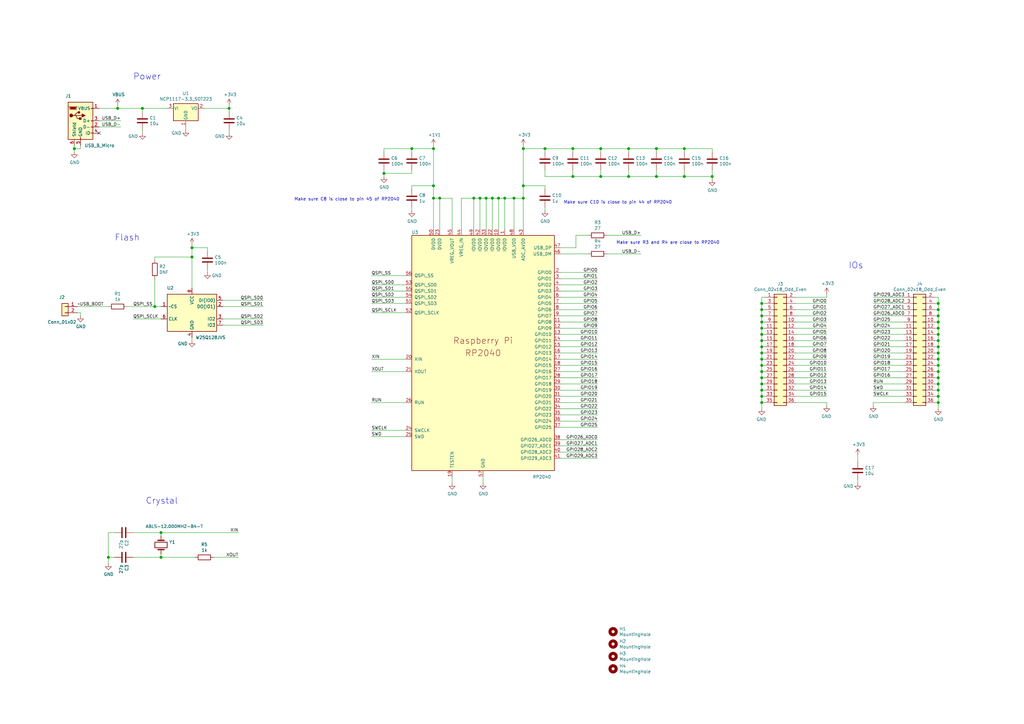
<source format=kicad_sch>
(kicad_sch (version 20210606) (generator eeschema)

  (uuid 649307af-2bac-4f66-af0e-b4bdc9b5725d)

  (paper "A3")

  (title_block
    (title "RP2040 Minimal Design Example")
    (date "2020-12-18")
    (rev "REV1")
    (company "Raspberry Pi (Trading) Ltd")
  )

  (lib_symbols
    (symbol "Connector_Generic:Conn_01x02" (pin_names (offset 1.016) hide) (in_bom yes) (on_board yes)
      (property "Reference" "J" (id 0) (at 0 2.54 0)
        (effects (font (size 1.27 1.27)))
      )
      (property "Value" "Conn_01x02" (id 1) (at 0 -5.08 0)
        (effects (font (size 1.27 1.27)))
      )
      (property "Footprint" "" (id 2) (at 0 0 0)
        (effects (font (size 1.27 1.27)) hide)
      )
      (property "Datasheet" "~" (id 3) (at 0 0 0)
        (effects (font (size 1.27 1.27)) hide)
      )
      (property "ki_keywords" "connector" (id 4) (at 0 0 0)
        (effects (font (size 1.27 1.27)) hide)
      )
      (property "ki_description" "Generic connector, single row, 01x02, script generated (kicad-library-utils/schlib/autogen/connector/)" (id 5) (at 0 0 0)
        (effects (font (size 1.27 1.27)) hide)
      )
      (property "ki_fp_filters" "Connector*:*_1x??_*" (id 6) (at 0 0 0)
        (effects (font (size 1.27 1.27)) hide)
      )
      (symbol "Conn_01x02_1_1"
        (rectangle (start -1.27 -2.413) (end 0 -2.667)
          (stroke (width 0.1524)) (fill (type none))
        )
        (rectangle (start -1.27 0.127) (end 0 -0.127)
          (stroke (width 0.1524)) (fill (type none))
        )
        (rectangle (start -1.27 1.27) (end 1.27 -3.81)
          (stroke (width 0.254)) (fill (type background))
        )
        (pin passive line (at -5.08 0 0) (length 3.81)
          (name "Pin_1" (effects (font (size 1.27 1.27))))
          (number "1" (effects (font (size 1.27 1.27))))
        )
        (pin passive line (at -5.08 -2.54 0) (length 3.81)
          (name "Pin_2" (effects (font (size 1.27 1.27))))
          (number "2" (effects (font (size 1.27 1.27))))
        )
      )
    )
    (symbol "Connector_Generic:Conn_02x18_Odd_Even" (pin_names (offset 1.016) hide) (in_bom yes) (on_board yes)
      (property "Reference" "J" (id 0) (at 1.27 22.86 0)
        (effects (font (size 1.27 1.27)))
      )
      (property "Value" "Conn_02x18_Odd_Even" (id 1) (at 1.27 -25.4 0)
        (effects (font (size 1.27 1.27)))
      )
      (property "Footprint" "" (id 2) (at 0 0 0)
        (effects (font (size 1.27 1.27)) hide)
      )
      (property "Datasheet" "~" (id 3) (at 0 0 0)
        (effects (font (size 1.27 1.27)) hide)
      )
      (property "ki_keywords" "connector" (id 4) (at 0 0 0)
        (effects (font (size 1.27 1.27)) hide)
      )
      (property "ki_description" "Generic connector, double row, 02x18, odd/even pin numbering scheme (row 1 odd numbers, row 2 even numbers), script generated (kicad-library-utils/schlib/autogen/connector/)" (id 5) (at 0 0 0)
        (effects (font (size 1.27 1.27)) hide)
      )
      (property "ki_fp_filters" "Connector*:*_2x??_*" (id 6) (at 0 0 0)
        (effects (font (size 1.27 1.27)) hide)
      )
      (symbol "Conn_02x18_Odd_Even_1_1"
        (rectangle (start -1.27 -22.733) (end 0 -22.987)
          (stroke (width 0.1524)) (fill (type none))
        )
        (rectangle (start -1.27 -20.193) (end 0 -20.447)
          (stroke (width 0.1524)) (fill (type none))
        )
        (rectangle (start -1.27 -17.653) (end 0 -17.907)
          (stroke (width 0.1524)) (fill (type none))
        )
        (rectangle (start -1.27 -15.113) (end 0 -15.367)
          (stroke (width 0.1524)) (fill (type none))
        )
        (rectangle (start -1.27 -12.573) (end 0 -12.827)
          (stroke (width 0.1524)) (fill (type none))
        )
        (rectangle (start -1.27 -10.033) (end 0 -10.287)
          (stroke (width 0.1524)) (fill (type none))
        )
        (rectangle (start -1.27 -7.493) (end 0 -7.747)
          (stroke (width 0.1524)) (fill (type none))
        )
        (rectangle (start -1.27 -4.953) (end 0 -5.207)
          (stroke (width 0.1524)) (fill (type none))
        )
        (rectangle (start -1.27 -2.413) (end 0 -2.667)
          (stroke (width 0.1524)) (fill (type none))
        )
        (rectangle (start -1.27 0.127) (end 0 -0.127)
          (stroke (width 0.1524)) (fill (type none))
        )
        (rectangle (start -1.27 2.667) (end 0 2.413)
          (stroke (width 0.1524)) (fill (type none))
        )
        (rectangle (start -1.27 5.207) (end 0 4.953)
          (stroke (width 0.1524)) (fill (type none))
        )
        (rectangle (start -1.27 7.747) (end 0 7.493)
          (stroke (width 0.1524)) (fill (type none))
        )
        (rectangle (start -1.27 10.287) (end 0 10.033)
          (stroke (width 0.1524)) (fill (type none))
        )
        (rectangle (start -1.27 12.827) (end 0 12.573)
          (stroke (width 0.1524)) (fill (type none))
        )
        (rectangle (start -1.27 15.367) (end 0 15.113)
          (stroke (width 0.1524)) (fill (type none))
        )
        (rectangle (start -1.27 17.907) (end 0 17.653)
          (stroke (width 0.1524)) (fill (type none))
        )
        (rectangle (start -1.27 20.447) (end 0 20.193)
          (stroke (width 0.1524)) (fill (type none))
        )
        (rectangle (start 3.81 -22.733) (end 2.54 -22.987)
          (stroke (width 0.1524)) (fill (type none))
        )
        (rectangle (start 3.81 -20.193) (end 2.54 -20.447)
          (stroke (width 0.1524)) (fill (type none))
        )
        (rectangle (start 3.81 -17.653) (end 2.54 -17.907)
          (stroke (width 0.1524)) (fill (type none))
        )
        (rectangle (start 3.81 -15.113) (end 2.54 -15.367)
          (stroke (width 0.1524)) (fill (type none))
        )
        (rectangle (start 3.81 -12.573) (end 2.54 -12.827)
          (stroke (width 0.1524)) (fill (type none))
        )
        (rectangle (start 3.81 -10.033) (end 2.54 -10.287)
          (stroke (width 0.1524)) (fill (type none))
        )
        (rectangle (start 3.81 -7.493) (end 2.54 -7.747)
          (stroke (width 0.1524)) (fill (type none))
        )
        (rectangle (start 3.81 -4.953) (end 2.54 -5.207)
          (stroke (width 0.1524)) (fill (type none))
        )
        (rectangle (start 3.81 -2.413) (end 2.54 -2.667)
          (stroke (width 0.1524)) (fill (type none))
        )
        (rectangle (start 3.81 0.127) (end 2.54 -0.127)
          (stroke (width 0.1524)) (fill (type none))
        )
        (rectangle (start 3.81 2.667) (end 2.54 2.413)
          (stroke (width 0.1524)) (fill (type none))
        )
        (rectangle (start 3.81 5.207) (end 2.54 4.953)
          (stroke (width 0.1524)) (fill (type none))
        )
        (rectangle (start 3.81 7.747) (end 2.54 7.493)
          (stroke (width 0.1524)) (fill (type none))
        )
        (rectangle (start 3.81 10.287) (end 2.54 10.033)
          (stroke (width 0.1524)) (fill (type none))
        )
        (rectangle (start 3.81 12.827) (end 2.54 12.573)
          (stroke (width 0.1524)) (fill (type none))
        )
        (rectangle (start 3.81 15.367) (end 2.54 15.113)
          (stroke (width 0.1524)) (fill (type none))
        )
        (rectangle (start 3.81 17.907) (end 2.54 17.653)
          (stroke (width 0.1524)) (fill (type none))
        )
        (rectangle (start 3.81 20.447) (end 2.54 20.193)
          (stroke (width 0.1524)) (fill (type none))
        )
        (rectangle (start -1.27 21.59) (end 3.81 -24.13)
          (stroke (width 0.254)) (fill (type background))
        )
        (pin passive line (at -5.08 20.32 0) (length 3.81)
          (name "Pin_1" (effects (font (size 1.27 1.27))))
          (number "1" (effects (font (size 1.27 1.27))))
        )
        (pin passive line (at 7.62 10.16 180) (length 3.81)
          (name "Pin_10" (effects (font (size 1.27 1.27))))
          (number "10" (effects (font (size 1.27 1.27))))
        )
        (pin passive line (at -5.08 7.62 0) (length 3.81)
          (name "Pin_11" (effects (font (size 1.27 1.27))))
          (number "11" (effects (font (size 1.27 1.27))))
        )
        (pin passive line (at 7.62 7.62 180) (length 3.81)
          (name "Pin_12" (effects (font (size 1.27 1.27))))
          (number "12" (effects (font (size 1.27 1.27))))
        )
        (pin passive line (at -5.08 5.08 0) (length 3.81)
          (name "Pin_13" (effects (font (size 1.27 1.27))))
          (number "13" (effects (font (size 1.27 1.27))))
        )
        (pin passive line (at 7.62 5.08 180) (length 3.81)
          (name "Pin_14" (effects (font (size 1.27 1.27))))
          (number "14" (effects (font (size 1.27 1.27))))
        )
        (pin passive line (at -5.08 2.54 0) (length 3.81)
          (name "Pin_15" (effects (font (size 1.27 1.27))))
          (number "15" (effects (font (size 1.27 1.27))))
        )
        (pin passive line (at 7.62 2.54 180) (length 3.81)
          (name "Pin_16" (effects (font (size 1.27 1.27))))
          (number "16" (effects (font (size 1.27 1.27))))
        )
        (pin passive line (at -5.08 0 0) (length 3.81)
          (name "Pin_17" (effects (font (size 1.27 1.27))))
          (number "17" (effects (font (size 1.27 1.27))))
        )
        (pin passive line (at 7.62 0 180) (length 3.81)
          (name "Pin_18" (effects (font (size 1.27 1.27))))
          (number "18" (effects (font (size 1.27 1.27))))
        )
        (pin passive line (at -5.08 -2.54 0) (length 3.81)
          (name "Pin_19" (effects (font (size 1.27 1.27))))
          (number "19" (effects (font (size 1.27 1.27))))
        )
        (pin passive line (at 7.62 20.32 180) (length 3.81)
          (name "Pin_2" (effects (font (size 1.27 1.27))))
          (number "2" (effects (font (size 1.27 1.27))))
        )
        (pin passive line (at 7.62 -2.54 180) (length 3.81)
          (name "Pin_20" (effects (font (size 1.27 1.27))))
          (number "20" (effects (font (size 1.27 1.27))))
        )
        (pin passive line (at -5.08 -5.08 0) (length 3.81)
          (name "Pin_21" (effects (font (size 1.27 1.27))))
          (number "21" (effects (font (size 1.27 1.27))))
        )
        (pin passive line (at 7.62 -5.08 180) (length 3.81)
          (name "Pin_22" (effects (font (size 1.27 1.27))))
          (number "22" (effects (font (size 1.27 1.27))))
        )
        (pin passive line (at -5.08 -7.62 0) (length 3.81)
          (name "Pin_23" (effects (font (size 1.27 1.27))))
          (number "23" (effects (font (size 1.27 1.27))))
        )
        (pin passive line (at 7.62 -7.62 180) (length 3.81)
          (name "Pin_24" (effects (font (size 1.27 1.27))))
          (number "24" (effects (font (size 1.27 1.27))))
        )
        (pin passive line (at -5.08 -10.16 0) (length 3.81)
          (name "Pin_25" (effects (font (size 1.27 1.27))))
          (number "25" (effects (font (size 1.27 1.27))))
        )
        (pin passive line (at 7.62 -10.16 180) (length 3.81)
          (name "Pin_26" (effects (font (size 1.27 1.27))))
          (number "26" (effects (font (size 1.27 1.27))))
        )
        (pin passive line (at -5.08 -12.7 0) (length 3.81)
          (name "Pin_27" (effects (font (size 1.27 1.27))))
          (number "27" (effects (font (size 1.27 1.27))))
        )
        (pin passive line (at 7.62 -12.7 180) (length 3.81)
          (name "Pin_28" (effects (font (size 1.27 1.27))))
          (number "28" (effects (font (size 1.27 1.27))))
        )
        (pin passive line (at -5.08 -15.24 0) (length 3.81)
          (name "Pin_29" (effects (font (size 1.27 1.27))))
          (number "29" (effects (font (size 1.27 1.27))))
        )
        (pin passive line (at -5.08 17.78 0) (length 3.81)
          (name "Pin_3" (effects (font (size 1.27 1.27))))
          (number "3" (effects (font (size 1.27 1.27))))
        )
        (pin passive line (at 7.62 -15.24 180) (length 3.81)
          (name "Pin_30" (effects (font (size 1.27 1.27))))
          (number "30" (effects (font (size 1.27 1.27))))
        )
        (pin passive line (at -5.08 -17.78 0) (length 3.81)
          (name "Pin_31" (effects (font (size 1.27 1.27))))
          (number "31" (effects (font (size 1.27 1.27))))
        )
        (pin passive line (at 7.62 -17.78 180) (length 3.81)
          (name "Pin_32" (effects (font (size 1.27 1.27))))
          (number "32" (effects (font (size 1.27 1.27))))
        )
        (pin passive line (at -5.08 -20.32 0) (length 3.81)
          (name "Pin_33" (effects (font (size 1.27 1.27))))
          (number "33" (effects (font (size 1.27 1.27))))
        )
        (pin passive line (at 7.62 -20.32 180) (length 3.81)
          (name "Pin_34" (effects (font (size 1.27 1.27))))
          (number "34" (effects (font (size 1.27 1.27))))
        )
        (pin passive line (at -5.08 -22.86 0) (length 3.81)
          (name "Pin_35" (effects (font (size 1.27 1.27))))
          (number "35" (effects (font (size 1.27 1.27))))
        )
        (pin passive line (at 7.62 -22.86 180) (length 3.81)
          (name "Pin_36" (effects (font (size 1.27 1.27))))
          (number "36" (effects (font (size 1.27 1.27))))
        )
        (pin passive line (at 7.62 17.78 180) (length 3.81)
          (name "Pin_4" (effects (font (size 1.27 1.27))))
          (number "4" (effects (font (size 1.27 1.27))))
        )
        (pin passive line (at -5.08 15.24 0) (length 3.81)
          (name "Pin_5" (effects (font (size 1.27 1.27))))
          (number "5" (effects (font (size 1.27 1.27))))
        )
        (pin passive line (at 7.62 15.24 180) (length 3.81)
          (name "Pin_6" (effects (font (size 1.27 1.27))))
          (number "6" (effects (font (size 1.27 1.27))))
        )
        (pin passive line (at -5.08 12.7 0) (length 3.81)
          (name "Pin_7" (effects (font (size 1.27 1.27))))
          (number "7" (effects (font (size 1.27 1.27))))
        )
        (pin passive line (at 7.62 12.7 180) (length 3.81)
          (name "Pin_8" (effects (font (size 1.27 1.27))))
          (number "8" (effects (font (size 1.27 1.27))))
        )
        (pin passive line (at -5.08 10.16 0) (length 3.81)
          (name "Pin_9" (effects (font (size 1.27 1.27))))
          (number "9" (effects (font (size 1.27 1.27))))
        )
      )
    )
    (symbol "MCU_RaspberryPi_RP2040:RP2040" (pin_names (offset 1.016)) (in_bom yes) (on_board yes)
      (property "Reference" "U" (id 0) (at -29.21 49.53 0)
        (effects (font (size 1.27 1.27)))
      )
      (property "Value" "RP2040" (id 1) (at 24.13 -49.53 0)
        (effects (font (size 1.27 1.27)))
      )
      (property "Footprint" "RP2040_minimal:RP2040-QFN-56" (id 2) (at -19.05 0 0)
        (effects (font (size 1.27 1.27)) hide)
      )
      (property "Datasheet" "" (id 3) (at -19.05 0 0)
        (effects (font (size 1.27 1.27)) hide)
      )
      (symbol "RP2040_0_0"
        (text "Raspberry Pi" (at 0 5.08 0)
          (effects (font (size 2.54 2.54)))
        )
        (text "RP2040" (at 0 0 0)
          (effects (font (size 2.54 2.54)))
        )
      )
      (symbol "RP2040_0_1"
        (rectangle (start 29.21 48.26) (end -29.21 -48.26)
          (stroke (width 0.254)) (fill (type background))
        )
      )
      (symbol "RP2040_1_1"
        (pin power_in line (at 8.89 50.8 270) (length 2.54)
          (name "IOVDD" (effects (font (size 1.27 1.27))))
          (number "1" (effects (font (size 1.27 1.27))))
        )
        (pin power_in line (at 6.35 50.8 270) (length 2.54)
          (name "IOVDD" (effects (font (size 1.27 1.27))))
          (number "10" (effects (font (size 1.27 1.27))))
        )
        (pin bidirectional line (at 31.75 12.7 180) (length 2.54)
          (name "GPIO8" (effects (font (size 1.27 1.27))))
          (number "11" (effects (font (size 1.27 1.27))))
        )
        (pin bidirectional line (at 31.75 10.16 180) (length 2.54)
          (name "GPIO9" (effects (font (size 1.27 1.27))))
          (number "12" (effects (font (size 1.27 1.27))))
        )
        (pin bidirectional line (at 31.75 7.62 180) (length 2.54)
          (name "GPIO10" (effects (font (size 1.27 1.27))))
          (number "13" (effects (font (size 1.27 1.27))))
        )
        (pin bidirectional line (at 31.75 5.08 180) (length 2.54)
          (name "GPIO11" (effects (font (size 1.27 1.27))))
          (number "14" (effects (font (size 1.27 1.27))))
        )
        (pin bidirectional line (at 31.75 2.54 180) (length 2.54)
          (name "GPIO12" (effects (font (size 1.27 1.27))))
          (number "15" (effects (font (size 1.27 1.27))))
        )
        (pin bidirectional line (at 31.75 0 180) (length 2.54)
          (name "GPIO13" (effects (font (size 1.27 1.27))))
          (number "16" (effects (font (size 1.27 1.27))))
        )
        (pin bidirectional line (at 31.75 -2.54 180) (length 2.54)
          (name "GPIO14" (effects (font (size 1.27 1.27))))
          (number "17" (effects (font (size 1.27 1.27))))
        )
        (pin bidirectional line (at 31.75 -5.08 180) (length 2.54)
          (name "GPIO15" (effects (font (size 1.27 1.27))))
          (number "18" (effects (font (size 1.27 1.27))))
        )
        (pin passive line (at -12.7 -50.8 90) (length 2.54)
          (name "TESTEN" (effects (font (size 1.27 1.27))))
          (number "19" (effects (font (size 1.27 1.27))))
        )
        (pin bidirectional line (at 31.75 33.02 180) (length 2.54)
          (name "GPIO0" (effects (font (size 1.27 1.27))))
          (number "2" (effects (font (size 1.27 1.27))))
        )
        (pin input line (at -31.75 -2.54 0) (length 2.54)
          (name "XIN" (effects (font (size 1.27 1.27))))
          (number "20" (effects (font (size 1.27 1.27))))
        )
        (pin passive line (at -31.75 -7.62 0) (length 2.54)
          (name "XOUT" (effects (font (size 1.27 1.27))))
          (number "21" (effects (font (size 1.27 1.27))))
        )
        (pin power_in line (at 3.81 50.8 270) (length 2.54)
          (name "IOVDD" (effects (font (size 1.27 1.27))))
          (number "22" (effects (font (size 1.27 1.27))))
        )
        (pin power_in line (at -17.78 50.8 270) (length 2.54)
          (name "DVDD" (effects (font (size 1.27 1.27))))
          (number "23" (effects (font (size 1.27 1.27))))
        )
        (pin output line (at -31.75 -31.75 0) (length 2.54)
          (name "SWCLK" (effects (font (size 1.27 1.27))))
          (number "24" (effects (font (size 1.27 1.27))))
        )
        (pin bidirectional line (at -31.75 -34.29 0) (length 2.54)
          (name "SWD" (effects (font (size 1.27 1.27))))
          (number "25" (effects (font (size 1.27 1.27))))
        )
        (pin input line (at -31.75 -20.32 0) (length 2.54)
          (name "RUN" (effects (font (size 1.27 1.27))))
          (number "26" (effects (font (size 1.27 1.27))))
        )
        (pin bidirectional line (at 31.75 -7.62 180) (length 2.54)
          (name "GPIO16" (effects (font (size 1.27 1.27))))
          (number "27" (effects (font (size 1.27 1.27))))
        )
        (pin bidirectional line (at 31.75 -10.16 180) (length 2.54)
          (name "GPIO17" (effects (font (size 1.27 1.27))))
          (number "28" (effects (font (size 1.27 1.27))))
        )
        (pin bidirectional line (at 31.75 -12.7 180) (length 2.54)
          (name "GPIO18" (effects (font (size 1.27 1.27))))
          (number "29" (effects (font (size 1.27 1.27))))
        )
        (pin bidirectional line (at 31.75 30.48 180) (length 2.54)
          (name "GPIO1" (effects (font (size 1.27 1.27))))
          (number "3" (effects (font (size 1.27 1.27))))
        )
        (pin bidirectional line (at 31.75 -15.24 180) (length 2.54)
          (name "GPIO19" (effects (font (size 1.27 1.27))))
          (number "30" (effects (font (size 1.27 1.27))))
        )
        (pin bidirectional line (at 31.75 -17.78 180) (length 2.54)
          (name "GPIO20" (effects (font (size 1.27 1.27))))
          (number "31" (effects (font (size 1.27 1.27))))
        )
        (pin bidirectional line (at 31.75 -20.32 180) (length 2.54)
          (name "GPIO21" (effects (font (size 1.27 1.27))))
          (number "32" (effects (font (size 1.27 1.27))))
        )
        (pin power_in line (at 1.27 50.8 270) (length 2.54)
          (name "IOVDD" (effects (font (size 1.27 1.27))))
          (number "33" (effects (font (size 1.27 1.27))))
        )
        (pin bidirectional line (at 31.75 -22.86 180) (length 2.54)
          (name "GPIO22" (effects (font (size 1.27 1.27))))
          (number "34" (effects (font (size 1.27 1.27))))
        )
        (pin bidirectional line (at 31.75 -25.4 180) (length 2.54)
          (name "GPIO23" (effects (font (size 1.27 1.27))))
          (number "35" (effects (font (size 1.27 1.27))))
        )
        (pin bidirectional line (at 31.75 -27.94 180) (length 2.54)
          (name "GPIO24" (effects (font (size 1.27 1.27))))
          (number "36" (effects (font (size 1.27 1.27))))
        )
        (pin bidirectional line (at 31.75 -30.48 180) (length 2.54)
          (name "GPIO25" (effects (font (size 1.27 1.27))))
          (number "37" (effects (font (size 1.27 1.27))))
        )
        (pin bidirectional line (at 31.75 -35.56 180) (length 2.54)
          (name "GPIO26_ADC0" (effects (font (size 1.27 1.27))))
          (number "38" (effects (font (size 1.27 1.27))))
        )
        (pin bidirectional line (at 31.75 -38.1 180) (length 2.54)
          (name "GPIO27_ADC1" (effects (font (size 1.27 1.27))))
          (number "39" (effects (font (size 1.27 1.27))))
        )
        (pin bidirectional line (at 31.75 27.94 180) (length 2.54)
          (name "GPIO2" (effects (font (size 1.27 1.27))))
          (number "4" (effects (font (size 1.27 1.27))))
        )
        (pin bidirectional line (at 31.75 -40.64 180) (length 2.54)
          (name "GPIO28_ADC2" (effects (font (size 1.27 1.27))))
          (number "40" (effects (font (size 1.27 1.27))))
        )
        (pin bidirectional line (at 31.75 -43.18 180) (length 2.54)
          (name "GPIO29_ADC3" (effects (font (size 1.27 1.27))))
          (number "41" (effects (font (size 1.27 1.27))))
        )
        (pin power_in line (at -1.27 50.8 270) (length 2.54)
          (name "IOVDD" (effects (font (size 1.27 1.27))))
          (number "42" (effects (font (size 1.27 1.27))))
        )
        (pin power_in line (at 16.51 50.8 270) (length 2.54)
          (name "ADC_AVDD" (effects (font (size 1.27 1.27))))
          (number "43" (effects (font (size 1.27 1.27))))
        )
        (pin power_in line (at -8.89 50.8 270) (length 2.54)
          (name "VREG_IN" (effects (font (size 1.27 1.27))))
          (number "44" (effects (font (size 1.27 1.27))))
        )
        (pin power_out line (at -12.7 50.8 270) (length 2.54)
          (name "VREG_VOUT" (effects (font (size 1.27 1.27))))
          (number "45" (effects (font (size 1.27 1.27))))
        )
        (pin bidirectional line (at 31.75 40.64 180) (length 2.54)
          (name "USB_DM" (effects (font (size 1.27 1.27))))
          (number "46" (effects (font (size 1.27 1.27))))
        )
        (pin bidirectional line (at 31.75 43.18 180) (length 2.54)
          (name "USB_DP" (effects (font (size 1.27 1.27))))
          (number "47" (effects (font (size 1.27 1.27))))
        )
        (pin power_in line (at 12.7 50.8 270) (length 2.54)
          (name "USB_VDD" (effects (font (size 1.27 1.27))))
          (number "48" (effects (font (size 1.27 1.27))))
        )
        (pin power_in line (at -3.81 50.8 270) (length 2.54)
          (name "IOVDD" (effects (font (size 1.27 1.27))))
          (number "49" (effects (font (size 1.27 1.27))))
        )
        (pin bidirectional line (at 31.75 25.4 180) (length 2.54)
          (name "GPIO3" (effects (font (size 1.27 1.27))))
          (number "5" (effects (font (size 1.27 1.27))))
        )
        (pin power_in line (at -20.32 50.8 270) (length 2.54)
          (name "DVDD" (effects (font (size 1.27 1.27))))
          (number "50" (effects (font (size 1.27 1.27))))
        )
        (pin bidirectional line (at -31.75 20.32 0) (length 2.54)
          (name "QSPI_SD3" (effects (font (size 1.27 1.27))))
          (number "51" (effects (font (size 1.27 1.27))))
        )
        (pin output line (at -31.75 16.51 0) (length 2.54)
          (name "QSPI_SCLK" (effects (font (size 1.27 1.27))))
          (number "52" (effects (font (size 1.27 1.27))))
        )
        (pin bidirectional line (at -31.75 27.94 0) (length 2.54)
          (name "QSPI_SD0" (effects (font (size 1.27 1.27))))
          (number "53" (effects (font (size 1.27 1.27))))
        )
        (pin bidirectional line (at -31.75 22.86 0) (length 2.54)
          (name "QSPI_SD2" (effects (font (size 1.27 1.27))))
          (number "54" (effects (font (size 1.27 1.27))))
        )
        (pin bidirectional line (at -31.75 25.4 0) (length 2.54)
          (name "QSPI_SD1" (effects (font (size 1.27 1.27))))
          (number "55" (effects (font (size 1.27 1.27))))
        )
        (pin bidirectional line (at -31.75 31.75 0) (length 2.54)
          (name "QSPI_SS" (effects (font (size 1.27 1.27))))
          (number "56" (effects (font (size 1.27 1.27))))
        )
        (pin power_in line (at 0 -50.8 90) (length 2.54)
          (name "GND" (effects (font (size 1.27 1.27))))
          (number "57" (effects (font (size 1.27 1.27))))
        )
        (pin bidirectional line (at 31.75 22.86 180) (length 2.54)
          (name "GPIO4" (effects (font (size 1.27 1.27))))
          (number "6" (effects (font (size 1.27 1.27))))
        )
        (pin bidirectional line (at 31.75 20.32 180) (length 2.54)
          (name "GPIO5" (effects (font (size 1.27 1.27))))
          (number "7" (effects (font (size 1.27 1.27))))
        )
        (pin bidirectional line (at 31.75 17.78 180) (length 2.54)
          (name "GPIO6" (effects (font (size 1.27 1.27))))
          (number "8" (effects (font (size 1.27 1.27))))
        )
        (pin bidirectional line (at 31.75 15.24 180) (length 2.54)
          (name "GPIO7" (effects (font (size 1.27 1.27))))
          (number "9" (effects (font (size 1.27 1.27))))
        )
      )
    )
    (symbol "Memory_Flash:W25Q128JVS" (in_bom yes) (on_board yes)
      (property "Reference" "U" (id 0) (at -8.89 8.89 0)
        (effects (font (size 1.27 1.27)))
      )
      (property "Value" "W25Q128JVS" (id 1) (at 7.62 8.89 0)
        (effects (font (size 1.27 1.27)))
      )
      (property "Footprint" "Package_SO:SOIC-8_5.23x5.23mm_P1.27mm" (id 2) (at 0 0 0)
        (effects (font (size 1.27 1.27)) hide)
      )
      (property "Datasheet" "http://www.winbond.com/resource-files/w25q128jv_dtr%20revc%2003272018%20plus.pdf" (id 3) (at 0 0 0)
        (effects (font (size 1.27 1.27)) hide)
      )
      (property "ki_keywords" "flash memory SPI QPI DTR" (id 4) (at 0 0 0)
        (effects (font (size 1.27 1.27)) hide)
      )
      (property "ki_description" "128Mb Serial Flash Memory, Standard/Dual/Quad SPI, SOIC-8" (id 5) (at 0 0 0)
        (effects (font (size 1.27 1.27)) hide)
      )
      (property "ki_fp_filters" "SOIC*5.23x5.23mm*P1.27mm*" (id 6) (at 0 0 0)
        (effects (font (size 1.27 1.27)) hide)
      )
      (symbol "W25Q128JVS_0_1"
        (rectangle (start -10.16 7.62) (end 10.16 -7.62)
          (stroke (width 0.254)) (fill (type background))
        )
      )
      (symbol "W25Q128JVS_1_1"
        (pin input line (at -12.7 2.54 0) (length 2.54)
          (name "~CS" (effects (font (size 1.27 1.27))))
          (number "1" (effects (font (size 1.27 1.27))))
        )
        (pin bidirectional line (at 12.7 2.54 180) (length 2.54)
          (name "DO(IO1)" (effects (font (size 1.27 1.27))))
          (number "2" (effects (font (size 1.27 1.27))))
        )
        (pin bidirectional line (at 12.7 -2.54 180) (length 2.54)
          (name "IO2" (effects (font (size 1.27 1.27))))
          (number "3" (effects (font (size 1.27 1.27))))
        )
        (pin power_in line (at 0 -10.16 90) (length 2.54)
          (name "GND" (effects (font (size 1.27 1.27))))
          (number "4" (effects (font (size 1.27 1.27))))
        )
        (pin bidirectional line (at 12.7 5.08 180) (length 2.54)
          (name "DI(IO0)" (effects (font (size 1.27 1.27))))
          (number "5" (effects (font (size 1.27 1.27))))
        )
        (pin input line (at -12.7 -2.54 0) (length 2.54)
          (name "CLK" (effects (font (size 1.27 1.27))))
          (number "6" (effects (font (size 1.27 1.27))))
        )
        (pin bidirectional line (at 12.7 -5.08 180) (length 2.54)
          (name "IO3" (effects (font (size 1.27 1.27))))
          (number "7" (effects (font (size 1.27 1.27))))
        )
        (pin power_in line (at 0 10.16 270) (length 2.54)
          (name "VCC" (effects (font (size 1.27 1.27))))
          (number "8" (effects (font (size 1.27 1.27))))
        )
      )
    )
    (symbol "RP2040_minimal-rescue:C-Device" (pin_numbers hide) (pin_names (offset 0.254)) (in_bom yes) (on_board yes)
      (property "Reference" "C" (id 0) (at 0.635 2.54 0)
        (effects (font (size 1.27 1.27)) (justify left))
      )
      (property "Value" "C-Device" (id 1) (at 0.635 -2.54 0)
        (effects (font (size 1.27 1.27)) (justify left))
      )
      (property "Footprint" "" (id 2) (at 0.9652 -3.81 0)
        (effects (font (size 1.27 1.27)) hide)
      )
      (property "Datasheet" "" (id 3) (at 0 0 0)
        (effects (font (size 1.27 1.27)) hide)
      )
      (property "ki_fp_filters" "C_*" (id 4) (at 0 0 0)
        (effects (font (size 1.27 1.27)) hide)
      )
      (symbol "C-Device_0_1"
        (polyline
          (pts
            (xy -2.032 -0.762)
            (xy 2.032 -0.762)
          )
          (stroke (width 0.508)) (fill (type none))
        )
        (polyline
          (pts
            (xy -2.032 0.762)
            (xy 2.032 0.762)
          )
          (stroke (width 0.508)) (fill (type none))
        )
      )
      (symbol "C-Device_1_1"
        (pin passive line (at 0 3.81 270) (length 2.794)
          (name "~" (effects (font (size 1.27 1.27))))
          (number "1" (effects (font (size 1.27 1.27))))
        )
        (pin passive line (at 0 -3.81 90) (length 2.794)
          (name "~" (effects (font (size 1.27 1.27))))
          (number "2" (effects (font (size 1.27 1.27))))
        )
      )
    )
    (symbol "RP2040_minimal-rescue:Crystal-Device" (pin_numbers hide) (pin_names (offset 1.016) hide) (in_bom yes) (on_board yes)
      (property "Reference" "Y" (id 0) (at 0 3.81 0)
        (effects (font (size 1.27 1.27)))
      )
      (property "Value" "Crystal-Device" (id 1) (at 0 -3.81 0)
        (effects (font (size 1.27 1.27)))
      )
      (property "Footprint" "" (id 2) (at 0 0 0)
        (effects (font (size 1.27 1.27)) hide)
      )
      (property "Datasheet" "" (id 3) (at 0 0 0)
        (effects (font (size 1.27 1.27)) hide)
      )
      (property "ki_fp_filters" "Crystal*" (id 4) (at 0 0 0)
        (effects (font (size 1.27 1.27)) hide)
      )
      (symbol "Crystal-Device_0_1"
        (rectangle (start -1.143 2.54) (end 1.143 -2.54)
          (stroke (width 0.3048)) (fill (type none))
        )
        (polyline
          (pts
            (xy -2.54 0)
            (xy -1.905 0)
          )
          (stroke (width 0)) (fill (type none))
        )
        (polyline
          (pts
            (xy -1.905 -1.27)
            (xy -1.905 1.27)
          )
          (stroke (width 0.508)) (fill (type none))
        )
        (polyline
          (pts
            (xy 1.905 -1.27)
            (xy 1.905 1.27)
          )
          (stroke (width 0.508)) (fill (type none))
        )
        (polyline
          (pts
            (xy 2.54 0)
            (xy 1.905 0)
          )
          (stroke (width 0)) (fill (type none))
        )
      )
      (symbol "Crystal-Device_1_1"
        (pin passive line (at -3.81 0 0) (length 1.27)
          (name "1" (effects (font (size 1.27 1.27))))
          (number "1" (effects (font (size 1.27 1.27))))
        )
        (pin passive line (at 3.81 0 180) (length 1.27)
          (name "2" (effects (font (size 1.27 1.27))))
          (number "2" (effects (font (size 1.27 1.27))))
        )
      )
    )
    (symbol "RP2040_minimal-rescue:MountingHole-Mechanical" (pin_names (offset 1.016)) (in_bom yes) (on_board yes)
      (property "Reference" "H" (id 0) (at 0 5.08 0)
        (effects (font (size 1.27 1.27)))
      )
      (property "Value" "MountingHole-Mechanical" (id 1) (at 0 3.175 0)
        (effects (font (size 1.27 1.27)))
      )
      (property "Footprint" "" (id 2) (at 0 0 0)
        (effects (font (size 1.27 1.27)) hide)
      )
      (property "Datasheet" "" (id 3) (at 0 0 0)
        (effects (font (size 1.27 1.27)) hide)
      )
      (property "ki_fp_filters" "MountingHole*" (id 4) (at 0 0 0)
        (effects (font (size 1.27 1.27)) hide)
      )
      (symbol "MountingHole-Mechanical_0_1"
        (circle (center 0 0) (radius 1.27) (stroke (width 1.27)) (fill (type none)))
      )
    )
    (symbol "RP2040_minimal-rescue:R-Device" (pin_numbers hide) (pin_names (offset 0)) (in_bom yes) (on_board yes)
      (property "Reference" "R" (id 0) (at 2.032 0 90)
        (effects (font (size 1.27 1.27)))
      )
      (property "Value" "R-Device" (id 1) (at 0 0 90)
        (effects (font (size 1.27 1.27)))
      )
      (property "Footprint" "" (id 2) (at -1.778 0 90)
        (effects (font (size 1.27 1.27)) hide)
      )
      (property "Datasheet" "" (id 3) (at 0 0 0)
        (effects (font (size 1.27 1.27)) hide)
      )
      (property "ki_fp_filters" "R_*" (id 4) (at 0 0 0)
        (effects (font (size 1.27 1.27)) hide)
      )
      (symbol "R-Device_0_1"
        (rectangle (start -1.016 -2.54) (end 1.016 2.54)
          (stroke (width 0.254)) (fill (type none))
        )
      )
      (symbol "R-Device_1_1"
        (pin passive line (at 0 3.81 270) (length 1.27)
          (name "~" (effects (font (size 1.27 1.27))))
          (number "1" (effects (font (size 1.27 1.27))))
        )
        (pin passive line (at 0 -3.81 90) (length 1.27)
          (name "~" (effects (font (size 1.27 1.27))))
          (number "2" (effects (font (size 1.27 1.27))))
        )
      )
    )
    (symbol "RP2040_minimal-rescue:USB_B_Micro-Connector" (pin_names (offset 1.016)) (in_bom yes) (on_board yes)
      (property "Reference" "J" (id 0) (at -5.08 11.43 0)
        (effects (font (size 1.27 1.27)) (justify left))
      )
      (property "Value" "USB_B_Micro-Connector" (id 1) (at -5.08 8.89 0)
        (effects (font (size 1.27 1.27)) (justify left))
      )
      (property "Footprint" "" (id 2) (at 3.81 -1.27 0)
        (effects (font (size 1.27 1.27)) hide)
      )
      (property "Datasheet" "" (id 3) (at 3.81 -1.27 0)
        (effects (font (size 1.27 1.27)) hide)
      )
      (property "ki_fp_filters" "USB*" (id 4) (at 0 0 0)
        (effects (font (size 1.27 1.27)) hide)
      )
      (symbol "USB_B_Micro-Connector_0_1"
        (circle (center -3.81 2.159) (radius 0.635) (stroke (width 0.254)) (fill (type outline)))
        (circle (center -0.635 3.429) (radius 0.381) (stroke (width 0.254)) (fill (type outline)))
        (rectangle (start -0.127 -7.62) (end 0.127 -6.858)
          (stroke (width 0)) (fill (type none))
        )
        (rectangle (start 5.08 -5.207) (end 4.318 -4.953)
          (stroke (width 0)) (fill (type none))
        )
        (rectangle (start 5.08 -2.667) (end 4.318 -2.413)
          (stroke (width 0)) (fill (type none))
        )
        (rectangle (start 5.08 -0.127) (end 4.318 0.127)
          (stroke (width 0)) (fill (type none))
        )
        (rectangle (start 5.08 4.953) (end 4.318 5.207)
          (stroke (width 0)) (fill (type none))
        )
        (rectangle (start 0.254 1.27) (end -0.508 0.508)
          (stroke (width 0.254)) (fill (type outline))
        )
        (rectangle (start -5.08 -7.62) (end 5.08 7.62)
          (stroke (width 0.254)) (fill (type background))
        )
        (polyline
          (pts
            (xy -1.905 2.159)
            (xy 0.635 2.159)
          )
          (stroke (width 0.254)) (fill (type none))
        )
        (polyline
          (pts
            (xy -3.175 2.159)
            (xy -2.54 2.159)
            (xy -1.27 3.429)
            (xy -0.635 3.429)
          )
          (stroke (width 0.254)) (fill (type none))
        )
        (polyline
          (pts
            (xy -2.54 2.159)
            (xy -1.905 2.159)
            (xy -1.27 0.889)
            (xy 0 0.889)
          )
          (stroke (width 0.254)) (fill (type none))
        )
        (polyline
          (pts
            (xy -4.699 5.842)
            (xy -4.699 5.588)
            (xy -4.445 4.826)
            (xy -4.445 4.572)
            (xy -1.651 4.572)
            (xy -1.651 4.826)
            (xy -1.397 5.588)
            (xy -1.397 5.842)
            (xy -4.699 5.842)
          )
          (stroke (width 0)) (fill (type none))
        )
        (polyline
          (pts
            (xy 0.635 2.794)
            (xy 0.635 1.524)
            (xy 1.905 2.159)
            (xy 0.635 2.794)
          )
          (stroke (width 0.254)) (fill (type outline))
        )
        (polyline
          (pts
            (xy -4.318 5.588)
            (xy -1.778 5.588)
            (xy -2.032 4.826)
            (xy -4.064 4.826)
            (xy -4.318 5.588)
          )
          (stroke (width 0)) (fill (type outline))
        )
      )
      (symbol "USB_B_Micro-Connector_1_1"
        (pin power_out line (at 7.62 5.08 180) (length 2.54)
          (name "VBUS" (effects (font (size 1.27 1.27))))
          (number "1" (effects (font (size 1.27 1.27))))
        )
        (pin passive line (at 7.62 -2.54 180) (length 2.54)
          (name "D-" (effects (font (size 1.27 1.27))))
          (number "2" (effects (font (size 1.27 1.27))))
        )
        (pin passive line (at 7.62 0 180) (length 2.54)
          (name "D+" (effects (font (size 1.27 1.27))))
          (number "3" (effects (font (size 1.27 1.27))))
        )
        (pin passive line (at 7.62 -5.08 180) (length 2.54)
          (name "ID" (effects (font (size 1.27 1.27))))
          (number "4" (effects (font (size 1.27 1.27))))
        )
        (pin power_out line (at 0 -10.16 90) (length 2.54)
          (name "GND" (effects (font (size 1.27 1.27))))
          (number "5" (effects (font (size 1.27 1.27))))
        )
        (pin passive line (at -2.54 -10.16 90) (length 2.54)
          (name "Shield" (effects (font (size 1.27 1.27))))
          (number "6" (effects (font (size 1.27 1.27))))
        )
      )
    )
    (symbol "Regulator_Linear:NCP1117-3.3_SOT223" (pin_names (offset 0.254)) (in_bom yes) (on_board yes)
      (property "Reference" "U" (id 0) (at -3.81 3.175 0)
        (effects (font (size 1.27 1.27)))
      )
      (property "Value" "NCP1117-3.3_SOT223" (id 1) (at 0 3.175 0)
        (effects (font (size 1.27 1.27)) (justify left))
      )
      (property "Footprint" "Package_TO_SOT_SMD:SOT-223-3_TabPin2" (id 2) (at 0 5.08 0)
        (effects (font (size 1.27 1.27)) hide)
      )
      (property "Datasheet" "http://www.onsemi.com/pub_link/Collateral/NCP1117-D.PDF" (id 3) (at 2.54 -6.35 0)
        (effects (font (size 1.27 1.27)) hide)
      )
      (property "ki_keywords" "REGULATOR LDO 3.3V" (id 4) (at 0 0 0)
        (effects (font (size 1.27 1.27)) hide)
      )
      (property "ki_description" "1A Low drop-out regulator, Fixed Output 3.3V, SOT-223" (id 5) (at 0 0 0)
        (effects (font (size 1.27 1.27)) hide)
      )
      (property "ki_fp_filters" "SOT?223*TabPin2*" (id 6) (at 0 0 0)
        (effects (font (size 1.27 1.27)) hide)
      )
      (symbol "NCP1117-3.3_SOT223_0_1"
        (rectangle (start -5.08 -5.08) (end 5.08 1.905)
          (stroke (width 0.254)) (fill (type background))
        )
      )
      (symbol "NCP1117-3.3_SOT223_1_1"
        (pin power_in line (at 0 -7.62 90) (length 2.54)
          (name "GND" (effects (font (size 1.27 1.27))))
          (number "1" (effects (font (size 1.27 1.27))))
        )
        (pin power_out line (at 7.62 0 180) (length 2.54)
          (name "VO" (effects (font (size 1.27 1.27))))
          (number "2" (effects (font (size 1.27 1.27))))
        )
        (pin power_in line (at -7.62 0 0) (length 2.54)
          (name "VI" (effects (font (size 1.27 1.27))))
          (number "3" (effects (font (size 1.27 1.27))))
        )
      )
    )
    (symbol "power:+1V1" (power) (pin_names (offset 0)) (in_bom yes) (on_board yes)
      (property "Reference" "#PWR" (id 0) (at 0 -3.81 0)
        (effects (font (size 1.27 1.27)) hide)
      )
      (property "Value" "+1V1" (id 1) (at 0 3.556 0)
        (effects (font (size 1.27 1.27)))
      )
      (property "Footprint" "" (id 2) (at 0 0 0)
        (effects (font (size 1.27 1.27)) hide)
      )
      (property "Datasheet" "" (id 3) (at 0 0 0)
        (effects (font (size 1.27 1.27)) hide)
      )
      (property "ki_keywords" "power-flag" (id 4) (at 0 0 0)
        (effects (font (size 1.27 1.27)) hide)
      )
      (property "ki_description" "Power symbol creates a global label with name \"+1V1\"" (id 5) (at 0 0 0)
        (effects (font (size 1.27 1.27)) hide)
      )
      (symbol "+1V1_0_1"
        (polyline
          (pts
            (xy -0.762 1.27)
            (xy 0 2.54)
          )
          (stroke (width 0)) (fill (type none))
        )
        (polyline
          (pts
            (xy 0 0)
            (xy 0 2.54)
          )
          (stroke (width 0)) (fill (type none))
        )
        (polyline
          (pts
            (xy 0 2.54)
            (xy 0.762 1.27)
          )
          (stroke (width 0)) (fill (type none))
        )
      )
      (symbol "+1V1_1_1"
        (pin power_in line (at 0 0 90) (length 0) hide
          (name "+1V1" (effects (font (size 1.27 1.27))))
          (number "1" (effects (font (size 1.27 1.27))))
        )
      )
    )
    (symbol "power:+3V3" (power) (pin_names (offset 0)) (in_bom yes) (on_board yes)
      (property "Reference" "#PWR" (id 0) (at 0 -3.81 0)
        (effects (font (size 1.27 1.27)) hide)
      )
      (property "Value" "+3V3" (id 1) (at 0 3.556 0)
        (effects (font (size 1.27 1.27)))
      )
      (property "Footprint" "" (id 2) (at 0 0 0)
        (effects (font (size 1.27 1.27)) hide)
      )
      (property "Datasheet" "" (id 3) (at 0 0 0)
        (effects (font (size 1.27 1.27)) hide)
      )
      (property "ki_keywords" "power-flag" (id 4) (at 0 0 0)
        (effects (font (size 1.27 1.27)) hide)
      )
      (property "ki_description" "Power symbol creates a global label with name \"+3V3\"" (id 5) (at 0 0 0)
        (effects (font (size 1.27 1.27)) hide)
      )
      (symbol "+3V3_0_1"
        (polyline
          (pts
            (xy -0.762 1.27)
            (xy 0 2.54)
          )
          (stroke (width 0)) (fill (type none))
        )
        (polyline
          (pts
            (xy 0 0)
            (xy 0 2.54)
          )
          (stroke (width 0)) (fill (type none))
        )
        (polyline
          (pts
            (xy 0 2.54)
            (xy 0.762 1.27)
          )
          (stroke (width 0)) (fill (type none))
        )
      )
      (symbol "+3V3_1_1"
        (pin power_in line (at 0 0 90) (length 0) hide
          (name "+3V3" (effects (font (size 1.27 1.27))))
          (number "1" (effects (font (size 1.27 1.27))))
        )
      )
    )
    (symbol "power:GND" (power) (pin_names (offset 0)) (in_bom yes) (on_board yes)
      (property "Reference" "#PWR" (id 0) (at 0 -6.35 0)
        (effects (font (size 1.27 1.27)) hide)
      )
      (property "Value" "GND" (id 1) (at 0 -3.81 0)
        (effects (font (size 1.27 1.27)))
      )
      (property "Footprint" "" (id 2) (at 0 0 0)
        (effects (font (size 1.27 1.27)) hide)
      )
      (property "Datasheet" "" (id 3) (at 0 0 0)
        (effects (font (size 1.27 1.27)) hide)
      )
      (property "ki_keywords" "power-flag" (id 4) (at 0 0 0)
        (effects (font (size 1.27 1.27)) hide)
      )
      (property "ki_description" "Power symbol creates a global label with name \"GND\" , ground" (id 5) (at 0 0 0)
        (effects (font (size 1.27 1.27)) hide)
      )
      (symbol "GND_0_1"
        (polyline
          (pts
            (xy 0 0)
            (xy 0 -1.27)
            (xy 1.27 -1.27)
            (xy 0 -2.54)
            (xy -1.27 -1.27)
            (xy 0 -1.27)
          )
          (stroke (width 0)) (fill (type none))
        )
      )
      (symbol "GND_1_1"
        (pin power_in line (at 0 0 270) (length 0) hide
          (name "GND" (effects (font (size 1.27 1.27))))
          (number "1" (effects (font (size 1.27 1.27))))
        )
      )
    )
    (symbol "power:VBUS" (power) (pin_names (offset 0)) (in_bom yes) (on_board yes)
      (property "Reference" "#PWR" (id 0) (at 0 -3.81 0)
        (effects (font (size 1.27 1.27)) hide)
      )
      (property "Value" "VBUS" (id 1) (at 0 3.81 0)
        (effects (font (size 1.27 1.27)))
      )
      (property "Footprint" "" (id 2) (at 0 0 0)
        (effects (font (size 1.27 1.27)) hide)
      )
      (property "Datasheet" "" (id 3) (at 0 0 0)
        (effects (font (size 1.27 1.27)) hide)
      )
      (property "ki_keywords" "power-flag" (id 4) (at 0 0 0)
        (effects (font (size 1.27 1.27)) hide)
      )
      (property "ki_description" "Power symbol creates a global label with name \"VBUS\"" (id 5) (at 0 0 0)
        (effects (font (size 1.27 1.27)) hide)
      )
      (symbol "VBUS_0_1"
        (polyline
          (pts
            (xy -0.762 1.27)
            (xy 0 2.54)
          )
          (stroke (width 0)) (fill (type none))
        )
        (polyline
          (pts
            (xy 0 0)
            (xy 0 2.54)
          )
          (stroke (width 0)) (fill (type none))
        )
        (polyline
          (pts
            (xy 0 2.54)
            (xy 0.762 1.27)
          )
          (stroke (width 0)) (fill (type none))
        )
      )
      (symbol "VBUS_1_1"
        (pin power_in line (at 0 0 90) (length 0) hide
          (name "VBUS" (effects (font (size 1.27 1.27))))
          (number "1" (effects (font (size 1.27 1.27))))
        )
      )
    )
  )

  (junction (at 30.48 60.96) (diameter 1.016) (color 0 0 0 0))
  (junction (at 44.45 228.6) (diameter 1.016) (color 0 0 0 0))
  (junction (at 48.26 44.45) (diameter 1.016) (color 0 0 0 0))
  (junction (at 58.42 44.45) (diameter 1.016) (color 0 0 0 0))
  (junction (at 63.5 125.73) (diameter 1.016) (color 0 0 0 0))
  (junction (at 66.04 218.44) (diameter 1.016) (color 0 0 0 0))
  (junction (at 66.04 228.6) (diameter 1.016) (color 0 0 0 0))
  (junction (at 78.74 101.6) (diameter 1.016) (color 0 0 0 0))
  (junction (at 78.74 105.41) (diameter 1.016) (color 0 0 0 0))
  (junction (at 93.98 44.45) (diameter 1.016) (color 0 0 0 0))
  (junction (at 157.48 71.12) (diameter 1.016) (color 0 0 0 0))
  (junction (at 168.91 60.96) (diameter 1.016) (color 0 0 0 0))
  (junction (at 177.8 60.96) (diameter 1.016) (color 0 0 0 0))
  (junction (at 177.8 76.2) (diameter 1.016) (color 0 0 0 0))
  (junction (at 177.8 81.28) (diameter 1.016) (color 0 0 0 0))
  (junction (at 180.34 81.28) (diameter 1.016) (color 0 0 0 0))
  (junction (at 194.31 81.28) (diameter 1.016) (color 0 0 0 0))
  (junction (at 196.85 81.28) (diameter 1.016) (color 0 0 0 0))
  (junction (at 199.39 81.28) (diameter 1.016) (color 0 0 0 0))
  (junction (at 201.93 81.28) (diameter 1.016) (color 0 0 0 0))
  (junction (at 204.47 81.28) (diameter 1.016) (color 0 0 0 0))
  (junction (at 207.01 81.28) (diameter 1.016) (color 0 0 0 0))
  (junction (at 210.82 81.28) (diameter 1.016) (color 0 0 0 0))
  (junction (at 214.63 60.96) (diameter 1.016) (color 0 0 0 0))
  (junction (at 214.63 76.2) (diameter 1.016) (color 0 0 0 0))
  (junction (at 214.63 81.28) (diameter 1.016) (color 0 0 0 0))
  (junction (at 223.52 60.96) (diameter 1.016) (color 0 0 0 0))
  (junction (at 234.95 60.96) (diameter 1.016) (color 0 0 0 0))
  (junction (at 234.95 72.39) (diameter 1.016) (color 0 0 0 0))
  (junction (at 246.38 60.96) (diameter 1.016) (color 0 0 0 0))
  (junction (at 246.38 72.39) (diameter 1.016) (color 0 0 0 0))
  (junction (at 257.81 60.96) (diameter 1.016) (color 0 0 0 0))
  (junction (at 257.81 72.39) (diameter 1.016) (color 0 0 0 0))
  (junction (at 269.24 60.96) (diameter 1.016) (color 0 0 0 0))
  (junction (at 269.24 72.39) (diameter 1.016) (color 0 0 0 0))
  (junction (at 280.67 60.96) (diameter 1.016) (color 0 0 0 0))
  (junction (at 280.67 72.39) (diameter 1.016) (color 0 0 0 0))
  (junction (at 292.1 72.39) (diameter 1.016) (color 0 0 0 0))
  (junction (at 312.42 124.46) (diameter 1.016) (color 0 0 0 0))
  (junction (at 312.42 127) (diameter 1.016) (color 0 0 0 0))
  (junction (at 312.42 129.54) (diameter 1.016) (color 0 0 0 0))
  (junction (at 312.42 132.08) (diameter 1.016) (color 0 0 0 0))
  (junction (at 312.42 134.62) (diameter 1.016) (color 0 0 0 0))
  (junction (at 312.42 137.16) (diameter 1.016) (color 0 0 0 0))
  (junction (at 312.42 139.7) (diameter 1.016) (color 0 0 0 0))
  (junction (at 312.42 142.24) (diameter 1.016) (color 0 0 0 0))
  (junction (at 312.42 144.78) (diameter 1.016) (color 0 0 0 0))
  (junction (at 312.42 147.32) (diameter 1.016) (color 0 0 0 0))
  (junction (at 312.42 149.86) (diameter 1.016) (color 0 0 0 0))
  (junction (at 312.42 152.4) (diameter 1.016) (color 0 0 0 0))
  (junction (at 312.42 154.94) (diameter 1.016) (color 0 0 0 0))
  (junction (at 312.42 157.48) (diameter 1.016) (color 0 0 0 0))
  (junction (at 312.42 160.02) (diameter 1.016) (color 0 0 0 0))
  (junction (at 312.42 162.56) (diameter 1.016) (color 0 0 0 0))
  (junction (at 312.42 165.1) (diameter 1.016) (color 0 0 0 0))
  (junction (at 384.81 124.46) (diameter 1.016) (color 0 0 0 0))
  (junction (at 384.81 127) (diameter 1.016) (color 0 0 0 0))
  (junction (at 384.81 129.54) (diameter 1.016) (color 0 0 0 0))
  (junction (at 384.81 132.08) (diameter 1.016) (color 0 0 0 0))
  (junction (at 384.81 134.62) (diameter 1.016) (color 0 0 0 0))
  (junction (at 384.81 137.16) (diameter 1.016) (color 0 0 0 0))
  (junction (at 384.81 139.7) (diameter 1.016) (color 0 0 0 0))
  (junction (at 384.81 142.24) (diameter 1.016) (color 0 0 0 0))
  (junction (at 384.81 144.78) (diameter 1.016) (color 0 0 0 0))
  (junction (at 384.81 147.32) (diameter 1.016) (color 0 0 0 0))
  (junction (at 384.81 149.86) (diameter 1.016) (color 0 0 0 0))
  (junction (at 384.81 152.4) (diameter 1.016) (color 0 0 0 0))
  (junction (at 384.81 154.94) (diameter 1.016) (color 0 0 0 0))
  (junction (at 384.81 157.48) (diameter 1.016) (color 0 0 0 0))
  (junction (at 384.81 160.02) (diameter 1.016) (color 0 0 0 0))
  (junction (at 384.81 162.56) (diameter 1.016) (color 0 0 0 0))
  (junction (at 384.81 165.1) (diameter 1.016) (color 0 0 0 0))

  (no_connect (at 40.64 54.61) (uuid 08ab4336-208d-4325-9f81-5d3fa1b79606))

  (wire (pts (xy 30.48 59.69) (xy 30.48 60.96))
    (stroke (width 0) (type solid) (color 0 0 0 0))
    (uuid 10a30ad1-1883-4805-85d4-4f5763c14dab)
  )
  (wire (pts (xy 30.48 60.96) (xy 30.48 62.23))
    (stroke (width 0) (type solid) (color 0 0 0 0))
    (uuid c4e3f76a-5c91-46e0-9efe-f64b7f2feb63)
  )
  (wire (pts (xy 31.75 128.27) (xy 33.02 128.27))
    (stroke (width 0) (type solid) (color 0 0 0 0))
    (uuid eb02210d-2bff-4364-9827-1036c2ec58b2)
  )
  (wire (pts (xy 33.02 59.69) (xy 33.02 60.96))
    (stroke (width 0) (type solid) (color 0 0 0 0))
    (uuid f8883f1b-c6d2-4e37-999f-1abe770d6d4a)
  )
  (wire (pts (xy 33.02 60.96) (xy 30.48 60.96))
    (stroke (width 0) (type solid) (color 0 0 0 0))
    (uuid 2ffa7242-2772-44af-ba52-34e3290c1307)
  )
  (wire (pts (xy 33.02 128.27) (xy 33.02 129.54))
    (stroke (width 0) (type solid) (color 0 0 0 0))
    (uuid dfe47c6e-797d-4faa-88dc-1320e256939d)
  )
  (wire (pts (xy 40.64 44.45) (xy 48.26 44.45))
    (stroke (width 0) (type solid) (color 0 0 0 0))
    (uuid 23d92d85-6a6d-4a69-b5ef-d945fa76124e)
  )
  (wire (pts (xy 40.64 49.53) (xy 49.53 49.53))
    (stroke (width 0) (type solid) (color 0 0 0 0))
    (uuid 5855c291-7893-494b-9904-d76545b469a4)
  )
  (wire (pts (xy 40.64 52.07) (xy 49.53 52.07))
    (stroke (width 0) (type solid) (color 0 0 0 0))
    (uuid a57e2c73-45a3-4b66-bbbc-ca78628ccf8f)
  )
  (wire (pts (xy 44.45 125.73) (xy 31.75 125.73))
    (stroke (width 0) (type solid) (color 0 0 0 0))
    (uuid b347e844-a9e7-468a-b2ad-23baea734445)
  )
  (wire (pts (xy 44.45 218.44) (xy 44.45 228.6))
    (stroke (width 0) (type solid) (color 0 0 0 0))
    (uuid 7377ddbc-37c6-4ff9-bf09-7fa6995bef05)
  )
  (wire (pts (xy 44.45 228.6) (xy 44.45 231.14))
    (stroke (width 0) (type solid) (color 0 0 0 0))
    (uuid 87b16d2f-5e40-4877-a45f-5f9dadad36d9)
  )
  (wire (pts (xy 46.99 218.44) (xy 44.45 218.44))
    (stroke (width 0) (type solid) (color 0 0 0 0))
    (uuid 6682c369-b948-49a9-bf7f-8923a82bf49b)
  )
  (wire (pts (xy 46.99 228.6) (xy 44.45 228.6))
    (stroke (width 0) (type solid) (color 0 0 0 0))
    (uuid 20b3be4b-673d-46e7-8f83-12e66f07cca3)
  )
  (wire (pts (xy 48.26 43.18) (xy 48.26 44.45))
    (stroke (width 0) (type solid) (color 0 0 0 0))
    (uuid a6be0856-35ef-4b04-91b4-37f78d60959d)
  )
  (wire (pts (xy 48.26 44.45) (xy 58.42 44.45))
    (stroke (width 0) (type solid) (color 0 0 0 0))
    (uuid ec670730-4133-4304-b758-987e8c62459c)
  )
  (wire (pts (xy 52.07 125.73) (xy 63.5 125.73))
    (stroke (width 0) (type solid) (color 0 0 0 0))
    (uuid c88930ad-8e9e-4e47-b6f9-622a39305c28)
  )
  (wire (pts (xy 54.61 130.81) (xy 66.04 130.81))
    (stroke (width 0) (type solid) (color 0 0 0 0))
    (uuid f3be6dc7-126d-4921-b2ee-db2883ff9396)
  )
  (wire (pts (xy 54.61 218.44) (xy 66.04 218.44))
    (stroke (width 0) (type solid) (color 0 0 0 0))
    (uuid e51fc87c-ec92-4f6a-ade5-12b233f30b9f)
  )
  (wire (pts (xy 54.61 228.6) (xy 66.04 228.6))
    (stroke (width 0) (type solid) (color 0 0 0 0))
    (uuid fc72c378-4edb-499b-a35d-edc333833b14)
  )
  (wire (pts (xy 58.42 45.72) (xy 58.42 44.45))
    (stroke (width 0) (type solid) (color 0 0 0 0))
    (uuid 03c6daf5-4843-440f-b86f-9e22aaec5ec4)
  )
  (wire (pts (xy 58.42 53.34) (xy 58.42 54.61))
    (stroke (width 0) (type solid) (color 0 0 0 0))
    (uuid 466c1f56-9805-44e4-843a-421930288348)
  )
  (wire (pts (xy 63.5 105.41) (xy 78.74 105.41))
    (stroke (width 0) (type solid) (color 0 0 0 0))
    (uuid 8b6c7518-f78d-49bd-a379-e7ee787575ac)
  )
  (wire (pts (xy 63.5 106.68) (xy 63.5 105.41))
    (stroke (width 0) (type solid) (color 0 0 0 0))
    (uuid 93a487ad-3b4d-4916-af97-ea14715d7568)
  )
  (wire (pts (xy 63.5 114.3) (xy 63.5 125.73))
    (stroke (width 0) (type solid) (color 0 0 0 0))
    (uuid 80610f63-f243-49bd-b096-da94bb29013f)
  )
  (wire (pts (xy 63.5 125.73) (xy 66.04 125.73))
    (stroke (width 0) (type solid) (color 0 0 0 0))
    (uuid 0970539c-cfef-4623-ac5d-77047fe0d1e1)
  )
  (wire (pts (xy 66.04 218.44) (xy 97.79 218.44))
    (stroke (width 0) (type solid) (color 0 0 0 0))
    (uuid 00e00233-f275-435d-9948-489f7f2a5525)
  )
  (wire (pts (xy 66.04 219.71) (xy 66.04 218.44))
    (stroke (width 0) (type solid) (color 0 0 0 0))
    (uuid 7238c58f-4605-4dce-8732-195ff6b958f9)
  )
  (wire (pts (xy 66.04 227.33) (xy 66.04 228.6))
    (stroke (width 0) (type solid) (color 0 0 0 0))
    (uuid b1024ffb-e9d2-4f52-974a-85f83606b37e)
  )
  (wire (pts (xy 66.04 228.6) (xy 80.01 228.6))
    (stroke (width 0) (type solid) (color 0 0 0 0))
    (uuid 4a79bdf3-fd1f-43f4-94a3-d9ab885f4b41)
  )
  (wire (pts (xy 68.58 44.45) (xy 58.42 44.45))
    (stroke (width 0) (type solid) (color 0 0 0 0))
    (uuid e32b0afb-c9c8-45b6-aee3-733a0f95f03e)
  )
  (wire (pts (xy 76.2 52.07) (xy 76.2 53.34))
    (stroke (width 0) (type solid) (color 0 0 0 0))
    (uuid bcc9c852-594e-41e5-96a4-f81d95545e92)
  )
  (wire (pts (xy 78.74 100.33) (xy 78.74 101.6))
    (stroke (width 0) (type solid) (color 0 0 0 0))
    (uuid 76b20c71-8b2a-4ac8-836b-cc818233a640)
  )
  (wire (pts (xy 78.74 101.6) (xy 78.74 105.41))
    (stroke (width 0) (type solid) (color 0 0 0 0))
    (uuid 011389bd-941e-4fff-b321-0e5202041828)
  )
  (wire (pts (xy 78.74 105.41) (xy 78.74 118.11))
    (stroke (width 0) (type solid) (color 0 0 0 0))
    (uuid 43713652-c07f-4aad-ac53-65e13520c2ee)
  )
  (wire (pts (xy 78.74 138.43) (xy 78.74 139.7))
    (stroke (width 0) (type solid) (color 0 0 0 0))
    (uuid 2e837f13-18dd-49bc-8afa-2d68b1bbe72a)
  )
  (wire (pts (xy 83.82 44.45) (xy 93.98 44.45))
    (stroke (width 0) (type solid) (color 0 0 0 0))
    (uuid e739f6be-beef-4514-8af6-5aae1ac41734)
  )
  (wire (pts (xy 85.09 101.6) (xy 78.74 101.6))
    (stroke (width 0) (type solid) (color 0 0 0 0))
    (uuid 7833af8e-5f52-4df3-a14d-0b965b960b21)
  )
  (wire (pts (xy 85.09 102.87) (xy 85.09 101.6))
    (stroke (width 0) (type solid) (color 0 0 0 0))
    (uuid 1abeaefd-e4fc-4347-b482-7bad0a1864cc)
  )
  (wire (pts (xy 85.09 110.49) (xy 85.09 111.76))
    (stroke (width 0) (type solid) (color 0 0 0 0))
    (uuid 29603471-41b2-48e0-ae5a-aeee773f372c)
  )
  (wire (pts (xy 87.63 228.6) (xy 97.79 228.6))
    (stroke (width 0) (type solid) (color 0 0 0 0))
    (uuid 3e33738f-cb1b-41f9-b316-b48ca3646c3b)
  )
  (wire (pts (xy 91.44 123.19) (xy 107.95 123.19))
    (stroke (width 0) (type solid) (color 0 0 0 0))
    (uuid 9173e82f-b817-4e96-9443-37ecc9cb8e44)
  )
  (wire (pts (xy 91.44 125.73) (xy 107.95 125.73))
    (stroke (width 0) (type solid) (color 0 0 0 0))
    (uuid f51eaa15-9ed9-4d57-8f5b-34b94e92c0ee)
  )
  (wire (pts (xy 91.44 130.81) (xy 107.95 130.81))
    (stroke (width 0) (type solid) (color 0 0 0 0))
    (uuid 321a5e8b-81c6-459a-a260-bc091c2e3a93)
  )
  (wire (pts (xy 91.44 133.35) (xy 107.95 133.35))
    (stroke (width 0) (type solid) (color 0 0 0 0))
    (uuid a9aec598-277d-47b4-a738-113408ce66f1)
  )
  (wire (pts (xy 93.98 44.45) (xy 93.98 43.18))
    (stroke (width 0) (type solid) (color 0 0 0 0))
    (uuid 43de189d-8e39-40e1-ab3c-43bd0e6f1804)
  )
  (wire (pts (xy 93.98 45.72) (xy 93.98 44.45))
    (stroke (width 0) (type solid) (color 0 0 0 0))
    (uuid 43c63cac-ae84-4879-be1d-f5335b7c77f5)
  )
  (wire (pts (xy 93.98 53.34) (xy 93.98 54.61))
    (stroke (width 0) (type solid) (color 0 0 0 0))
    (uuid 516ab32e-0c07-4534-a5e9-3d28e394ef3c)
  )
  (wire (pts (xy 152.4 116.84) (xy 166.37 116.84))
    (stroke (width 0) (type solid) (color 0 0 0 0))
    (uuid a37aa784-c70b-4535-a9c3-d81cf059655b)
  )
  (wire (pts (xy 152.4 119.38) (xy 166.37 119.38))
    (stroke (width 0) (type solid) (color 0 0 0 0))
    (uuid 08e6128b-e687-41ae-9ad3-5c09e6122da5)
  )
  (wire (pts (xy 152.4 121.92) (xy 166.37 121.92))
    (stroke (width 0) (type solid) (color 0 0 0 0))
    (uuid b18082f5-a627-4902-90f6-4b938e21a522)
  )
  (wire (pts (xy 152.4 124.46) (xy 166.37 124.46))
    (stroke (width 0) (type solid) (color 0 0 0 0))
    (uuid 5d6eefdf-c8b5-4a56-b384-7a799e6afa92)
  )
  (wire (pts (xy 152.4 147.32) (xy 166.37 147.32))
    (stroke (width 0) (type solid) (color 0 0 0 0))
    (uuid 022745e0-0a5a-4d17-aa05-d3a66457028c)
  )
  (wire (pts (xy 157.48 60.96) (xy 168.91 60.96))
    (stroke (width 0) (type solid) (color 0 0 0 0))
    (uuid a9852391-575a-47be-82cf-f4d6a6d5798b)
  )
  (wire (pts (xy 157.48 62.23) (xy 157.48 60.96))
    (stroke (width 0) (type solid) (color 0 0 0 0))
    (uuid bf2b36f6-161a-4e19-8a54-bd67525341bd)
  )
  (wire (pts (xy 157.48 69.85) (xy 157.48 71.12))
    (stroke (width 0) (type solid) (color 0 0 0 0))
    (uuid fc77f81c-e539-4f69-8757-7787ecae4cc6)
  )
  (wire (pts (xy 157.48 71.12) (xy 157.48 72.39))
    (stroke (width 0) (type solid) (color 0 0 0 0))
    (uuid a1f2c96f-6c53-44a2-b87d-1e5f7389a3a0)
  )
  (wire (pts (xy 157.48 71.12) (xy 168.91 71.12))
    (stroke (width 0) (type solid) (color 0 0 0 0))
    (uuid 51a35f91-7ad2-473d-ace1-c6a86c533194)
  )
  (wire (pts (xy 166.37 113.03) (xy 152.4 113.03))
    (stroke (width 0) (type solid) (color 0 0 0 0))
    (uuid d88f6685-e613-436e-a8f2-4743cec11191)
  )
  (wire (pts (xy 166.37 128.27) (xy 152.4 128.27))
    (stroke (width 0) (type solid) (color 0 0 0 0))
    (uuid e8010a65-5fa8-49af-89ec-23580f1ca667)
  )
  (wire (pts (xy 166.37 152.4) (xy 152.4 152.4))
    (stroke (width 0) (type solid) (color 0 0 0 0))
    (uuid 51424326-ba49-41be-b9cc-13e61d15c757)
  )
  (wire (pts (xy 166.37 165.1) (xy 152.4 165.1))
    (stroke (width 0) (type solid) (color 0 0 0 0))
    (uuid ab066777-7d57-4248-a903-1a44d359b742)
  )
  (wire (pts (xy 166.37 176.53) (xy 152.4 176.53))
    (stroke (width 0) (type solid) (color 0 0 0 0))
    (uuid fa8e1324-a14b-490c-8f91-e6a4ab05787c)
  )
  (wire (pts (xy 166.37 179.07) (xy 152.4 179.07))
    (stroke (width 0) (type solid) (color 0 0 0 0))
    (uuid f24c2247-0482-4037-8c91-4efcfbfa4367)
  )
  (wire (pts (xy 168.91 60.96) (xy 177.8 60.96))
    (stroke (width 0) (type solid) (color 0 0 0 0))
    (uuid 02ab35ac-51aa-4351-8913-08b781aea2f4)
  )
  (wire (pts (xy 168.91 62.23) (xy 168.91 60.96))
    (stroke (width 0) (type solid) (color 0 0 0 0))
    (uuid 6922671c-9039-4eee-9e94-b016792b4c42)
  )
  (wire (pts (xy 168.91 71.12) (xy 168.91 69.85))
    (stroke (width 0) (type solid) (color 0 0 0 0))
    (uuid 75c6c892-ee1d-4a8a-a185-9e4c87fd9710)
  )
  (wire (pts (xy 168.91 76.2) (xy 177.8 76.2))
    (stroke (width 0) (type solid) (color 0 0 0 0))
    (uuid ee7e70e1-2e37-47ad-9bbd-50291d8427c2)
  )
  (wire (pts (xy 168.91 77.47) (xy 168.91 76.2))
    (stroke (width 0) (type solid) (color 0 0 0 0))
    (uuid b37adf81-7d04-453b-9e90-83652dd7281f)
  )
  (wire (pts (xy 168.91 85.09) (xy 168.91 86.36))
    (stroke (width 0) (type solid) (color 0 0 0 0))
    (uuid 198f0812-79bb-41fc-84a9-25ecf97c7c98)
  )
  (wire (pts (xy 177.8 59.69) (xy 177.8 60.96))
    (stroke (width 0) (type solid) (color 0 0 0 0))
    (uuid 6cccd6d5-c01e-4b26-883f-911fb05bdaac)
  )
  (wire (pts (xy 177.8 60.96) (xy 177.8 76.2))
    (stroke (width 0) (type solid) (color 0 0 0 0))
    (uuid 3aef9937-cfe2-47c8-8d9d-6a506df0b6a4)
  )
  (wire (pts (xy 177.8 76.2) (xy 177.8 81.28))
    (stroke (width 0) (type solid) (color 0 0 0 0))
    (uuid db12ea73-0c06-4000-9267-ceb0d0d980d7)
  )
  (wire (pts (xy 177.8 81.28) (xy 177.8 93.98))
    (stroke (width 0) (type solid) (color 0 0 0 0))
    (uuid f2c6a27d-8db1-43b8-b423-d58ddd34f165)
  )
  (wire (pts (xy 180.34 81.28) (xy 177.8 81.28))
    (stroke (width 0) (type solid) (color 0 0 0 0))
    (uuid dbd0367a-49f7-44a5-8faa-2d969ae78f9d)
  )
  (wire (pts (xy 180.34 93.98) (xy 180.34 81.28))
    (stroke (width 0) (type solid) (color 0 0 0 0))
    (uuid 948c5736-051c-4fa5-9990-5f833934f25f)
  )
  (wire (pts (xy 185.42 81.28) (xy 180.34 81.28))
    (stroke (width 0) (type solid) (color 0 0 0 0))
    (uuid bae70d67-4677-4d5a-b881-d25115ed61cd)
  )
  (wire (pts (xy 185.42 93.98) (xy 185.42 81.28))
    (stroke (width 0) (type solid) (color 0 0 0 0))
    (uuid edc11dc3-f123-46b5-85cf-12bcf7829d40)
  )
  (wire (pts (xy 185.42 195.58) (xy 185.42 198.12))
    (stroke (width 0) (type solid) (color 0 0 0 0))
    (uuid 744d2fad-e6b3-4b0d-bcce-bb60fe3fc82a)
  )
  (wire (pts (xy 189.23 81.28) (xy 194.31 81.28))
    (stroke (width 0) (type solid) (color 0 0 0 0))
    (uuid 9ee12f35-70f2-4e5f-8f18-3c31e15b5ef2)
  )
  (wire (pts (xy 189.23 93.98) (xy 189.23 81.28))
    (stroke (width 0) (type solid) (color 0 0 0 0))
    (uuid bcbe67b6-67c2-4979-84c6-6326a21c24f7)
  )
  (wire (pts (xy 194.31 81.28) (xy 196.85 81.28))
    (stroke (width 0) (type solid) (color 0 0 0 0))
    (uuid 7e431078-f400-458d-ad12-58b670f7fb01)
  )
  (wire (pts (xy 194.31 93.98) (xy 194.31 81.28))
    (stroke (width 0) (type solid) (color 0 0 0 0))
    (uuid 7698cc5f-6b6c-4e33-b661-da3d4942c8d1)
  )
  (wire (pts (xy 196.85 81.28) (xy 199.39 81.28))
    (stroke (width 0) (type solid) (color 0 0 0 0))
    (uuid 8adf6efa-bf32-414f-9bac-ad24b0a317bc)
  )
  (wire (pts (xy 196.85 93.98) (xy 196.85 81.28))
    (stroke (width 0) (type solid) (color 0 0 0 0))
    (uuid 5c89aa51-7e07-49c8-8716-cfdd9e535fd0)
  )
  (wire (pts (xy 198.12 195.58) (xy 198.12 198.12))
    (stroke (width 0) (type solid) (color 0 0 0 0))
    (uuid 5839910e-7ab1-4fe7-acfa-f77b295723d8)
  )
  (wire (pts (xy 199.39 81.28) (xy 201.93 81.28))
    (stroke (width 0) (type solid) (color 0 0 0 0))
    (uuid 18fdeabf-e926-41c4-b0f4-824df6b47ed8)
  )
  (wire (pts (xy 199.39 93.98) (xy 199.39 81.28))
    (stroke (width 0) (type solid) (color 0 0 0 0))
    (uuid cc59b6d9-4683-4ea8-ac21-679c7f2a4182)
  )
  (wire (pts (xy 201.93 81.28) (xy 204.47 81.28))
    (stroke (width 0) (type solid) (color 0 0 0 0))
    (uuid ad0c5da5-75ca-4fba-9b71-e94df7dc771e)
  )
  (wire (pts (xy 201.93 93.98) (xy 201.93 81.28))
    (stroke (width 0) (type solid) (color 0 0 0 0))
    (uuid ca2e1f6e-d885-4d0a-9b06-f502e34aa491)
  )
  (wire (pts (xy 204.47 81.28) (xy 207.01 81.28))
    (stroke (width 0) (type solid) (color 0 0 0 0))
    (uuid 5257fd12-be40-42ed-89f0-d194985a225c)
  )
  (wire (pts (xy 204.47 93.98) (xy 204.47 81.28))
    (stroke (width 0) (type solid) (color 0 0 0 0))
    (uuid 16162adb-d803-43d4-9cc4-614352a6b48a)
  )
  (wire (pts (xy 207.01 81.28) (xy 207.01 93.98))
    (stroke (width 0) (type solid) (color 0 0 0 0))
    (uuid f9fc1131-11bb-4500-9c73-a3516d1a52d2)
  )
  (wire (pts (xy 207.01 81.28) (xy 210.82 81.28))
    (stroke (width 0) (type solid) (color 0 0 0 0))
    (uuid 8e38b346-6fee-4915-9875-55f1abf23fbd)
  )
  (wire (pts (xy 210.82 81.28) (xy 214.63 81.28))
    (stroke (width 0) (type solid) (color 0 0 0 0))
    (uuid 8eb5837f-56e7-44bf-afce-51e29be9c0a0)
  )
  (wire (pts (xy 210.82 93.98) (xy 210.82 81.28))
    (stroke (width 0) (type solid) (color 0 0 0 0))
    (uuid 762f1b29-9c4d-4725-9d39-106cb4c4d624)
  )
  (wire (pts (xy 214.63 59.69) (xy 214.63 60.96))
    (stroke (width 0) (type solid) (color 0 0 0 0))
    (uuid 803f6dbf-7928-4515-bc68-2de72c74e0b0)
  )
  (wire (pts (xy 214.63 60.96) (xy 214.63 76.2))
    (stroke (width 0) (type solid) (color 0 0 0 0))
    (uuid 3112f2db-691a-4cc6-b4c5-51ea6a5e4314)
  )
  (wire (pts (xy 214.63 60.96) (xy 223.52 60.96))
    (stroke (width 0) (type solid) (color 0 0 0 0))
    (uuid 98ff3e6a-2fc3-46b2-973a-7727e737c4f4)
  )
  (wire (pts (xy 214.63 76.2) (xy 214.63 81.28))
    (stroke (width 0) (type solid) (color 0 0 0 0))
    (uuid 45db0b49-b245-45bf-b3a7-02b959cecfe3)
  )
  (wire (pts (xy 214.63 76.2) (xy 223.52 76.2))
    (stroke (width 0) (type solid) (color 0 0 0 0))
    (uuid 06aab56a-cf10-475c-bc28-f6bbd767fe54)
  )
  (wire (pts (xy 214.63 81.28) (xy 214.63 93.98))
    (stroke (width 0) (type solid) (color 0 0 0 0))
    (uuid e21345c4-eefd-414c-8d4d-664219b31239)
  )
  (wire (pts (xy 223.52 60.96) (xy 234.95 60.96))
    (stroke (width 0) (type solid) (color 0 0 0 0))
    (uuid 8806f9d0-8e81-4572-ad82-04b3f33e52cc)
  )
  (wire (pts (xy 223.52 62.23) (xy 223.52 60.96))
    (stroke (width 0) (type solid) (color 0 0 0 0))
    (uuid a9d57ea7-1b8c-4054-b652-de3e36c6b3b4)
  )
  (wire (pts (xy 223.52 69.85) (xy 223.52 72.39))
    (stroke (width 0) (type solid) (color 0 0 0 0))
    (uuid bb6bac29-b0d5-4d8c-8777-bc7fc39b16cb)
  )
  (wire (pts (xy 223.52 77.47) (xy 223.52 76.2))
    (stroke (width 0) (type solid) (color 0 0 0 0))
    (uuid 38c1cc00-c346-497d-b9e8-91394e815607)
  )
  (wire (pts (xy 223.52 85.09) (xy 223.52 86.36))
    (stroke (width 0) (type solid) (color 0 0 0 0))
    (uuid 9a0f2d88-cedb-4284-831f-010820b55eb8)
  )
  (wire (pts (xy 229.87 101.6) (xy 236.22 101.6))
    (stroke (width 0) (type solid) (color 0 0 0 0))
    (uuid a16b7e0c-82f7-4acd-b9d3-079ca41641b1)
  )
  (wire (pts (xy 229.87 104.14) (xy 241.3 104.14))
    (stroke (width 0) (type solid) (color 0 0 0 0))
    (uuid 5a32e2ec-05f9-4877-813d-4a545f624ad0)
  )
  (wire (pts (xy 229.87 111.76) (xy 245.11 111.76))
    (stroke (width 0) (type solid) (color 0 0 0 0))
    (uuid de7cff3f-de83-4f44-bcc2-d8f511ccc09a)
  )
  (wire (pts (xy 229.87 114.3) (xy 245.11 114.3))
    (stroke (width 0) (type solid) (color 0 0 0 0))
    (uuid 977aaa0c-71cf-4f81-bf6b-cfdc0227463e)
  )
  (wire (pts (xy 229.87 116.84) (xy 245.11 116.84))
    (stroke (width 0) (type solid) (color 0 0 0 0))
    (uuid af516e89-0e71-46a1-8268-add2f95a32d1)
  )
  (wire (pts (xy 229.87 119.38) (xy 245.11 119.38))
    (stroke (width 0) (type solid) (color 0 0 0 0))
    (uuid b7882961-2017-4c3d-8ff2-3a16e84ba35d)
  )
  (wire (pts (xy 229.87 121.92) (xy 245.11 121.92))
    (stroke (width 0) (type solid) (color 0 0 0 0))
    (uuid 9fd0747d-4260-4fe8-a2d1-2474bf101d2e)
  )
  (wire (pts (xy 229.87 124.46) (xy 245.11 124.46))
    (stroke (width 0) (type solid) (color 0 0 0 0))
    (uuid f731a3a1-7e6c-4dcc-82a9-ebeed7f38c61)
  )
  (wire (pts (xy 229.87 127) (xy 245.11 127))
    (stroke (width 0) (type solid) (color 0 0 0 0))
    (uuid 7d612d3f-409a-4231-bb00-c4e4d8427093)
  )
  (wire (pts (xy 229.87 129.54) (xy 245.11 129.54))
    (stroke (width 0) (type solid) (color 0 0 0 0))
    (uuid ce701461-1a6c-48b8-9692-e6d77060f9d8)
  )
  (wire (pts (xy 229.87 132.08) (xy 245.11 132.08))
    (stroke (width 0) (type solid) (color 0 0 0 0))
    (uuid 53dff163-45fc-4d59-8bea-d622ee3bfb36)
  )
  (wire (pts (xy 229.87 134.62) (xy 245.11 134.62))
    (stroke (width 0) (type solid) (color 0 0 0 0))
    (uuid caa1c921-9fd5-477f-89ab-f427bed741e1)
  )
  (wire (pts (xy 229.87 137.16) (xy 245.11 137.16))
    (stroke (width 0) (type solid) (color 0 0 0 0))
    (uuid 053b8350-805d-4167-a99f-e2002f60bd9e)
  )
  (wire (pts (xy 229.87 139.7) (xy 245.11 139.7))
    (stroke (width 0) (type solid) (color 0 0 0 0))
    (uuid e0373da1-239a-4119-a1a5-9df578852776)
  )
  (wire (pts (xy 229.87 142.24) (xy 245.11 142.24))
    (stroke (width 0) (type solid) (color 0 0 0 0))
    (uuid 8e0bcabd-a6f2-4e60-acf1-2989fd3539ae)
  )
  (wire (pts (xy 229.87 144.78) (xy 245.11 144.78))
    (stroke (width 0) (type solid) (color 0 0 0 0))
    (uuid 88cc9f25-2e68-4bee-a82b-08c1dfc07bd2)
  )
  (wire (pts (xy 229.87 147.32) (xy 245.11 147.32))
    (stroke (width 0) (type solid) (color 0 0 0 0))
    (uuid d7435550-2f9c-41fc-a867-5f02d6905335)
  )
  (wire (pts (xy 229.87 149.86) (xy 245.11 149.86))
    (stroke (width 0) (type solid) (color 0 0 0 0))
    (uuid 1616b6a3-c706-4c35-95f9-ea1fb1709435)
  )
  (wire (pts (xy 229.87 152.4) (xy 245.11 152.4))
    (stroke (width 0) (type solid) (color 0 0 0 0))
    (uuid 15cd4b39-ace2-4053-851d-fdf33cada01d)
  )
  (wire (pts (xy 229.87 154.94) (xy 245.11 154.94))
    (stroke (width 0) (type solid) (color 0 0 0 0))
    (uuid 295cf3e4-e7d7-45c0-8699-001f761b98ab)
  )
  (wire (pts (xy 229.87 157.48) (xy 245.11 157.48))
    (stroke (width 0) (type solid) (color 0 0 0 0))
    (uuid dc805aa2-e133-4ab1-90e3-ec84231246f7)
  )
  (wire (pts (xy 229.87 160.02) (xy 245.11 160.02))
    (stroke (width 0) (type solid) (color 0 0 0 0))
    (uuid 23e43d5d-54b7-4019-891a-8041d1beec06)
  )
  (wire (pts (xy 229.87 162.56) (xy 245.11 162.56))
    (stroke (width 0) (type solid) (color 0 0 0 0))
    (uuid d4be2d9e-9f30-4563-bdce-e6edc4e964bf)
  )
  (wire (pts (xy 229.87 165.1) (xy 245.11 165.1))
    (stroke (width 0) (type solid) (color 0 0 0 0))
    (uuid ed82fdc1-42e4-4984-92a6-2790049bcc28)
  )
  (wire (pts (xy 229.87 167.64) (xy 245.11 167.64))
    (stroke (width 0) (type solid) (color 0 0 0 0))
    (uuid 0ba602a2-da22-4ad3-b226-e4819f6c0dfd)
  )
  (wire (pts (xy 229.87 170.18) (xy 245.11 170.18))
    (stroke (width 0) (type solid) (color 0 0 0 0))
    (uuid 85bec4bd-b9be-418c-ac25-4e5d84f24aa1)
  )
  (wire (pts (xy 229.87 172.72) (xy 245.11 172.72))
    (stroke (width 0) (type solid) (color 0 0 0 0))
    (uuid f7fe899a-f0e9-49ae-9259-115f222d57a8)
  )
  (wire (pts (xy 229.87 175.26) (xy 245.11 175.26))
    (stroke (width 0) (type solid) (color 0 0 0 0))
    (uuid efd6d2af-37ec-4238-905c-fc7de09e4489)
  )
  (wire (pts (xy 229.87 180.34) (xy 245.11 180.34))
    (stroke (width 0) (type solid) (color 0 0 0 0))
    (uuid 92f10e1b-6b9a-49db-bfec-b2ac7971d25c)
  )
  (wire (pts (xy 229.87 182.88) (xy 245.11 182.88))
    (stroke (width 0) (type solid) (color 0 0 0 0))
    (uuid d75401d7-04aa-49ee-9f8a-055351b5d31d)
  )
  (wire (pts (xy 229.87 185.42) (xy 245.11 185.42))
    (stroke (width 0) (type solid) (color 0 0 0 0))
    (uuid 0357510d-4fe3-410d-ae32-c15b76ee2806)
  )
  (wire (pts (xy 229.87 187.96) (xy 245.11 187.96))
    (stroke (width 0) (type solid) (color 0 0 0 0))
    (uuid 389f90f5-7daf-47cb-9d8a-e1305493d2da)
  )
  (wire (pts (xy 234.95 60.96) (xy 246.38 60.96))
    (stroke (width 0) (type solid) (color 0 0 0 0))
    (uuid b92dd282-88f9-4650-a93f-0fa49bdac0ad)
  )
  (wire (pts (xy 234.95 62.23) (xy 234.95 60.96))
    (stroke (width 0) (type solid) (color 0 0 0 0))
    (uuid 6374a996-2c1f-40d0-a6c8-c28de2c7a7b2)
  )
  (wire (pts (xy 234.95 69.85) (xy 234.95 72.39))
    (stroke (width 0) (type solid) (color 0 0 0 0))
    (uuid bdede605-df08-4bea-96c2-993c97d5401f)
  )
  (wire (pts (xy 234.95 72.39) (xy 223.52 72.39))
    (stroke (width 0) (type solid) (color 0 0 0 0))
    (uuid 5c24a1b2-431c-4f10-a3da-f1f655e712d8)
  )
  (wire (pts (xy 236.22 96.52) (xy 236.22 101.6))
    (stroke (width 0) (type solid) (color 0 0 0 0))
    (uuid 5ff74bf1-55f3-440e-bc7e-8e16da1f433e)
  )
  (wire (pts (xy 236.22 96.52) (xy 241.3 96.52))
    (stroke (width 0) (type solid) (color 0 0 0 0))
    (uuid 9bab50bf-36e6-4e39-9206-a945297696a7)
  )
  (wire (pts (xy 246.38 60.96) (xy 257.81 60.96))
    (stroke (width 0) (type solid) (color 0 0 0 0))
    (uuid 5a88bd7b-1696-4311-9200-859b7f44aeb9)
  )
  (wire (pts (xy 246.38 62.23) (xy 246.38 60.96))
    (stroke (width 0) (type solid) (color 0 0 0 0))
    (uuid 8c947e85-931a-4175-ae26-8677ef5b1d09)
  )
  (wire (pts (xy 246.38 69.85) (xy 246.38 72.39))
    (stroke (width 0) (type solid) (color 0 0 0 0))
    (uuid dc9a640e-1fa6-4e41-b170-b6fc167dddbd)
  )
  (wire (pts (xy 246.38 72.39) (xy 234.95 72.39))
    (stroke (width 0) (type solid) (color 0 0 0 0))
    (uuid 150416eb-2a11-42da-abfe-2b81c892fbb1)
  )
  (wire (pts (xy 248.92 96.52) (xy 262.89 96.52))
    (stroke (width 0) (type solid) (color 0 0 0 0))
    (uuid d3eb7485-df22-44b4-85e1-78ffdbce0608)
  )
  (wire (pts (xy 248.92 104.14) (xy 262.89 104.14))
    (stroke (width 0) (type solid) (color 0 0 0 0))
    (uuid 8bfb0196-72d1-4251-9979-82efba5a458f)
  )
  (wire (pts (xy 257.81 60.96) (xy 269.24 60.96))
    (stroke (width 0) (type solid) (color 0 0 0 0))
    (uuid eeab03a1-a528-4b0a-9c61-59d730d4e6c7)
  )
  (wire (pts (xy 257.81 62.23) (xy 257.81 60.96))
    (stroke (width 0) (type solid) (color 0 0 0 0))
    (uuid bf6a2af7-6fb8-46b4-9431-fa8f75555c2e)
  )
  (wire (pts (xy 257.81 69.85) (xy 257.81 72.39))
    (stroke (width 0) (type solid) (color 0 0 0 0))
    (uuid 9ece95a1-ae55-4b3f-ba87-12a82ba5f973)
  )
  (wire (pts (xy 257.81 72.39) (xy 246.38 72.39))
    (stroke (width 0) (type solid) (color 0 0 0 0))
    (uuid 5967348e-af40-43f7-8a2b-ea5500bb2531)
  )
  (wire (pts (xy 269.24 60.96) (xy 280.67 60.96))
    (stroke (width 0) (type solid) (color 0 0 0 0))
    (uuid 78e48e2c-f55f-4e88-bbab-866479b138e5)
  )
  (wire (pts (xy 269.24 62.23) (xy 269.24 60.96))
    (stroke (width 0) (type solid) (color 0 0 0 0))
    (uuid d9794287-a5a7-4569-b747-c7833d9dfe46)
  )
  (wire (pts (xy 269.24 69.85) (xy 269.24 72.39))
    (stroke (width 0) (type solid) (color 0 0 0 0))
    (uuid d50fc12e-0847-49a5-b3a2-369a543f9d4d)
  )
  (wire (pts (xy 269.24 72.39) (xy 257.81 72.39))
    (stroke (width 0) (type solid) (color 0 0 0 0))
    (uuid 6a44e15f-9bac-48d5-a96e-3973ad333d4d)
  )
  (wire (pts (xy 280.67 60.96) (xy 292.1 60.96))
    (stroke (width 0) (type solid) (color 0 0 0 0))
    (uuid 3519efe3-6a1d-4002-b835-71ba4f3a9550)
  )
  (wire (pts (xy 280.67 62.23) (xy 280.67 60.96))
    (stroke (width 0) (type solid) (color 0 0 0 0))
    (uuid c2ae7cea-df60-4dec-adf0-457b83857589)
  )
  (wire (pts (xy 280.67 69.85) (xy 280.67 72.39))
    (stroke (width 0) (type solid) (color 0 0 0 0))
    (uuid fca1186d-78c9-4b7b-9c70-f6fc49bcd2ee)
  )
  (wire (pts (xy 280.67 72.39) (xy 269.24 72.39))
    (stroke (width 0) (type solid) (color 0 0 0 0))
    (uuid 338ee323-ef05-4b11-8d20-3f086c8c2e20)
  )
  (wire (pts (xy 280.67 72.39) (xy 292.1 72.39))
    (stroke (width 0) (type solid) (color 0 0 0 0))
    (uuid f721f1d2-890f-4ca6-b281-24d47d39190f)
  )
  (wire (pts (xy 292.1 62.23) (xy 292.1 60.96))
    (stroke (width 0) (type solid) (color 0 0 0 0))
    (uuid 0392cd91-507d-46ad-8949-bb14b9ad5df7)
  )
  (wire (pts (xy 292.1 69.85) (xy 292.1 72.39))
    (stroke (width 0) (type solid) (color 0 0 0 0))
    (uuid 615cf524-c6b2-4109-80c6-6fdb106825d4)
  )
  (wire (pts (xy 292.1 72.39) (xy 292.1 73.66))
    (stroke (width 0) (type solid) (color 0 0 0 0))
    (uuid 10725d0b-e939-49fe-9ea4-005e0c27b2b9)
  )
  (wire (pts (xy 312.42 121.92) (xy 312.42 124.46))
    (stroke (width 0) (type solid) (color 0 0 0 0))
    (uuid 95a385da-c2d1-43d0-80f8-0c598d495348)
  )
  (wire (pts (xy 312.42 124.46) (xy 312.42 127))
    (stroke (width 0) (type solid) (color 0 0 0 0))
    (uuid 5d9a3b52-9cae-47c9-a7a8-8662530d04fd)
  )
  (wire (pts (xy 312.42 127) (xy 312.42 129.54))
    (stroke (width 0) (type solid) (color 0 0 0 0))
    (uuid 7f127d92-d91d-47b6-aa18-97adbb823384)
  )
  (wire (pts (xy 312.42 129.54) (xy 312.42 132.08))
    (stroke (width 0) (type solid) (color 0 0 0 0))
    (uuid b27cd9a6-a04c-4103-8d31-c5040bfe1824)
  )
  (wire (pts (xy 312.42 132.08) (xy 312.42 134.62))
    (stroke (width 0) (type solid) (color 0 0 0 0))
    (uuid 5770cfe7-a7b9-4a2c-9ab9-e995ce07e83a)
  )
  (wire (pts (xy 312.42 134.62) (xy 312.42 137.16))
    (stroke (width 0) (type solid) (color 0 0 0 0))
    (uuid 823b18c0-203c-45de-adeb-b18484562485)
  )
  (wire (pts (xy 312.42 137.16) (xy 312.42 139.7))
    (stroke (width 0) (type solid) (color 0 0 0 0))
    (uuid bbe9622c-4d38-467c-91c1-84fe1e5c31e0)
  )
  (wire (pts (xy 312.42 139.7) (xy 312.42 142.24))
    (stroke (width 0) (type solid) (color 0 0 0 0))
    (uuid 0a005a6b-1821-4903-98ee-cce8849de91d)
  )
  (wire (pts (xy 312.42 142.24) (xy 312.42 144.78))
    (stroke (width 0) (type solid) (color 0 0 0 0))
    (uuid 16685625-5690-41c4-a320-ce50ea5b0522)
  )
  (wire (pts (xy 312.42 144.78) (xy 312.42 147.32))
    (stroke (width 0) (type solid) (color 0 0 0 0))
    (uuid 71fdf6cd-08bf-4dec-aa09-57b8122fe4a1)
  )
  (wire (pts (xy 312.42 147.32) (xy 312.42 149.86))
    (stroke (width 0) (type solid) (color 0 0 0 0))
    (uuid efafe663-0892-4b97-9153-e6a1516c8215)
  )
  (wire (pts (xy 312.42 149.86) (xy 312.42 152.4))
    (stroke (width 0) (type solid) (color 0 0 0 0))
    (uuid 84229881-29c1-457d-a713-615898b2c343)
  )
  (wire (pts (xy 312.42 152.4) (xy 312.42 154.94))
    (stroke (width 0) (type solid) (color 0 0 0 0))
    (uuid 8e6d5779-dbf2-4814-a797-22dcafa85053)
  )
  (wire (pts (xy 312.42 154.94) (xy 312.42 157.48))
    (stroke (width 0) (type solid) (color 0 0 0 0))
    (uuid 381255e5-7c64-460f-8d38-ffeb4ec68b5f)
  )
  (wire (pts (xy 312.42 157.48) (xy 312.42 160.02))
    (stroke (width 0) (type solid) (color 0 0 0 0))
    (uuid a81f7f7c-eab7-4971-8ad7-6951219e3d57)
  )
  (wire (pts (xy 312.42 160.02) (xy 312.42 162.56))
    (stroke (width 0) (type solid) (color 0 0 0 0))
    (uuid d3159b7b-c2e3-4297-b0fa-546e441b35be)
  )
  (wire (pts (xy 312.42 162.56) (xy 312.42 165.1))
    (stroke (width 0) (type solid) (color 0 0 0 0))
    (uuid 4d0d5391-4a4c-4ab4-bb24-98475c305b8a)
  )
  (wire (pts (xy 312.42 165.1) (xy 312.42 167.64))
    (stroke (width 0) (type solid) (color 0 0 0 0))
    (uuid a8d8c64b-8867-420b-a884-4185aaccf77e)
  )
  (wire (pts (xy 313.69 121.92) (xy 312.42 121.92))
    (stroke (width 0) (type solid) (color 0 0 0 0))
    (uuid da29bf60-ed38-4404-a0c4-75bf02286bc2)
  )
  (wire (pts (xy 313.69 124.46) (xy 312.42 124.46))
    (stroke (width 0) (type solid) (color 0 0 0 0))
    (uuid b320fe59-0ce4-44a1-82c3-5efa6e3ff681)
  )
  (wire (pts (xy 313.69 127) (xy 312.42 127))
    (stroke (width 0) (type solid) (color 0 0 0 0))
    (uuid 7e471776-71bd-40d0-b822-14a8552a4535)
  )
  (wire (pts (xy 313.69 129.54) (xy 312.42 129.54))
    (stroke (width 0) (type solid) (color 0 0 0 0))
    (uuid d65b9eb5-8d70-4470-832c-3b34124772b2)
  )
  (wire (pts (xy 313.69 132.08) (xy 312.42 132.08))
    (stroke (width 0) (type solid) (color 0 0 0 0))
    (uuid e1caede5-966e-46b7-b6f4-d042f163c229)
  )
  (wire (pts (xy 313.69 134.62) (xy 312.42 134.62))
    (stroke (width 0) (type solid) (color 0 0 0 0))
    (uuid 6bc6bdfb-3edc-4b2e-99aa-f9bab871f24a)
  )
  (wire (pts (xy 313.69 137.16) (xy 312.42 137.16))
    (stroke (width 0) (type solid) (color 0 0 0 0))
    (uuid 0d474e74-e7f1-4594-b287-fde560123d99)
  )
  (wire (pts (xy 313.69 139.7) (xy 312.42 139.7))
    (stroke (width 0) (type solid) (color 0 0 0 0))
    (uuid 6e82362b-0833-4a48-8fda-282667d67d97)
  )
  (wire (pts (xy 313.69 142.24) (xy 312.42 142.24))
    (stroke (width 0) (type solid) (color 0 0 0 0))
    (uuid 54b04a42-5df1-4d15-aefc-0bf03146fe62)
  )
  (wire (pts (xy 313.69 144.78) (xy 312.42 144.78))
    (stroke (width 0) (type solid) (color 0 0 0 0))
    (uuid 69c1f29e-c122-4a0b-9d15-c74f9c80e139)
  )
  (wire (pts (xy 313.69 147.32) (xy 312.42 147.32))
    (stroke (width 0) (type solid) (color 0 0 0 0))
    (uuid de5138b3-0dca-43b0-82d8-657ed43105e4)
  )
  (wire (pts (xy 313.69 149.86) (xy 312.42 149.86))
    (stroke (width 0) (type solid) (color 0 0 0 0))
    (uuid ff5d97af-bb04-4a36-9004-b963745c7364)
  )
  (wire (pts (xy 313.69 152.4) (xy 312.42 152.4))
    (stroke (width 0) (type solid) (color 0 0 0 0))
    (uuid 1005306a-db01-4c08-827b-6ebb4979bb19)
  )
  (wire (pts (xy 313.69 154.94) (xy 312.42 154.94))
    (stroke (width 0) (type solid) (color 0 0 0 0))
    (uuid 73553494-eab0-422a-808b-9c28392d944b)
  )
  (wire (pts (xy 313.69 157.48) (xy 312.42 157.48))
    (stroke (width 0) (type solid) (color 0 0 0 0))
    (uuid 3bb2b92f-6621-4c8d-b05b-b5b47662a903)
  )
  (wire (pts (xy 313.69 160.02) (xy 312.42 160.02))
    (stroke (width 0) (type solid) (color 0 0 0 0))
    (uuid 2f21fc64-c223-4711-8e5e-45ba112f31ee)
  )
  (wire (pts (xy 313.69 162.56) (xy 312.42 162.56))
    (stroke (width 0) (type solid) (color 0 0 0 0))
    (uuid 5dc3dd0a-ba36-4164-8adb-7e4e031a6a9d)
  )
  (wire (pts (xy 313.69 165.1) (xy 312.42 165.1))
    (stroke (width 0) (type solid) (color 0 0 0 0))
    (uuid 909571b7-6ed7-4172-9137-405cb26074ec)
  )
  (wire (pts (xy 339.09 121.92) (xy 326.39 121.92))
    (stroke (width 0) (type solid) (color 0 0 0 0))
    (uuid 18d8d9cd-7845-4bd0-8e75-a933e8b305b1)
  )
  (wire (pts (xy 339.09 121.92) (xy 339.09 120.65))
    (stroke (width 0) (type solid) (color 0 0 0 0))
    (uuid 904abae2-614b-4314-899e-f8e1405bcfdc)
  )
  (wire (pts (xy 339.09 124.46) (xy 326.39 124.46))
    (stroke (width 0) (type solid) (color 0 0 0 0))
    (uuid 56eff356-6f73-4150-986a-bd3ad6b03233)
  )
  (wire (pts (xy 339.09 127) (xy 326.39 127))
    (stroke (width 0) (type solid) (color 0 0 0 0))
    (uuid 0736c2cf-f906-4f67-bb9f-4c0f8ca8f7c3)
  )
  (wire (pts (xy 339.09 129.54) (xy 326.39 129.54))
    (stroke (width 0) (type solid) (color 0 0 0 0))
    (uuid 270b7758-d533-45b2-bf91-dbd2e8f7bbcf)
  )
  (wire (pts (xy 339.09 132.08) (xy 326.39 132.08))
    (stroke (width 0) (type solid) (color 0 0 0 0))
    (uuid ea1a7720-5f89-468e-8f81-2f0c66b19133)
  )
  (wire (pts (xy 339.09 134.62) (xy 326.39 134.62))
    (stroke (width 0) (type solid) (color 0 0 0 0))
    (uuid 9090abd2-6d0a-4b88-b1da-d3d7035a87ae)
  )
  (wire (pts (xy 339.09 137.16) (xy 326.39 137.16))
    (stroke (width 0) (type solid) (color 0 0 0 0))
    (uuid 383d7cf1-54cd-4354-9809-21f7bddaa63e)
  )
  (wire (pts (xy 339.09 139.7) (xy 326.39 139.7))
    (stroke (width 0) (type solid) (color 0 0 0 0))
    (uuid 9392ff6b-e065-4e7f-b014-032e5aba6de8)
  )
  (wire (pts (xy 339.09 142.24) (xy 326.39 142.24))
    (stroke (width 0) (type solid) (color 0 0 0 0))
    (uuid e511ca45-c0fa-4fb8-b400-bdd14a96c7e8)
  )
  (wire (pts (xy 339.09 144.78) (xy 326.39 144.78))
    (stroke (width 0) (type solid) (color 0 0 0 0))
    (uuid acb59206-c935-4349-94c7-455e1e57a9f4)
  )
  (wire (pts (xy 339.09 147.32) (xy 326.39 147.32))
    (stroke (width 0) (type solid) (color 0 0 0 0))
    (uuid 9ccb68bd-8ad6-4c08-85aa-282d0edf26dd)
  )
  (wire (pts (xy 339.09 149.86) (xy 326.39 149.86))
    (stroke (width 0) (type solid) (color 0 0 0 0))
    (uuid c4fac59d-d7d7-4da2-a0a5-c72b6d03ab58)
  )
  (wire (pts (xy 339.09 152.4) (xy 326.39 152.4))
    (stroke (width 0) (type solid) (color 0 0 0 0))
    (uuid 12ee8b1b-43e3-4daf-aae1-67de55831c32)
  )
  (wire (pts (xy 339.09 154.94) (xy 326.39 154.94))
    (stroke (width 0) (type solid) (color 0 0 0 0))
    (uuid 2a4de305-9e6f-41ec-9ce7-d14512be659d)
  )
  (wire (pts (xy 339.09 157.48) (xy 326.39 157.48))
    (stroke (width 0) (type solid) (color 0 0 0 0))
    (uuid a58c3b4f-d9c7-4857-b939-dc83302c6504)
  )
  (wire (pts (xy 339.09 160.02) (xy 326.39 160.02))
    (stroke (width 0) (type solid) (color 0 0 0 0))
    (uuid 81962641-1fb7-41cf-ae27-584bd97cf0fe)
  )
  (wire (pts (xy 339.09 162.56) (xy 326.39 162.56))
    (stroke (width 0) (type solid) (color 0 0 0 0))
    (uuid 24288696-9848-45b5-be72-98cf16ca7823)
  )
  (wire (pts (xy 339.09 165.1) (xy 326.39 165.1))
    (stroke (width 0) (type solid) (color 0 0 0 0))
    (uuid 577f60ba-80c5-4946-bc6a-cd025c44df6f)
  )
  (wire (pts (xy 339.09 166.37) (xy 339.09 165.1))
    (stroke (width 0) (type solid) (color 0 0 0 0))
    (uuid 8efad895-e03f-4a11-96e6-c6fce6e7bba3)
  )
  (wire (pts (xy 351.79 186.69) (xy 351.79 189.23))
    (stroke (width 0) (type solid) (color 0 0 0 0))
    (uuid 3291f080-4e59-41ee-85c4-0eda229a3696)
  )
  (wire (pts (xy 351.79 196.85) (xy 351.79 198.12))
    (stroke (width 0) (type solid) (color 0 0 0 0))
    (uuid e67d6d2f-e400-4398-93d9-fee5720e8f31)
  )
  (wire (pts (xy 358.14 165.1) (xy 370.84 165.1))
    (stroke (width 0) (type solid) (color 0 0 0 0))
    (uuid e5e1b1d9-590f-4f74-997f-5f225b5c38fd)
  )
  (wire (pts (xy 358.14 166.37) (xy 358.14 165.1))
    (stroke (width 0) (type solid) (color 0 0 0 0))
    (uuid 89631f33-c83b-45f3-a26e-bd9e68283729)
  )
  (wire (pts (xy 370.84 121.92) (xy 358.14 121.92))
    (stroke (width 0) (type solid) (color 0 0 0 0))
    (uuid c50f0c62-8f07-4008-adb8-6425898408fe)
  )
  (wire (pts (xy 370.84 124.46) (xy 358.14 124.46))
    (stroke (width 0) (type solid) (color 0 0 0 0))
    (uuid 0a8c4eef-0289-4abd-9199-19cd7df4bc14)
  )
  (wire (pts (xy 370.84 127) (xy 358.14 127))
    (stroke (width 0) (type solid) (color 0 0 0 0))
    (uuid ea1037a3-56be-4a4c-aa40-661284d7bb0a)
  )
  (wire (pts (xy 370.84 129.54) (xy 358.14 129.54))
    (stroke (width 0) (type solid) (color 0 0 0 0))
    (uuid 92d669d8-b05b-4554-acfe-0d25f2d3bf4a)
  )
  (wire (pts (xy 370.84 132.08) (xy 358.14 132.08))
    (stroke (width 0) (type solid) (color 0 0 0 0))
    (uuid 164496fa-9214-446d-a263-8f7df409c720)
  )
  (wire (pts (xy 370.84 134.62) (xy 358.14 134.62))
    (stroke (width 0) (type solid) (color 0 0 0 0))
    (uuid f0ee8056-abfb-4ed0-8959-63234fb97ac6)
  )
  (wire (pts (xy 370.84 137.16) (xy 358.14 137.16))
    (stroke (width 0) (type solid) (color 0 0 0 0))
    (uuid 2cfebc55-d94e-46c7-8072-cd4a7702846e)
  )
  (wire (pts (xy 370.84 139.7) (xy 358.14 139.7))
    (stroke (width 0) (type solid) (color 0 0 0 0))
    (uuid 6e5f4e60-2218-464b-b651-8125c4cd4c6c)
  )
  (wire (pts (xy 370.84 142.24) (xy 358.14 142.24))
    (stroke (width 0) (type solid) (color 0 0 0 0))
    (uuid c56c455b-e129-45ca-90cb-e67ae2f14a13)
  )
  (wire (pts (xy 370.84 144.78) (xy 358.14 144.78))
    (stroke (width 0) (type solid) (color 0 0 0 0))
    (uuid 595ce9ed-428d-4bce-b6ae-f7e91deb3b8b)
  )
  (wire (pts (xy 370.84 147.32) (xy 358.14 147.32))
    (stroke (width 0) (type solid) (color 0 0 0 0))
    (uuid f5e91d8d-1190-4f71-9484-eba85e0ab0a1)
  )
  (wire (pts (xy 370.84 149.86) (xy 358.14 149.86))
    (stroke (width 0) (type solid) (color 0 0 0 0))
    (uuid 8b976586-bc78-4602-a122-6408956a491d)
  )
  (wire (pts (xy 370.84 152.4) (xy 358.14 152.4))
    (stroke (width 0) (type solid) (color 0 0 0 0))
    (uuid 0acdb1eb-7fb9-47f9-ae55-77676c669d03)
  )
  (wire (pts (xy 370.84 154.94) (xy 358.14 154.94))
    (stroke (width 0) (type solid) (color 0 0 0 0))
    (uuid e16844b2-f57f-4196-84ed-efe1ff886a61)
  )
  (wire (pts (xy 370.84 157.48) (xy 358.14 157.48))
    (stroke (width 0) (type solid) (color 0 0 0 0))
    (uuid ce9d609b-1395-47f3-8d8a-1fb91591ef7b)
  )
  (wire (pts (xy 370.84 160.02) (xy 358.14 160.02))
    (stroke (width 0) (type solid) (color 0 0 0 0))
    (uuid 86863060-a286-42ca-85b8-c3227c6d1bb4)
  )
  (wire (pts (xy 370.84 162.56) (xy 358.14 162.56))
    (stroke (width 0) (type solid) (color 0 0 0 0))
    (uuid c4acc3db-57a6-4187-b7c1-8b0f3142aa65)
  )
  (wire (pts (xy 383.54 121.92) (xy 384.81 121.92))
    (stroke (width 0) (type solid) (color 0 0 0 0))
    (uuid 8bba569b-7ffc-41b7-97af-f2b1ae88c61e)
  )
  (wire (pts (xy 383.54 124.46) (xy 384.81 124.46))
    (stroke (width 0) (type solid) (color 0 0 0 0))
    (uuid 677a590c-fdf0-44cb-b8bb-26b5701e43cf)
  )
  (wire (pts (xy 383.54 127) (xy 384.81 127))
    (stroke (width 0) (type solid) (color 0 0 0 0))
    (uuid 02a79ab4-990a-4e63-af73-5378a6644f99)
  )
  (wire (pts (xy 383.54 129.54) (xy 384.81 129.54))
    (stroke (width 0) (type solid) (color 0 0 0 0))
    (uuid e5ac7d49-9793-4e04-8ab3-72a5f97b423e)
  )
  (wire (pts (xy 383.54 132.08) (xy 384.81 132.08))
    (stroke (width 0) (type solid) (color 0 0 0 0))
    (uuid d0c57332-0813-44b5-b0f7-659c9036c978)
  )
  (wire (pts (xy 383.54 134.62) (xy 384.81 134.62))
    (stroke (width 0) (type solid) (color 0 0 0 0))
    (uuid 74900d77-d29b-4c2d-9282-bf7f2959968f)
  )
  (wire (pts (xy 383.54 137.16) (xy 384.81 137.16))
    (stroke (width 0) (type solid) (color 0 0 0 0))
    (uuid 43c3d2be-bcdc-4816-88f6-14b23cd5e94d)
  )
  (wire (pts (xy 383.54 139.7) (xy 384.81 139.7))
    (stroke (width 0) (type solid) (color 0 0 0 0))
    (uuid 144f1e81-392f-43e6-980f-ff7ccfd1a177)
  )
  (wire (pts (xy 383.54 142.24) (xy 384.81 142.24))
    (stroke (width 0) (type solid) (color 0 0 0 0))
    (uuid b60654be-d76a-4798-b05e-c31ed8cd7b1b)
  )
  (wire (pts (xy 383.54 144.78) (xy 384.81 144.78))
    (stroke (width 0) (type solid) (color 0 0 0 0))
    (uuid 9dc6a4d5-46b1-49bb-95d2-d923e2d11aa8)
  )
  (wire (pts (xy 383.54 147.32) (xy 384.81 147.32))
    (stroke (width 0) (type solid) (color 0 0 0 0))
    (uuid 7d930cef-6e71-467f-85ce-88c32625b746)
  )
  (wire (pts (xy 383.54 149.86) (xy 384.81 149.86))
    (stroke (width 0) (type solid) (color 0 0 0 0))
    (uuid f79fead6-4fbc-4fd2-9b40-6cc7f4834490)
  )
  (wire (pts (xy 383.54 152.4) (xy 384.81 152.4))
    (stroke (width 0) (type solid) (color 0 0 0 0))
    (uuid 629959bd-9ed1-4ee3-a2bd-176351c9a711)
  )
  (wire (pts (xy 383.54 154.94) (xy 384.81 154.94))
    (stroke (width 0) (type solid) (color 0 0 0 0))
    (uuid 54f008b9-ebec-47cd-93c7-d8a39092b3ee)
  )
  (wire (pts (xy 383.54 157.48) (xy 384.81 157.48))
    (stroke (width 0) (type solid) (color 0 0 0 0))
    (uuid 9b4a2c70-e68e-4970-926b-48ccd75d671b)
  )
  (wire (pts (xy 383.54 160.02) (xy 384.81 160.02))
    (stroke (width 0) (type solid) (color 0 0 0 0))
    (uuid 6aeb0d5c-2b6e-44b3-bdc2-157f06141a45)
  )
  (wire (pts (xy 383.54 162.56) (xy 384.81 162.56))
    (stroke (width 0) (type solid) (color 0 0 0 0))
    (uuid 7ce91f65-7ee2-4882-aaa9-db32876110e8)
  )
  (wire (pts (xy 383.54 165.1) (xy 384.81 165.1))
    (stroke (width 0) (type solid) (color 0 0 0 0))
    (uuid a30b07a3-ae3d-439a-9e6f-5b313f39b59a)
  )
  (wire (pts (xy 384.81 121.92) (xy 384.81 124.46))
    (stroke (width 0) (type solid) (color 0 0 0 0))
    (uuid 595c161f-e5d8-4ef5-a014-dc9372af5b09)
  )
  (wire (pts (xy 384.81 124.46) (xy 384.81 127))
    (stroke (width 0) (type solid) (color 0 0 0 0))
    (uuid 47a465a2-3d6f-4e23-a4e8-e8d5acb817a4)
  )
  (wire (pts (xy 384.81 127) (xy 384.81 129.54))
    (stroke (width 0) (type solid) (color 0 0 0 0))
    (uuid 4e2b0013-f60a-42ba-9d34-45fd0fff70e5)
  )
  (wire (pts (xy 384.81 129.54) (xy 384.81 132.08))
    (stroke (width 0) (type solid) (color 0 0 0 0))
    (uuid 920e0e8f-0dcf-4c67-b0c8-a025e10581ea)
  )
  (wire (pts (xy 384.81 132.08) (xy 384.81 134.62))
    (stroke (width 0) (type solid) (color 0 0 0 0))
    (uuid 63fc131c-e938-4742-8880-b72c8b8b9847)
  )
  (wire (pts (xy 384.81 134.62) (xy 384.81 137.16))
    (stroke (width 0) (type solid) (color 0 0 0 0))
    (uuid 70881877-71f8-486f-ae4c-5c8cdd122ba7)
  )
  (wire (pts (xy 384.81 137.16) (xy 384.81 139.7))
    (stroke (width 0) (type solid) (color 0 0 0 0))
    (uuid bfd2428d-2bbd-48f7-805b-db93f13f566f)
  )
  (wire (pts (xy 384.81 139.7) (xy 384.81 142.24))
    (stroke (width 0) (type solid) (color 0 0 0 0))
    (uuid 0498ddab-2838-4fc1-a76a-5d259c3e41ae)
  )
  (wire (pts (xy 384.81 142.24) (xy 384.81 144.78))
    (stroke (width 0) (type solid) (color 0 0 0 0))
    (uuid 803382dd-bfca-4a33-b502-50e34ce222f6)
  )
  (wire (pts (xy 384.81 144.78) (xy 384.81 147.32))
    (stroke (width 0) (type solid) (color 0 0 0 0))
    (uuid 876bbc24-b79d-4f9b-8174-5f8ba44e0cef)
  )
  (wire (pts (xy 384.81 147.32) (xy 384.81 149.86))
    (stroke (width 0) (type solid) (color 0 0 0 0))
    (uuid a9148635-6ab0-4cca-8dcc-808586ca542f)
  )
  (wire (pts (xy 384.81 149.86) (xy 384.81 152.4))
    (stroke (width 0) (type solid) (color 0 0 0 0))
    (uuid ec067543-1e6f-4854-a295-8b63f0ed0b80)
  )
  (wire (pts (xy 384.81 152.4) (xy 384.81 154.94))
    (stroke (width 0) (type solid) (color 0 0 0 0))
    (uuid 20068b72-60ce-46c7-8183-731431e64a7f)
  )
  (wire (pts (xy 384.81 154.94) (xy 384.81 157.48))
    (stroke (width 0) (type solid) (color 0 0 0 0))
    (uuid 993b3acb-2231-4482-a199-aa784a0d9c75)
  )
  (wire (pts (xy 384.81 157.48) (xy 384.81 160.02))
    (stroke (width 0) (type solid) (color 0 0 0 0))
    (uuid d79a0439-d084-45ef-8503-a1969df764a4)
  )
  (wire (pts (xy 384.81 160.02) (xy 384.81 162.56))
    (stroke (width 0) (type solid) (color 0 0 0 0))
    (uuid cc387e30-33cd-4293-b205-35bd2964541f)
  )
  (wire (pts (xy 384.81 162.56) (xy 384.81 165.1))
    (stroke (width 0) (type solid) (color 0 0 0 0))
    (uuid dc49086d-8c6a-4e7c-8938-e33d7a2cd17e)
  )
  (wire (pts (xy 384.81 165.1) (xy 384.81 167.64))
    (stroke (width 0) (type solid) (color 0 0 0 0))
    (uuid 0e41cc53-578c-4f27-bdc9-5a3517fbe1b3)
  )

  (text "Flash" (at 46.99 99.06 0)
    (effects (font (size 2.54 2.54)) (justify left bottom))
    (uuid 72857900-efe5-4672-a6cb-29bab6d353b1)
  )
  (text "Power" (at 54.61 33.02 0)
    (effects (font (size 2.54 2.54)) (justify left bottom))
    (uuid 6261bffb-1c81-42c9-a6ce-cc51e34c912a)
  )
  (text "Crystal" (at 59.69 207.01 0)
    (effects (font (size 2.54 2.54)) (justify left bottom))
    (uuid 780c7e44-dae4-4483-8c2a-630bb5c988f6)
  )
  (text "Make sure C8 is close to pin 45 of RP2040" (at 120.65 82.55 0)
    (effects (font (size 1.27 1.27)) (justify left bottom))
    (uuid cb295466-c82a-4298-b8fa-3ab3d4a6ef47)
  )
  (text "Make sure C10 is close to pin 44 of RP2040" (at 231.14 83.82 0)
    (effects (font (size 1.27 1.27)) (justify left bottom))
    (uuid 5530a873-bc2e-42ca-9def-61b9552eaaad)
  )
  (text "Make sure R3 and R4 are close to RP2040" (at 252.73 100.33 0)
    (effects (font (size 1.27 1.27)) (justify left bottom))
    (uuid dbc6c971-35d2-4936-9f24-e79161b4692a)
  )
  (text "IOs" (at 347.98 110.49 0)
    (effects (font (size 2.54 2.54)) (justify left bottom))
    (uuid f9b153e9-dd35-444b-9dca-6b1acdde25e9)
  )

  (label "~USB_BOOT" (at 31.75 125.73 0)
    (effects (font (size 1.27 1.27)) (justify left bottom))
    (uuid 6f7a0caf-23ae-4719-8e18-fed124dc2087)
  )
  (label "USB_D+" (at 49.53 49.53 180)
    (effects (font (size 1.27 1.27)) (justify right bottom))
    (uuid 5cd076c1-425e-4c5f-a62d-916fae25ed94)
  )
  (label "USB_D-" (at 49.53 52.07 180)
    (effects (font (size 1.27 1.27)) (justify right bottom))
    (uuid e1c35d9e-4cfc-4348-9fe3-751d0edbbda4)
  )
  (label "QSPI_SS" (at 54.61 125.73 0)
    (effects (font (size 1.27 1.27)) (justify left bottom))
    (uuid 78d8c309-be32-46ea-b190-254732aed157)
  )
  (label "QSPI_SCLK" (at 54.61 130.81 0)
    (effects (font (size 1.27 1.27)) (justify left bottom))
    (uuid c9abe3dc-fb40-41b4-8614-3311dee7b668)
  )
  (label "XIN" (at 97.79 218.44 180)
    (effects (font (size 1.27 1.27)) (justify right bottom))
    (uuid 298a2a39-67ef-4ae1-8d1c-2114a74a8638)
  )
  (label "XOUT" (at 97.79 228.6 180)
    (effects (font (size 1.27 1.27)) (justify right bottom))
    (uuid 39c1ca43-76dc-40c0-b085-b9739057137d)
  )
  (label "QSPI_SD0" (at 107.95 123.19 180)
    (effects (font (size 1.27 1.27)) (justify right bottom))
    (uuid 22a7714c-43f4-48f0-b861-64d87c1518d7)
  )
  (label "QSPI_SD1" (at 107.95 125.73 180)
    (effects (font (size 1.27 1.27)) (justify right bottom))
    (uuid f942a5d2-626b-4137-ad73-d515458bf8a0)
  )
  (label "QSPI_SD2" (at 107.95 130.81 180)
    (effects (font (size 1.27 1.27)) (justify right bottom))
    (uuid 08745da5-c7b6-402f-a6f8-775b51e63096)
  )
  (label "QSPI_SD3" (at 107.95 133.35 180)
    (effects (font (size 1.27 1.27)) (justify right bottom))
    (uuid 441eb8f4-5ae7-4c86-a3f0-24defbbe69dc)
  )
  (label "QSPI_SS" (at 152.4 113.03 0)
    (effects (font (size 1.27 1.27)) (justify left bottom))
    (uuid 58fc6a39-6f8a-4ce9-907b-2dafd1bc0983)
  )
  (label "QSPI_SD0" (at 152.4 116.84 0)
    (effects (font (size 1.27 1.27)) (justify left bottom))
    (uuid 51047f14-704a-47fb-9ad2-251de039cef1)
  )
  (label "QSPI_SD1" (at 152.4 119.38 0)
    (effects (font (size 1.27 1.27)) (justify left bottom))
    (uuid 31655fb3-086e-4f91-a907-64e4e5436787)
  )
  (label "QSPI_SD2" (at 152.4 121.92 0)
    (effects (font (size 1.27 1.27)) (justify left bottom))
    (uuid 79cdc856-6282-4a88-bd06-907d87c44de2)
  )
  (label "QSPI_SD3" (at 152.4 124.46 0)
    (effects (font (size 1.27 1.27)) (justify left bottom))
    (uuid 86b5c654-939a-4b78-a28b-f6a312135a56)
  )
  (label "QSPI_SCLK" (at 152.4 128.27 0)
    (effects (font (size 1.27 1.27)) (justify left bottom))
    (uuid 2b848c1f-1822-42a9-9e1e-1a90566d2917)
  )
  (label "XIN" (at 152.4 147.32 0)
    (effects (font (size 1.27 1.27)) (justify left bottom))
    (uuid ef7e170d-9f69-4222-86eb-bc6500692391)
  )
  (label "XOUT" (at 152.4 152.4 0)
    (effects (font (size 1.27 1.27)) (justify left bottom))
    (uuid 2812510d-bf5d-413d-9460-0ab1440db485)
  )
  (label "RUN" (at 152.4 165.1 0)
    (effects (font (size 1.27 1.27)) (justify left bottom))
    (uuid 1582d9fe-18e6-4131-9f70-e49150c81ddd)
  )
  (label "SWCLK" (at 152.4 176.53 0)
    (effects (font (size 1.27 1.27)) (justify left bottom))
    (uuid 0ab578aa-56fd-4492-acfe-d9beabc05613)
  )
  (label "SWD" (at 152.4 179.07 0)
    (effects (font (size 1.27 1.27)) (justify left bottom))
    (uuid 9cc6db7f-5e71-4881-af84-458722e06f7b)
  )
  (label "GPIO0" (at 245.11 111.76 180)
    (effects (font (size 1.27 1.27)) (justify right bottom))
    (uuid d7132741-afcf-451b-b9ca-234bb43b72c1)
  )
  (label "GPIO1" (at 245.11 114.3 180)
    (effects (font (size 1.27 1.27)) (justify right bottom))
    (uuid a429e263-2b20-4e0c-af74-dcbcff9d7a7f)
  )
  (label "GPIO2" (at 245.11 116.84 180)
    (effects (font (size 1.27 1.27)) (justify right bottom))
    (uuid 2b8e41b4-cea7-4977-bfff-a0cdc34db1b5)
  )
  (label "GPIO3" (at 245.11 119.38 180)
    (effects (font (size 1.27 1.27)) (justify right bottom))
    (uuid eed08241-cafd-4910-93b4-7ae845295182)
  )
  (label "GPIO4" (at 245.11 121.92 180)
    (effects (font (size 1.27 1.27)) (justify right bottom))
    (uuid bbe99aa6-7d7f-49e1-a34f-b2bcac277199)
  )
  (label "GPIO5" (at 245.11 124.46 180)
    (effects (font (size 1.27 1.27)) (justify right bottom))
    (uuid 22d7ae87-13d0-472d-9ce1-557e7aac8aef)
  )
  (label "GPIO6" (at 245.11 127 180)
    (effects (font (size 1.27 1.27)) (justify right bottom))
    (uuid 35d970df-37fa-4d93-ab2c-9fe81f24e687)
  )
  (label "GPIO7" (at 245.11 129.54 180)
    (effects (font (size 1.27 1.27)) (justify right bottom))
    (uuid ab2ce2dd-321a-42d7-90d8-7f830e866dc7)
  )
  (label "GPIO8" (at 245.11 132.08 180)
    (effects (font (size 1.27 1.27)) (justify right bottom))
    (uuid e3f10919-99cf-4156-8615-99f4dc81d2f2)
  )
  (label "GPIO9" (at 245.11 134.62 180)
    (effects (font (size 1.27 1.27)) (justify right bottom))
    (uuid 6730d4d9-7e01-4d3d-9f31-7b71de28e708)
  )
  (label "GPIO10" (at 245.11 137.16 180)
    (effects (font (size 1.27 1.27)) (justify right bottom))
    (uuid 41542485-382f-4081-bdd6-b4ed3a598883)
  )
  (label "GPIO11" (at 245.11 139.7 180)
    (effects (font (size 1.27 1.27)) (justify right bottom))
    (uuid abaca6a9-ab56-40c9-bc01-b2ddf6c4820c)
  )
  (label "GPIO12" (at 245.11 142.24 180)
    (effects (font (size 1.27 1.27)) (justify right bottom))
    (uuid d14abacf-d3f7-4f0b-854d-e7fe19590e19)
  )
  (label "GPIO13" (at 245.11 144.78 180)
    (effects (font (size 1.27 1.27)) (justify right bottom))
    (uuid 52b6af22-65f2-4c3f-a475-7cb30fe47e73)
  )
  (label "GPIO14" (at 245.11 147.32 180)
    (effects (font (size 1.27 1.27)) (justify right bottom))
    (uuid 00892140-53a6-406c-b209-cdd5ec044b2f)
  )
  (label "GPIO15" (at 245.11 149.86 180)
    (effects (font (size 1.27 1.27)) (justify right bottom))
    (uuid 2e74d324-9086-4fb1-8cfb-f61eb259a7d3)
  )
  (label "GPIO16" (at 245.11 152.4 180)
    (effects (font (size 1.27 1.27)) (justify right bottom))
    (uuid 544ba22a-bd9b-4ec3-977f-c25dfe3292d2)
  )
  (label "GPIO17" (at 245.11 154.94 180)
    (effects (font (size 1.27 1.27)) (justify right bottom))
    (uuid cf6674aa-b63d-4de6-822c-dce4b802d821)
  )
  (label "GPIO18" (at 245.11 157.48 180)
    (effects (font (size 1.27 1.27)) (justify right bottom))
    (uuid a81ab788-9c64-409e-a006-1193c09dcfe4)
  )
  (label "GPIO19" (at 245.11 160.02 180)
    (effects (font (size 1.27 1.27)) (justify right bottom))
    (uuid c3a7182a-aabb-45cb-87da-ff74bea31cec)
  )
  (label "GPIO20" (at 245.11 162.56 180)
    (effects (font (size 1.27 1.27)) (justify right bottom))
    (uuid e68bbf44-6637-4ccd-8f0c-959a7e2eff89)
  )
  (label "GPIO21" (at 245.11 165.1 180)
    (effects (font (size 1.27 1.27)) (justify right bottom))
    (uuid 59c3ed30-6952-4ada-8f81-b89fb6e90d85)
  )
  (label "GPIO22" (at 245.11 167.64 180)
    (effects (font (size 1.27 1.27)) (justify right bottom))
    (uuid 8ffaa8d2-613f-4283-9db7-39ff9196b768)
  )
  (label "GPIO23" (at 245.11 170.18 180)
    (effects (font (size 1.27 1.27)) (justify right bottom))
    (uuid 1503acca-efdd-47d3-b4ce-b4bd7121d1dd)
  )
  (label "GPIO24" (at 245.11 172.72 180)
    (effects (font (size 1.27 1.27)) (justify right bottom))
    (uuid a7236600-a27e-4f52-8d8c-897738a4ec6c)
  )
  (label "GPIO25" (at 245.11 175.26 180)
    (effects (font (size 1.27 1.27)) (justify right bottom))
    (uuid 4f29cb9a-7aae-43f9-935c-af0f50c8b8d6)
  )
  (label "GPIO26_ADC0" (at 245.11 180.34 180)
    (effects (font (size 1.27 1.27)) (justify right bottom))
    (uuid 821c429c-5e41-417e-8781-5d1a74ebc26c)
  )
  (label "GPIO27_ADC1" (at 245.11 182.88 180)
    (effects (font (size 1.27 1.27)) (justify right bottom))
    (uuid d786170e-cf94-45c8-a81a-92c2394a957d)
  )
  (label "GPIO28_ADC2" (at 245.11 185.42 180)
    (effects (font (size 1.27 1.27)) (justify right bottom))
    (uuid e036cde6-5ba3-4d0a-a575-00694c2b4dd3)
  )
  (label "GPIO29_ADC3" (at 245.11 187.96 180)
    (effects (font (size 1.27 1.27)) (justify right bottom))
    (uuid bd37e0ad-a9bc-415d-8766-da41b7522bfa)
  )
  (label "USB_D+" (at 262.89 96.52 180)
    (effects (font (size 1.27 1.27)) (justify right bottom))
    (uuid 300f904f-d8dd-4b1b-a200-db6384023a2d)
  )
  (label "USB_D-" (at 262.89 104.14 180)
    (effects (font (size 1.27 1.27)) (justify right bottom))
    (uuid d8e9e43e-d8f4-4b69-8248-550e00b31604)
  )
  (label "GPIO0" (at 339.09 124.46 180)
    (effects (font (size 1.27 1.27)) (justify right bottom))
    (uuid 6d20562c-dc49-4e9f-97dc-61dd48c6960f)
  )
  (label "GPIO1" (at 339.09 127 180)
    (effects (font (size 1.27 1.27)) (justify right bottom))
    (uuid 6d275aac-4714-4ccb-a66f-b592b72f6fbb)
  )
  (label "GPIO2" (at 339.09 129.54 180)
    (effects (font (size 1.27 1.27)) (justify right bottom))
    (uuid c6aa84a0-a1ea-4ced-92f6-d961be582faa)
  )
  (label "GPIO3" (at 339.09 132.08 180)
    (effects (font (size 1.27 1.27)) (justify right bottom))
    (uuid c6bb555e-94ca-4ef7-aa07-772045c5571c)
  )
  (label "GPIO4" (at 339.09 134.62 180)
    (effects (font (size 1.27 1.27)) (justify right bottom))
    (uuid a56b7776-7294-4c09-815b-88f20300c858)
  )
  (label "GPIO5" (at 339.09 137.16 180)
    (effects (font (size 1.27 1.27)) (justify right bottom))
    (uuid 858521ed-513c-4ae4-8894-7d77aa1576ae)
  )
  (label "GPIO6" (at 339.09 139.7 180)
    (effects (font (size 1.27 1.27)) (justify right bottom))
    (uuid d8ab53f3-209b-444b-bb18-819db41f671d)
  )
  (label "GPIO7" (at 339.09 142.24 180)
    (effects (font (size 1.27 1.27)) (justify right bottom))
    (uuid 82e70139-c7fc-4ef2-bf13-e07e8f7a6011)
  )
  (label "GPIO8" (at 339.09 144.78 180)
    (effects (font (size 1.27 1.27)) (justify right bottom))
    (uuid b466b3d1-1aa6-4aec-97c6-5931f7882e25)
  )
  (label "GPIO9" (at 339.09 147.32 180)
    (effects (font (size 1.27 1.27)) (justify right bottom))
    (uuid bf29b7f8-31b2-4f6d-9356-b7298e673b28)
  )
  (label "GPIO10" (at 339.09 149.86 180)
    (effects (font (size 1.27 1.27)) (justify right bottom))
    (uuid 6ee43725-f32b-4cb9-bb97-faf2f8c444b9)
  )
  (label "GPIO11" (at 339.09 152.4 180)
    (effects (font (size 1.27 1.27)) (justify right bottom))
    (uuid c8ec7c57-ad31-4412-bb96-37b352f99391)
  )
  (label "GPIO12" (at 339.09 154.94 180)
    (effects (font (size 1.27 1.27)) (justify right bottom))
    (uuid 46391ccd-68ba-4662-95d8-8cbed2344f1b)
  )
  (label "GPIO13" (at 339.09 157.48 180)
    (effects (font (size 1.27 1.27)) (justify right bottom))
    (uuid 4e0701c0-0274-42ef-ae07-01e1d5b3150e)
  )
  (label "GPIO14" (at 339.09 160.02 180)
    (effects (font (size 1.27 1.27)) (justify right bottom))
    (uuid 05995000-f817-47a1-a517-b03a3db90ce7)
  )
  (label "GPIO15" (at 339.09 162.56 180)
    (effects (font (size 1.27 1.27)) (justify right bottom))
    (uuid 9a44804e-7456-46fe-8b73-411e1f0b10e9)
  )
  (label "GPIO29_ADC3" (at 358.14 121.92 0)
    (effects (font (size 1.27 1.27)) (justify left bottom))
    (uuid e446c729-cc31-430c-8eb9-a609d7bf08d6)
  )
  (label "GPIO28_ADC2" (at 358.14 124.46 0)
    (effects (font (size 1.27 1.27)) (justify left bottom))
    (uuid 9c859350-bd5a-4562-8e72-3906cad673fc)
  )
  (label "GPIO27_ADC1" (at 358.14 127 0)
    (effects (font (size 1.27 1.27)) (justify left bottom))
    (uuid 45fe11af-315f-41c7-a010-172bb1548cb5)
  )
  (label "GPIO26_ADC0" (at 358.14 129.54 0)
    (effects (font (size 1.27 1.27)) (justify left bottom))
    (uuid ec66ab57-14fd-4d00-adb5-ff32afc63c62)
  )
  (label "GPIO25" (at 358.14 132.08 0)
    (effects (font (size 1.27 1.27)) (justify left bottom))
    (uuid 3a7de025-5055-4d29-8c5f-5dff85139e22)
  )
  (label "GPIO24" (at 358.14 134.62 0)
    (effects (font (size 1.27 1.27)) (justify left bottom))
    (uuid e28cb682-7dc1-414f-82a4-c26ba16573a7)
  )
  (label "GPIO23" (at 358.14 137.16 0)
    (effects (font (size 1.27 1.27)) (justify left bottom))
    (uuid a56cfe17-8360-4f08-ab6a-3052d6ce67d4)
  )
  (label "GPIO22" (at 358.14 139.7 0)
    (effects (font (size 1.27 1.27)) (justify left bottom))
    (uuid 96b43a18-f8b5-4e62-b7a8-a7da3322ecca)
  )
  (label "GPIO21" (at 358.14 142.24 0)
    (effects (font (size 1.27 1.27)) (justify left bottom))
    (uuid 146eaab1-ee96-4d8d-a688-846e386f9438)
  )
  (label "GPIO20" (at 358.14 144.78 0)
    (effects (font (size 1.27 1.27)) (justify left bottom))
    (uuid 73192889-0cad-475e-b5cb-5346de860db5)
  )
  (label "GPIO19" (at 358.14 147.32 0)
    (effects (font (size 1.27 1.27)) (justify left bottom))
    (uuid 8ee11fbd-cfd7-4874-b218-167eaa173845)
  )
  (label "GPIO18" (at 358.14 149.86 0)
    (effects (font (size 1.27 1.27)) (justify left bottom))
    (uuid 63563a15-0330-40b8-b90a-ce1ee98d9664)
  )
  (label "GPIO17" (at 358.14 152.4 0)
    (effects (font (size 1.27 1.27)) (justify left bottom))
    (uuid 132e5063-f881-4090-90dc-dee55207e508)
  )
  (label "GPIO16" (at 358.14 154.94 0)
    (effects (font (size 1.27 1.27)) (justify left bottom))
    (uuid 9eed7983-4ed9-4871-aa26-5c82bf34e5ec)
  )
  (label "RUN" (at 358.14 157.48 0)
    (effects (font (size 1.27 1.27)) (justify left bottom))
    (uuid 34d5bb8a-67dd-4459-bbec-f7258cca1bbe)
  )
  (label "SWD" (at 358.14 160.02 0)
    (effects (font (size 1.27 1.27)) (justify left bottom))
    (uuid b6c64138-d624-4cbf-a1fa-b3bd04bbe8ad)
  )
  (label "SWCLK" (at 358.14 162.56 0)
    (effects (font (size 1.27 1.27)) (justify left bottom))
    (uuid 46dd1a33-ac99-4bbd-bea6-7da0d03e4cce)
  )

  (symbol (lib_id "power:VBUS") (at 48.26 43.18 0) (unit 1)
    (in_bom yes) (on_board yes)
    (uuid 00000000-0000-0000-0000-00005f069fc0)
    (property "Reference" "#PWR03" (id 0) (at 48.26 46.99 0)
      (effects (font (size 1.27 1.27)) hide)
    )
    (property "Value" "VBUS" (id 1) (at 48.641 38.7858 0))
    (property "Footprint" "" (id 2) (at 48.26 43.18 0)
      (effects (font (size 1.27 1.27)) hide)
    )
    (property "Datasheet" "" (id 3) (at 48.26 43.18 0)
      (effects (font (size 1.27 1.27)) hide)
    )
    (pin "1" (uuid d48d6dbf-beea-4e75-a56d-a13cc4867814))
  )

  (symbol (lib_id "power:+3V3") (at 78.74 100.33 0) (unit 1)
    (in_bom yes) (on_board yes)
    (uuid 00000000-0000-0000-0000-00005eda6c1c)
    (property "Reference" "#PWR07" (id 0) (at 78.74 104.14 0)
      (effects (font (size 1.27 1.27)) hide)
    )
    (property "Value" "+3V3" (id 1) (at 79.121 95.9358 0))
    (property "Footprint" "" (id 2) (at 78.74 100.33 0)
      (effects (font (size 1.27 1.27)) hide)
    )
    (property "Datasheet" "" (id 3) (at 78.74 100.33 0)
      (effects (font (size 1.27 1.27)) hide)
    )
    (pin "1" (uuid e38cb8dd-1741-48e6-898b-499a8a8b7bf1))
  )

  (symbol (lib_id "power:+3V3") (at 93.98 43.18 0) (unit 1)
    (in_bom yes) (on_board yes)
    (uuid 00000000-0000-0000-0000-00005f077314)
    (property "Reference" "#PWR09" (id 0) (at 93.98 46.99 0)
      (effects (font (size 1.27 1.27)) hide)
    )
    (property "Value" "+3V3" (id 1) (at 94.361 38.7858 0))
    (property "Footprint" "" (id 2) (at 93.98 43.18 0)
      (effects (font (size 1.27 1.27)) hide)
    )
    (property "Datasheet" "" (id 3) (at 93.98 43.18 0)
      (effects (font (size 1.27 1.27)) hide)
    )
    (pin "1" (uuid d5dc654a-304c-4ff9-bd0e-279eea394f1f))
  )

  (symbol (lib_id "power:+1V1") (at 177.8 59.69 0) (unit 1)
    (in_bom yes) (on_board yes)
    (uuid 00000000-0000-0000-0000-00005eee74ce)
    (property "Reference" "#PWR014" (id 0) (at 177.8 63.5 0)
      (effects (font (size 1.27 1.27)) hide)
    )
    (property "Value" "+1V1" (id 1) (at 178.181 55.2958 0))
    (property "Footprint" "" (id 2) (at 177.8 59.69 0)
      (effects (font (size 1.27 1.27)) hide)
    )
    (property "Datasheet" "" (id 3) (at 177.8 59.69 0)
      (effects (font (size 1.27 1.27)) hide)
    )
    (pin "1" (uuid d9fe4dba-2443-4b61-a6de-411d4809b5c1))
  )

  (symbol (lib_id "power:+3V3") (at 214.63 59.69 0) (unit 1)
    (in_bom yes) (on_board yes)
    (uuid 00000000-0000-0000-0000-00005eed9ba4)
    (property "Reference" "#PWR017" (id 0) (at 214.63 63.5 0)
      (effects (font (size 1.27 1.27)) hide)
    )
    (property "Value" "+3V3" (id 1) (at 215.011 55.2958 0))
    (property "Footprint" "" (id 2) (at 214.63 59.69 0)
      (effects (font (size 1.27 1.27)) hide)
    )
    (property "Datasheet" "" (id 3) (at 214.63 59.69 0)
      (effects (font (size 1.27 1.27)) hide)
    )
    (pin "1" (uuid fc30287d-c716-42f8-9b00-5d8146953605))
  )

  (symbol (lib_id "power:+3V3") (at 339.09 120.65 0) (unit 1)
    (in_bom yes) (on_board yes)
    (uuid 00000000-0000-0000-0000-00005f33953d)
    (property "Reference" "#PWR019" (id 0) (at 339.09 124.46 0)
      (effects (font (size 1.27 1.27)) hide)
    )
    (property "Value" "+3V3" (id 1) (at 339.471 116.2558 0))
    (property "Footprint" "" (id 2) (at 339.09 120.65 0)
      (effects (font (size 1.27 1.27)) hide)
    )
    (property "Datasheet" "" (id 3) (at 339.09 120.65 0)
      (effects (font (size 1.27 1.27)) hide)
    )
    (pin "1" (uuid dc9efb90-11eb-44bb-b6a8-936262e85831))
  )

  (symbol (lib_id "power:+3V3") (at 351.79 186.69 0) (unit 1)
    (in_bom yes) (on_board yes)
    (uuid 00000000-0000-0000-0000-00005f1af967)
    (property "Reference" "#PWR024" (id 0) (at 351.79 190.5 0)
      (effects (font (size 1.27 1.27)) hide)
    )
    (property "Value" "+3V3" (id 1) (at 352.171 182.2958 0))
    (property "Footprint" "" (id 2) (at 351.79 186.69 0)
      (effects (font (size 1.27 1.27)) hide)
    )
    (property "Datasheet" "" (id 3) (at 351.79 186.69 0)
      (effects (font (size 1.27 1.27)) hide)
    )
    (pin "1" (uuid 495030e2-f5f2-4c40-915a-c8edf124c700))
  )

  (symbol (lib_id "power:GND") (at 30.48 62.23 0) (unit 1)
    (in_bom yes) (on_board yes)
    (uuid 00000000-0000-0000-0000-00005edebea6)
    (property "Reference" "#PWR01" (id 0) (at 30.48 68.58 0)
      (effects (font (size 1.27 1.27)) hide)
    )
    (property "Value" "GND" (id 1) (at 30.607 66.6242 0))
    (property "Footprint" "" (id 2) (at 30.48 62.23 0)
      (effects (font (size 1.27 1.27)) hide)
    )
    (property "Datasheet" "" (id 3) (at 30.48 62.23 0)
      (effects (font (size 1.27 1.27)) hide)
    )
    (pin "1" (uuid d334800a-1890-48ff-8e4c-5df7896ea89b))
  )

  (symbol (lib_id "power:GND") (at 33.02 129.54 0) (unit 1)
    (in_bom yes) (on_board yes)
    (uuid 00000000-0000-0000-0000-00005f30fde4)
    (property "Reference" "#PWR02" (id 0) (at 33.02 135.89 0)
      (effects (font (size 1.27 1.27)) hide)
    )
    (property "Value" "GND" (id 1) (at 33.147 133.9342 0))
    (property "Footprint" "" (id 2) (at 33.02 129.54 0)
      (effects (font (size 1.27 1.27)) hide)
    )
    (property "Datasheet" "" (id 3) (at 33.02 129.54 0)
      (effects (font (size 1.27 1.27)) hide)
    )
    (pin "1" (uuid 3c70eb03-0454-41d1-8936-4685a1f68083))
  )

  (symbol (lib_id "power:GND") (at 44.45 231.14 0) (unit 1)
    (in_bom yes) (on_board yes)
    (uuid 00000000-0000-0000-0000-00005ed9b1cb)
    (property "Reference" "#PWR06" (id 0) (at 44.45 237.49 0)
      (effects (font (size 1.27 1.27)) hide)
    )
    (property "Value" "GND" (id 1) (at 44.577 235.5342 0))
    (property "Footprint" "" (id 2) (at 44.45 231.14 0)
      (effects (font (size 1.27 1.27)) hide)
    )
    (property "Datasheet" "" (id 3) (at 44.45 231.14 0)
      (effects (font (size 1.27 1.27)) hide)
    )
    (pin "1" (uuid a1d66bec-3468-419c-ac5a-6932a0ae965b))
  )

  (symbol (lib_id "power:GND") (at 58.42 54.61 0) (unit 1)
    (in_bom yes) (on_board yes)
    (uuid 00000000-0000-0000-0000-00005f093d45)
    (property "Reference" "#PWR04" (id 0) (at 58.42 60.96 0)
      (effects (font (size 1.27 1.27)) hide)
    )
    (property "Value" "GND" (id 1) (at 54.61 55.88 0))
    (property "Footprint" "" (id 2) (at 58.42 54.61 0)
      (effects (font (size 1.27 1.27)) hide)
    )
    (property "Datasheet" "" (id 3) (at 58.42 54.61 0)
      (effects (font (size 1.27 1.27)) hide)
    )
    (pin "1" (uuid b60869b3-2460-4861-8438-5782c8782a35))
  )

  (symbol (lib_id "power:GND") (at 76.2 53.34 0) (unit 1)
    (in_bom yes) (on_board yes)
    (uuid 00000000-0000-0000-0000-00005f06a60b)
    (property "Reference" "#PWR05" (id 0) (at 76.2 59.69 0)
      (effects (font (size 1.27 1.27)) hide)
    )
    (property "Value" "GND" (id 1) (at 72.39 54.61 0))
    (property "Footprint" "" (id 2) (at 76.2 53.34 0)
      (effects (font (size 1.27 1.27)) hide)
    )
    (property "Datasheet" "" (id 3) (at 76.2 53.34 0)
      (effects (font (size 1.27 1.27)) hide)
    )
    (pin "1" (uuid 62a18b58-270b-4446-83de-e2c9ddf471b1))
  )

  (symbol (lib_id "power:GND") (at 78.74 139.7 0) (unit 1)
    (in_bom yes) (on_board yes)
    (uuid 00000000-0000-0000-0000-00005eda75f4)
    (property "Reference" "#PWR08" (id 0) (at 78.74 146.05 0)
      (effects (font (size 1.27 1.27)) hide)
    )
    (property "Value" "GND" (id 1) (at 74.93 140.97 0))
    (property "Footprint" "" (id 2) (at 78.74 139.7 0)
      (effects (font (size 1.27 1.27)) hide)
    )
    (property "Datasheet" "" (id 3) (at 78.74 139.7 0)
      (effects (font (size 1.27 1.27)) hide)
    )
    (pin "1" (uuid 06e2e1c8-a922-47f2-9c96-1157398198a8))
  )

  (symbol (lib_id "power:GND") (at 85.09 111.76 0) (unit 1)
    (in_bom yes) (on_board yes)
    (uuid 00000000-0000-0000-0000-00005edb5c1d)
    (property "Reference" "#PWR011" (id 0) (at 85.09 118.11 0)
      (effects (font (size 1.27 1.27)) hide)
    )
    (property "Value" "GND" (id 1) (at 88.9 113.03 0))
    (property "Footprint" "" (id 2) (at 85.09 111.76 0)
      (effects (font (size 1.27 1.27)) hide)
    )
    (property "Datasheet" "" (id 3) (at 85.09 111.76 0)
      (effects (font (size 1.27 1.27)) hide)
    )
    (pin "1" (uuid 4f3b9ab0-0586-4b93-a02a-e54a923fa276))
  )

  (symbol (lib_id "power:GND") (at 93.98 54.61 0) (unit 1)
    (in_bom yes) (on_board yes)
    (uuid 00000000-0000-0000-0000-00005f0a1049)
    (property "Reference" "#PWR010" (id 0) (at 93.98 60.96 0)
      (effects (font (size 1.27 1.27)) hide)
    )
    (property "Value" "GND" (id 1) (at 90.17 55.88 0))
    (property "Footprint" "" (id 2) (at 93.98 54.61 0)
      (effects (font (size 1.27 1.27)) hide)
    )
    (property "Datasheet" "" (id 3) (at 93.98 54.61 0)
      (effects (font (size 1.27 1.27)) hide)
    )
    (pin "1" (uuid 43b9c44f-37fb-481a-8ab9-313c7f658c9b))
  )

  (symbol (lib_id "power:GND") (at 157.48 72.39 0) (unit 1)
    (in_bom yes) (on_board yes)
    (uuid 00000000-0000-0000-0000-00005efccd2a)
    (property "Reference" "#PWR012" (id 0) (at 157.48 78.74 0)
      (effects (font (size 1.27 1.27)) hide)
    )
    (property "Value" "GND" (id 1) (at 157.607 76.7842 0))
    (property "Footprint" "" (id 2) (at 157.48 72.39 0)
      (effects (font (size 1.27 1.27)) hide)
    )
    (property "Datasheet" "" (id 3) (at 157.48 72.39 0)
      (effects (font (size 1.27 1.27)) hide)
    )
    (pin "1" (uuid 1890d4be-6c42-49f5-9d97-450f914bbb1a))
  )

  (symbol (lib_id "power:GND") (at 168.91 86.36 0) (unit 1)
    (in_bom yes) (on_board yes)
    (uuid 00000000-0000-0000-0000-00005f00afba)
    (property "Reference" "#PWR013" (id 0) (at 168.91 92.71 0)
      (effects (font (size 1.27 1.27)) hide)
    )
    (property "Value" "GND" (id 1) (at 169.037 90.7542 0))
    (property "Footprint" "" (id 2) (at 168.91 86.36 0)
      (effects (font (size 1.27 1.27)) hide)
    )
    (property "Datasheet" "" (id 3) (at 168.91 86.36 0)
      (effects (font (size 1.27 1.27)) hide)
    )
    (pin "1" (uuid 4688d3a5-4a0b-488b-aee9-15d3103bd05b))
  )

  (symbol (lib_id "power:GND") (at 185.42 198.12 0) (unit 1)
    (in_bom yes) (on_board yes)
    (uuid 00000000-0000-0000-0000-00005edc8ac7)
    (property "Reference" "#PWR015" (id 0) (at 185.42 204.47 0)
      (effects (font (size 1.27 1.27)) hide)
    )
    (property "Value" "GND" (id 1) (at 185.547 202.5142 0))
    (property "Footprint" "" (id 2) (at 185.42 198.12 0)
      (effects (font (size 1.27 1.27)) hide)
    )
    (property "Datasheet" "" (id 3) (at 185.42 198.12 0)
      (effects (font (size 1.27 1.27)) hide)
    )
    (pin "1" (uuid 46848355-7a2f-481c-93b2-f2c2beed5b0d))
  )

  (symbol (lib_id "power:GND") (at 198.12 198.12 0) (unit 1)
    (in_bom yes) (on_board yes)
    (uuid 00000000-0000-0000-0000-00005edc82df)
    (property "Reference" "#PWR016" (id 0) (at 198.12 204.47 0)
      (effects (font (size 1.27 1.27)) hide)
    )
    (property "Value" "GND" (id 1) (at 198.247 202.5142 0))
    (property "Footprint" "" (id 2) (at 198.12 198.12 0)
      (effects (font (size 1.27 1.27)) hide)
    )
    (property "Datasheet" "" (id 3) (at 198.12 198.12 0)
      (effects (font (size 1.27 1.27)) hide)
    )
    (pin "1" (uuid 1ecdd827-a1a2-41a5-86d9-392630c90bfd))
  )

  (symbol (lib_id "power:GND") (at 223.52 86.36 0) (unit 1)
    (in_bom yes) (on_board yes)
    (uuid 00000000-0000-0000-0000-00005f00b2d4)
    (property "Reference" "#PWR018" (id 0) (at 223.52 92.71 0)
      (effects (font (size 1.27 1.27)) hide)
    )
    (property "Value" "GND" (id 1) (at 223.647 90.7542 0))
    (property "Footprint" "" (id 2) (at 223.52 86.36 0)
      (effects (font (size 1.27 1.27)) hide)
    )
    (property "Datasheet" "" (id 3) (at 223.52 86.36 0)
      (effects (font (size 1.27 1.27)) hide)
    )
    (pin "1" (uuid a122f9ba-bd39-4f98-950c-9f8fcdfba593))
  )

  (symbol (lib_id "power:GND") (at 292.1 73.66 0) (unit 1)
    (in_bom yes) (on_board yes)
    (uuid 00000000-0000-0000-0000-00005ef621a6)
    (property "Reference" "#PWR023" (id 0) (at 292.1 80.01 0)
      (effects (font (size 1.27 1.27)) hide)
    )
    (property "Value" "GND" (id 1) (at 292.227 78.0542 0))
    (property "Footprint" "" (id 2) (at 292.1 73.66 0)
      (effects (font (size 1.27 1.27)) hide)
    )
    (property "Datasheet" "" (id 3) (at 292.1 73.66 0)
      (effects (font (size 1.27 1.27)) hide)
    )
    (pin "1" (uuid 89bc991c-178b-4918-ae02-2a275aad0c93))
  )

  (symbol (lib_id "power:GND") (at 312.42 167.64 0) (mirror y) (unit 1)
    (in_bom yes) (on_board yes)
    (uuid 00000000-0000-0000-0000-00005f2f6199)
    (property "Reference" "#PWR021" (id 0) (at 312.42 173.99 0)
      (effects (font (size 1.27 1.27)) hide)
    )
    (property "Value" "GND" (id 1) (at 312.293 172.0342 0))
    (property "Footprint" "" (id 2) (at 312.42 167.64 0)
      (effects (font (size 1.27 1.27)) hide)
    )
    (property "Datasheet" "" (id 3) (at 312.42 167.64 0)
      (effects (font (size 1.27 1.27)) hide)
    )
    (pin "1" (uuid 90130159-57af-4791-97b4-11d7f7fbd4a0))
  )

  (symbol (lib_id "power:GND") (at 339.09 166.37 0) (mirror y) (unit 1)
    (in_bom yes) (on_board yes)
    (uuid 00000000-0000-0000-0000-00005ee21a10)
    (property "Reference" "#PWR020" (id 0) (at 339.09 172.72 0)
      (effects (font (size 1.27 1.27)) hide)
    )
    (property "Value" "GND" (id 1) (at 338.963 170.7642 0))
    (property "Footprint" "" (id 2) (at 339.09 166.37 0)
      (effects (font (size 1.27 1.27)) hide)
    )
    (property "Datasheet" "" (id 3) (at 339.09 166.37 0)
      (effects (font (size 1.27 1.27)) hide)
    )
    (pin "1" (uuid 13aefc29-f03f-46c0-a77d-7e659da4251a))
  )

  (symbol (lib_id "power:GND") (at 351.79 198.12 0) (unit 1)
    (in_bom yes) (on_board yes)
    (uuid 00000000-0000-0000-0000-00005f1af973)
    (property "Reference" "#PWR025" (id 0) (at 351.79 204.47 0)
      (effects (font (size 1.27 1.27)) hide)
    )
    (property "Value" "GND" (id 1) (at 347.98 199.39 0))
    (property "Footprint" "" (id 2) (at 351.79 198.12 0)
      (effects (font (size 1.27 1.27)) hide)
    )
    (property "Datasheet" "" (id 3) (at 351.79 198.12 0)
      (effects (font (size 1.27 1.27)) hide)
    )
    (pin "1" (uuid 78ccf535-ae86-4a5f-be6f-0ca1530c213c))
  )

  (symbol (lib_id "power:GND") (at 358.14 166.37 0) (unit 1)
    (in_bom yes) (on_board yes)
    (uuid 00000000-0000-0000-0000-00005ee89ad5)
    (property "Reference" "#PWR0101" (id 0) (at 358.14 172.72 0)
      (effects (font (size 1.27 1.27)) hide)
    )
    (property "Value" "GND" (id 1) (at 358.267 170.7642 0))
    (property "Footprint" "" (id 2) (at 358.14 166.37 0)
      (effects (font (size 1.27 1.27)) hide)
    )
    (property "Datasheet" "" (id 3) (at 358.14 166.37 0)
      (effects (font (size 1.27 1.27)) hide)
    )
    (pin "1" (uuid c9dd3e43-706e-4111-a308-724235dd8f1a))
  )

  (symbol (lib_id "power:GND") (at 384.81 167.64 0) (unit 1)
    (in_bom yes) (on_board yes)
    (uuid 00000000-0000-0000-0000-00005f2f6ecf)
    (property "Reference" "#PWR022" (id 0) (at 384.81 173.99 0)
      (effects (font (size 1.27 1.27)) hide)
    )
    (property "Value" "GND" (id 1) (at 384.937 172.0342 0))
    (property "Footprint" "" (id 2) (at 384.81 167.64 0)
      (effects (font (size 1.27 1.27)) hide)
    )
    (property "Datasheet" "" (id 3) (at 384.81 167.64 0)
      (effects (font (size 1.27 1.27)) hide)
    )
    (pin "1" (uuid 68f6357d-988c-4c26-999e-6c46feeb119a))
  )

  (symbol (lib_id "RP2040_minimal-rescue:MountingHole-Mechanical") (at 251.46 259.08 0) (unit 1)
    (in_bom yes) (on_board yes)
    (uuid 00000000-0000-0000-0000-00005ef4c292)
    (property "Reference" "H1" (id 0) (at 254 257.9116 0)
      (effects (font (size 1.27 1.27)) (justify left))
    )
    (property "Value" "MountingHole" (id 1) (at 254 260.223 0)
      (effects (font (size 1.27 1.27)) (justify left))
    )
    (property "Footprint" "MountingHole:MountingHole_2.7mm_M2.5" (id 2) (at 251.46 259.08 0)
      (effects (font (size 1.27 1.27)) hide)
    )
    (property "Datasheet" "~" (id 3) (at 251.46 259.08 0)
      (effects (font (size 1.27 1.27)) hide)
    )
  )

  (symbol (lib_id "RP2040_minimal-rescue:MountingHole-Mechanical") (at 251.46 264.16 0) (unit 1)
    (in_bom yes) (on_board yes)
    (uuid 00000000-0000-0000-0000-00005ef4cf1f)
    (property "Reference" "H2" (id 0) (at 254 262.9916 0)
      (effects (font (size 1.27 1.27)) (justify left))
    )
    (property "Value" "MountingHole" (id 1) (at 254 265.303 0)
      (effects (font (size 1.27 1.27)) (justify left))
    )
    (property "Footprint" "MountingHole:MountingHole_2.7mm_M2.5" (id 2) (at 251.46 264.16 0)
      (effects (font (size 1.27 1.27)) hide)
    )
    (property "Datasheet" "~" (id 3) (at 251.46 264.16 0)
      (effects (font (size 1.27 1.27)) hide)
    )
  )

  (symbol (lib_id "RP2040_minimal-rescue:MountingHole-Mechanical") (at 251.46 269.24 0) (unit 1)
    (in_bom yes) (on_board yes)
    (uuid 00000000-0000-0000-0000-00005ef4d323)
    (property "Reference" "H3" (id 0) (at 254 268.0716 0)
      (effects (font (size 1.27 1.27)) (justify left))
    )
    (property "Value" "MountingHole" (id 1) (at 254 270.383 0)
      (effects (font (size 1.27 1.27)) (justify left))
    )
    (property "Footprint" "MountingHole:MountingHole_2.7mm_M2.5" (id 2) (at 251.46 269.24 0)
      (effects (font (size 1.27 1.27)) hide)
    )
    (property "Datasheet" "~" (id 3) (at 251.46 269.24 0)
      (effects (font (size 1.27 1.27)) hide)
    )
  )

  (symbol (lib_id "RP2040_minimal-rescue:MountingHole-Mechanical") (at 251.46 274.32 0) (unit 1)
    (in_bom yes) (on_board yes)
    (uuid 00000000-0000-0000-0000-00005ef4d57b)
    (property "Reference" "H4" (id 0) (at 254 273.1516 0)
      (effects (font (size 1.27 1.27)) (justify left))
    )
    (property "Value" "MountingHole" (id 1) (at 254 275.463 0)
      (effects (font (size 1.27 1.27)) (justify left))
    )
    (property "Footprint" "MountingHole:MountingHole_2.7mm_M2.5" (id 2) (at 251.46 274.32 0)
      (effects (font (size 1.27 1.27)) hide)
    )
    (property "Datasheet" "~" (id 3) (at 251.46 274.32 0)
      (effects (font (size 1.27 1.27)) hide)
    )
  )

  (symbol (lib_id "RP2040_minimal-rescue:R-Device") (at 48.26 125.73 270) (unit 1)
    (in_bom yes) (on_board yes)
    (uuid 00000000-0000-0000-0000-00005edae9f0)
    (property "Reference" "R1" (id 0) (at 48.26 120.4722 90))
    (property "Value" "1k" (id 1) (at 48.26 122.7836 90))
    (property "Footprint" "Capacitor_SMD:C_0402_1005Metric" (id 2) (at 48.26 123.952 90)
      (effects (font (size 1.27 1.27)) hide)
    )
    (property "Datasheet" "~" (id 3) (at 48.26 125.73 0)
      (effects (font (size 1.27 1.27)) hide)
    )
    (pin "1" (uuid b0f8f5e9-d5aa-49e2-abfb-39000149bab3))
    (pin "2" (uuid ba5e5c94-1747-44f0-b818-045258a004af))
  )

  (symbol (lib_id "RP2040_minimal-rescue:R-Device") (at 63.5 110.49 0) (unit 1)
    (in_bom yes) (on_board yes)
    (uuid 00000000-0000-0000-0000-00005edac067)
    (property "Reference" "R2" (id 0) (at 65.278 109.3216 0)
      (effects (font (size 1.27 1.27)) (justify left))
    )
    (property "Value" "DNF" (id 1) (at 65.278 111.633 0)
      (effects (font (size 1.27 1.27)) (justify left))
    )
    (property "Footprint" "Capacitor_SMD:C_0402_1005Metric" (id 2) (at 61.722 110.49 90)
      (effects (font (size 1.27 1.27)) hide)
    )
    (property "Datasheet" "~" (id 3) (at 63.5 110.49 0)
      (effects (font (size 1.27 1.27)) hide)
    )
    (pin "1" (uuid 7b3d7f78-870b-4ecb-a8dc-cb0ee2a572ad))
    (pin "2" (uuid b862debe-1ff2-48af-8db2-56a87e32ac23))
  )

  (symbol (lib_id "RP2040_minimal-rescue:R-Device") (at 83.82 228.6 270) (unit 1)
    (in_bom yes) (on_board yes)
    (uuid 00000000-0000-0000-0000-00005f0d8ebf)
    (property "Reference" "R5" (id 0) (at 83.82 223.3422 90))
    (property "Value" "1k" (id 1) (at 83.82 225.6536 90))
    (property "Footprint" "Capacitor_SMD:C_0402_1005Metric" (id 2) (at 83.82 226.822 90)
      (effects (font (size 1.27 1.27)) hide)
    )
    (property "Datasheet" "~" (id 3) (at 83.82 228.6 0)
      (effects (font (size 1.27 1.27)) hide)
    )
    (pin "1" (uuid 38c100c8-17b4-4db9-8358-6f3bd9f1ce21))
    (pin "2" (uuid 1686af47-29e9-4620-8ada-b05d3e58941b))
  )

  (symbol (lib_id "RP2040_minimal-rescue:R-Device") (at 245.11 96.52 270) (unit 1)
    (in_bom yes) (on_board yes)
    (uuid 00000000-0000-0000-0000-00005ede0881)
    (property "Reference" "R3" (id 0) (at 245.11 91.2622 90))
    (property "Value" "27" (id 1) (at 245.11 93.5736 90))
    (property "Footprint" "Capacitor_SMD:C_0402_1005Metric" (id 2) (at 245.11 94.742 90)
      (effects (font (size 1.27 1.27)) hide)
    )
    (property "Datasheet" "~" (id 3) (at 245.11 96.52 0)
      (effects (font (size 1.27 1.27)) hide)
    )
    (pin "1" (uuid 54ff07e7-3d3e-4735-9dce-ba4805b873c3))
    (pin "2" (uuid 12c9ecba-9a9f-4d4e-bf59-efc235de9287))
  )

  (symbol (lib_id "RP2040_minimal-rescue:R-Device") (at 245.11 104.14 270) (unit 1)
    (in_bom yes) (on_board yes)
    (uuid 00000000-0000-0000-0000-00005ede1624)
    (property "Reference" "R4" (id 0) (at 245.11 98.8822 90))
    (property "Value" "27" (id 1) (at 245.11 101.1936 90))
    (property "Footprint" "Capacitor_SMD:C_0402_1005Metric" (id 2) (at 245.11 102.362 90)
      (effects (font (size 1.27 1.27)) hide)
    )
    (property "Datasheet" "~" (id 3) (at 245.11 104.14 0)
      (effects (font (size 1.27 1.27)) hide)
    )
    (pin "1" (uuid 83f4258a-4f9a-45cb-91d2-eafd3642b070))
    (pin "2" (uuid 36c6c6a6-cd74-4cdd-b9c0-0bd6eb2b7f2a))
  )

  (symbol (lib_id "Connector_Generic:Conn_01x02") (at 26.67 125.73 0) (mirror y) (unit 1)
    (in_bom yes) (on_board yes)
    (uuid 00000000-0000-0000-0000-00005f30f0ba)
    (property "Reference" "J2" (id 0) (at 25.4 121.92 0))
    (property "Value" "Conn_01x02" (id 1) (at 25.4 132.08 0))
    (property "Footprint" "Connector_PinHeader_2.54mm:PinHeader_1x02_P2.54mm_Vertical" (id 2) (at 26.67 125.73 0)
      (effects (font (size 1.27 1.27)) hide)
    )
    (property "Datasheet" "~" (id 3) (at 26.67 125.73 0)
      (effects (font (size 1.27 1.27)) hide)
    )
    (pin "1" (uuid c5476871-a149-402c-9284-48facbdf5e99))
    (pin "2" (uuid b9cb85c1-8506-4292-b9bd-8928062b9aad))
  )

  (symbol (lib_id "RP2040_minimal-rescue:C-Device") (at 50.8 218.44 270) (unit 1)
    (in_bom yes) (on_board yes)
    (uuid 00000000-0000-0000-0000-00005ed96b87)
    (property "Reference" "C2" (id 0) (at 51.9684 221.361 0)
      (effects (font (size 1.27 1.27)) (justify left))
    )
    (property "Value" "27p" (id 1) (at 49.657 221.361 0)
      (effects (font (size 1.27 1.27)) (justify left))
    )
    (property "Footprint" "Capacitor_SMD:C_0402_1005Metric" (id 2) (at 46.99 219.4052 0)
      (effects (font (size 1.27 1.27)) hide)
    )
    (property "Datasheet" "~" (id 3) (at 50.8 218.44 0)
      (effects (font (size 1.27 1.27)) hide)
    )
    (pin "1" (uuid eaf5b7b2-0a31-478d-94d7-bbf8e88b1705))
    (pin "2" (uuid 20d3bbe8-d06a-4e78-8e5b-fd83ddcc2fb0))
  )

  (symbol (lib_id "RP2040_minimal-rescue:C-Device") (at 50.8 228.6 270) (unit 1)
    (in_bom yes) (on_board yes)
    (uuid 00000000-0000-0000-0000-00005ed98685)
    (property "Reference" "C3" (id 0) (at 51.9684 231.521 0)
      (effects (font (size 1.27 1.27)) (justify left))
    )
    (property "Value" "27p" (id 1) (at 49.657 231.521 0)
      (effects (font (size 1.27 1.27)) (justify left))
    )
    (property "Footprint" "Capacitor_SMD:C_0402_1005Metric" (id 2) (at 46.99 229.5652 0)
      (effects (font (size 1.27 1.27)) hide)
    )
    (property "Datasheet" "~" (id 3) (at 50.8 228.6 0)
      (effects (font (size 1.27 1.27)) hide)
    )
    (pin "1" (uuid 0caf662d-b86f-4c40-a9da-dda267856d7f))
    (pin "2" (uuid 0c4a1792-3abe-4c4a-9755-60fef4356eab))
  )

  (symbol (lib_id "RP2040_minimal-rescue:C-Device") (at 58.42 49.53 0) (unit 1)
    (in_bom yes) (on_board yes)
    (uuid 00000000-0000-0000-0000-00005f09255d)
    (property "Reference" "C1" (id 0) (at 61.341 48.3616 0)
      (effects (font (size 1.27 1.27)) (justify left))
    )
    (property "Value" "10u" (id 1) (at 61.341 50.673 0)
      (effects (font (size 1.27 1.27)) (justify left))
    )
    (property "Footprint" "Capacitor_SMD:C_0805_2012Metric" (id 2) (at 59.3852 53.34 0)
      (effects (font (size 1.27 1.27)) hide)
    )
    (property "Datasheet" "~" (id 3) (at 58.42 49.53 0)
      (effects (font (size 1.27 1.27)) hide)
    )
    (pin "1" (uuid 5e8d370c-6d77-4723-9078-609772f92104))
    (pin "2" (uuid 3eff82f2-af00-4d2c-9288-55537db9cf8a))
  )

  (symbol (lib_id "RP2040_minimal-rescue:C-Device") (at 85.09 106.68 0) (unit 1)
    (in_bom yes) (on_board yes)
    (uuid 00000000-0000-0000-0000-00005edb1aa1)
    (property "Reference" "C5" (id 0) (at 88.011 105.5116 0)
      (effects (font (size 1.27 1.27)) (justify left))
    )
    (property "Value" "100n" (id 1) (at 88.011 107.823 0)
      (effects (font (size 1.27 1.27)) (justify left))
    )
    (property "Footprint" "Capacitor_SMD:C_0402_1005Metric" (id 2) (at 86.0552 110.49 0)
      (effects (font (size 1.27 1.27)) hide)
    )
    (property "Datasheet" "~" (id 3) (at 85.09 106.68 0)
      (effects (font (size 1.27 1.27)) hide)
    )
    (pin "1" (uuid 67d18e89-ace0-4906-981d-9abe02d21f17))
    (pin "2" (uuid f290e2da-865c-4fb2-938f-d19e48ad1310))
  )

  (symbol (lib_id "RP2040_minimal-rescue:C-Device") (at 93.98 49.53 0) (unit 1)
    (in_bom yes) (on_board yes)
    (uuid 00000000-0000-0000-0000-00005f0930a1)
    (property "Reference" "C4" (id 0) (at 96.901 48.3616 0)
      (effects (font (size 1.27 1.27)) (justify left))
    )
    (property "Value" "10u" (id 1) (at 96.901 50.673 0)
      (effects (font (size 1.27 1.27)) (justify left))
    )
    (property "Footprint" "Capacitor_SMD:C_0805_2012Metric" (id 2) (at 94.9452 53.34 0)
      (effects (font (size 1.27 1.27)) hide)
    )
    (property "Datasheet" "~" (id 3) (at 93.98 49.53 0)
      (effects (font (size 1.27 1.27)) hide)
    )
    (pin "1" (uuid ba5814df-afaf-44d2-aafa-54d8f79d1b92))
    (pin "2" (uuid 8f234d16-b010-4882-9f32-c02481f70814))
  )

  (symbol (lib_id "RP2040_minimal-rescue:C-Device") (at 157.48 66.04 0) (unit 1)
    (in_bom yes) (on_board yes)
    (uuid 00000000-0000-0000-0000-00005ef00505)
    (property "Reference" "C6" (id 0) (at 160.401 64.8716 0)
      (effects (font (size 1.27 1.27)) (justify left))
    )
    (property "Value" "100n" (id 1) (at 160.401 67.183 0)
      (effects (font (size 1.27 1.27)) (justify left))
    )
    (property "Footprint" "Capacitor_SMD:C_0402_1005Metric" (id 2) (at 158.4452 69.85 0)
      (effects (font (size 1.27 1.27)) hide)
    )
    (property "Datasheet" "~" (id 3) (at 157.48 66.04 0)
      (effects (font (size 1.27 1.27)) hide)
    )
    (pin "1" (uuid e9ed0010-cdfb-4db4-80df-cec679bc63ca))
    (pin "2" (uuid ad6c7be2-2df7-4849-bd24-819b028c6459))
  )

  (symbol (lib_id "RP2040_minimal-rescue:C-Device") (at 168.91 66.04 0) (unit 1)
    (in_bom yes) (on_board yes)
    (uuid 00000000-0000-0000-0000-00005ef0050f)
    (property "Reference" "C7" (id 0) (at 171.831 64.8716 0)
      (effects (font (size 1.27 1.27)) (justify left))
    )
    (property "Value" "100n" (id 1) (at 171.831 67.183 0)
      (effects (font (size 1.27 1.27)) (justify left))
    )
    (property "Footprint" "Capacitor_SMD:C_0402_1005Metric" (id 2) (at 169.8752 69.85 0)
      (effects (font (size 1.27 1.27)) hide)
    )
    (property "Datasheet" "~" (id 3) (at 168.91 66.04 0)
      (effects (font (size 1.27 1.27)) hide)
    )
    (pin "1" (uuid 92d5cc8c-033c-48b1-a558-5aebb0aec9ae))
    (pin "2" (uuid 87ca0664-ae4b-449b-93b1-3623c57dd650))
  )

  (symbol (lib_id "RP2040_minimal-rescue:C-Device") (at 168.91 81.28 0) (unit 1)
    (in_bom yes) (on_board yes)
    (uuid 00000000-0000-0000-0000-00005ef07987)
    (property "Reference" "C8" (id 0) (at 171.831 80.1116 0)
      (effects (font (size 1.27 1.27)) (justify left))
    )
    (property "Value" "1u" (id 1) (at 171.831 82.423 0)
      (effects (font (size 1.27 1.27)) (justify left))
    )
    (property "Footprint" "Capacitor_SMD:C_0402_1005Metric" (id 2) (at 169.8752 85.09 0)
      (effects (font (size 1.27 1.27)) hide)
    )
    (property "Datasheet" "~" (id 3) (at 168.91 81.28 0)
      (effects (font (size 1.27 1.27)) hide)
    )
    (pin "1" (uuid 4fb4aa73-76d0-4237-800f-21b73471477b))
    (pin "2" (uuid 475315ac-ccef-4fdb-a56b-efecee0638ba))
  )

  (symbol (lib_id "RP2040_minimal-rescue:C-Device") (at 223.52 66.04 0) (unit 1)
    (in_bom yes) (on_board yes)
    (uuid 00000000-0000-0000-0000-00005eeee897)
    (property "Reference" "C9" (id 0) (at 226.441 64.8716 0)
      (effects (font (size 1.27 1.27)) (justify left))
    )
    (property "Value" "100n" (id 1) (at 226.441 67.183 0)
      (effects (font (size 1.27 1.27)) (justify left))
    )
    (property "Footprint" "Capacitor_SMD:C_0402_1005Metric" (id 2) (at 224.4852 69.85 0)
      (effects (font (size 1.27 1.27)) hide)
    )
    (property "Datasheet" "~" (id 3) (at 223.52 66.04 0)
      (effects (font (size 1.27 1.27)) hide)
    )
    (pin "1" (uuid 14386501-6504-4a35-8f3f-a8af5a5c71a0))
    (pin "2" (uuid bad66565-613e-46e0-b69a-15962d329fc2))
  )

  (symbol (lib_id "RP2040_minimal-rescue:C-Device") (at 223.52 81.28 0) (unit 1)
    (in_bom yes) (on_board yes)
    (uuid 00000000-0000-0000-0000-00005ef08170)
    (property "Reference" "C10" (id 0) (at 226.441 80.1116 0)
      (effects (font (size 1.27 1.27)) (justify left))
    )
    (property "Value" "1u" (id 1) (at 226.441 82.423 0)
      (effects (font (size 1.27 1.27)) (justify left))
    )
    (property "Footprint" "Capacitor_SMD:C_0402_1005Metric" (id 2) (at 224.4852 85.09 0)
      (effects (font (size 1.27 1.27)) hide)
    )
    (property "Datasheet" "~" (id 3) (at 223.52 81.28 0)
      (effects (font (size 1.27 1.27)) hide)
    )
    (pin "1" (uuid 930c00a3-8fd9-46db-8e9d-02b7e34ea35f))
    (pin "2" (uuid 5302fb38-eef3-4d4c-ba49-299af419b1d7))
  )

  (symbol (lib_id "RP2040_minimal-rescue:C-Device") (at 234.95 66.04 0) (unit 1)
    (in_bom yes) (on_board yes)
    (uuid 00000000-0000-0000-0000-00005eef00bb)
    (property "Reference" "C11" (id 0) (at 237.871 64.8716 0)
      (effects (font (size 1.27 1.27)) (justify left))
    )
    (property "Value" "100n" (id 1) (at 237.871 67.183 0)
      (effects (font (size 1.27 1.27)) (justify left))
    )
    (property "Footprint" "Capacitor_SMD:C_0402_1005Metric" (id 2) (at 235.9152 69.85 0)
      (effects (font (size 1.27 1.27)) hide)
    )
    (property "Datasheet" "~" (id 3) (at 234.95 66.04 0)
      (effects (font (size 1.27 1.27)) hide)
    )
    (pin "1" (uuid 7723d4f8-9b18-4daf-b1ef-c97755b92bb0))
    (pin "2" (uuid e4d603d1-10cf-4074-bcc0-b29d16bc6421))
  )

  (symbol (lib_id "RP2040_minimal-rescue:C-Device") (at 246.38 66.04 0) (unit 1)
    (in_bom yes) (on_board yes)
    (uuid 00000000-0000-0000-0000-00005eef0473)
    (property "Reference" "C12" (id 0) (at 249.301 64.8716 0)
      (effects (font (size 1.27 1.27)) (justify left))
    )
    (property "Value" "100n" (id 1) (at 249.301 67.183 0)
      (effects (font (size 1.27 1.27)) (justify left))
    )
    (property "Footprint" "Capacitor_SMD:C_0402_1005Metric" (id 2) (at 247.3452 69.85 0)
      (effects (font (size 1.27 1.27)) hide)
    )
    (property "Datasheet" "~" (id 3) (at 246.38 66.04 0)
      (effects (font (size 1.27 1.27)) hide)
    )
    (pin "1" (uuid 8426b5d8-29e8-4549-b9c6-ddd32098e330))
    (pin "2" (uuid b65839f5-2ca4-4d1e-9654-c649e381f5b8))
  )

  (symbol (lib_id "RP2040_minimal-rescue:C-Device") (at 257.81 66.04 0) (unit 1)
    (in_bom yes) (on_board yes)
    (uuid 00000000-0000-0000-0000-00005eef0994)
    (property "Reference" "C13" (id 0) (at 260.731 64.8716 0)
      (effects (font (size 1.27 1.27)) (justify left))
    )
    (property "Value" "100n" (id 1) (at 260.731 67.183 0)
      (effects (font (size 1.27 1.27)) (justify left))
    )
    (property "Footprint" "Capacitor_SMD:C_0402_1005Metric" (id 2) (at 258.7752 69.85 0)
      (effects (font (size 1.27 1.27)) hide)
    )
    (property "Datasheet" "~" (id 3) (at 257.81 66.04 0)
      (effects (font (size 1.27 1.27)) hide)
    )
    (pin "1" (uuid 8d9a3e49-7252-4900-84e2-75021c7855cd))
    (pin "2" (uuid c678accb-2807-4fa2-a423-4276d65d4f0a))
  )

  (symbol (lib_id "RP2040_minimal-rescue:C-Device") (at 269.24 66.04 0) (unit 1)
    (in_bom yes) (on_board yes)
    (uuid 00000000-0000-0000-0000-00005eef89b3)
    (property "Reference" "C14" (id 0) (at 272.161 64.8716 0)
      (effects (font (size 1.27 1.27)) (justify left))
    )
    (property "Value" "100n" (id 1) (at 272.161 67.183 0)
      (effects (font (size 1.27 1.27)) (justify left))
    )
    (property "Footprint" "Capacitor_SMD:C_0402_1005Metric" (id 2) (at 270.2052 69.85 0)
      (effects (font (size 1.27 1.27)) hide)
    )
    (property "Datasheet" "~" (id 3) (at 269.24 66.04 0)
      (effects (font (size 1.27 1.27)) hide)
    )
    (pin "1" (uuid 7f0b67ec-1d03-4e55-8a50-2c4dda3556fe))
    (pin "2" (uuid 745f4322-6d3e-4ffe-b3a9-741917b395e8))
  )

  (symbol (lib_id "RP2040_minimal-rescue:C-Device") (at 280.67 66.04 0) (unit 1)
    (in_bom yes) (on_board yes)
    (uuid 00000000-0000-0000-0000-00005eef89bd)
    (property "Reference" "C15" (id 0) (at 283.591 64.8716 0)
      (effects (font (size 1.27 1.27)) (justify left))
    )
    (property "Value" "100n" (id 1) (at 283.591 67.183 0)
      (effects (font (size 1.27 1.27)) (justify left))
    )
    (property "Footprint" "Capacitor_SMD:C_0402_1005Metric" (id 2) (at 281.6352 69.85 0)
      (effects (font (size 1.27 1.27)) hide)
    )
    (property "Datasheet" "~" (id 3) (at 280.67 66.04 0)
      (effects (font (size 1.27 1.27)) hide)
    )
    (pin "1" (uuid 0ee9ccc2-e572-4bc0-bba7-79114552cd92))
    (pin "2" (uuid dc4e9b5e-87e3-4105-861f-69ced05de517))
  )

  (symbol (lib_id "RP2040_minimal-rescue:C-Device") (at 292.1 66.04 0) (unit 1)
    (in_bom yes) (on_board yes)
    (uuid 00000000-0000-0000-0000-00005eef89c7)
    (property "Reference" "C16" (id 0) (at 295.021 64.8716 0)
      (effects (font (size 1.27 1.27)) (justify left))
    )
    (property "Value" "100n" (id 1) (at 295.021 67.183 0)
      (effects (font (size 1.27 1.27)) (justify left))
    )
    (property "Footprint" "Capacitor_SMD:C_0402_1005Metric" (id 2) (at 293.0652 69.85 0)
      (effects (font (size 1.27 1.27)) hide)
    )
    (property "Datasheet" "~" (id 3) (at 292.1 66.04 0)
      (effects (font (size 1.27 1.27)) hide)
    )
    (pin "1" (uuid 48b00ac9-68d9-4f1c-b357-79c013877a0d))
    (pin "2" (uuid 0a9e9245-0102-4622-9aa6-0feeb6d7df13))
  )

  (symbol (lib_id "RP2040_minimal-rescue:C-Device") (at 351.79 193.04 0) (unit 1)
    (in_bom yes) (on_board yes)
    (uuid 00000000-0000-0000-0000-00005f1af96d)
    (property "Reference" "C17" (id 0) (at 354.711 191.8716 0)
      (effects (font (size 1.27 1.27)) (justify left))
    )
    (property "Value" "10u" (id 1) (at 354.711 194.183 0)
      (effects (font (size 1.27 1.27)) (justify left))
    )
    (property "Footprint" "Capacitor_SMD:C_0805_2012Metric" (id 2) (at 352.7552 196.85 0)
      (effects (font (size 1.27 1.27)) hide)
    )
    (property "Datasheet" "~" (id 3) (at 351.79 193.04 0)
      (effects (font (size 1.27 1.27)) hide)
    )
    (pin "1" (uuid 38b4a7ad-713b-4f94-9000-ef90bdcd5f52))
    (pin "2" (uuid 4e98bd08-eb06-47a4-85fb-5f34ca413de7))
  )

  (symbol (lib_id "RP2040_minimal-rescue:Crystal-Device") (at 66.04 223.52 270) (unit 1)
    (in_bom yes) (on_board yes)
    (uuid 00000000-0000-0000-0000-00005f0dd35c)
    (property "Reference" "Y1" (id 0) (at 69.3674 222.3516 90)
      (effects (font (size 1.27 1.27)) (justify left))
    )
    (property "Value" "ABLS-12.000MHZ-B4-T" (id 1) (at 59.69 215.9 90)
      (effects (font (size 1.27 1.27)) (justify left))
    )
    (property "Footprint" "RP2040_minimal:Crystal_SMD_HC49-US" (id 2) (at 66.04 223.52 0)
      (effects (font (size 1.27 1.27)) hide)
    )
    (property "Datasheet" "~" (id 3) (at 66.04 223.52 0)
      (effects (font (size 1.27 1.27)) hide)
    )
    (pin "1" (uuid 8cab3cc9-0aba-4ec6-a33a-0f7dbc097d55))
    (pin "2" (uuid 4620a01e-6f8e-4c1a-a8f2-cf34b715c415))
  )

  (symbol (lib_id "Regulator_Linear:NCP1117-3.3_SOT223") (at 76.2 44.45 0) (unit 1)
    (in_bom yes) (on_board yes)
    (uuid 00000000-0000-0000-0000-00005f04c8b7)
    (property "Reference" "U1" (id 0) (at 76.2 38.3032 0))
    (property "Value" "NCP1117-3.3_SOT223" (id 1) (at 76.2 40.6146 0))
    (property "Footprint" "Package_TO_SOT_SMD:SOT-223-3_TabPin2" (id 2) (at 76.2 39.37 0)
      (effects (font (size 1.27 1.27)) hide)
    )
    (property "Datasheet" "http://www.onsemi.com/pub_link/Collateral/NCP1117-D.PDF" (id 3) (at 78.74 50.8 0)
      (effects (font (size 1.27 1.27)) hide)
    )
    (pin "1" (uuid 5ddc8d3f-dc70-4932-b099-ad19712e3bce))
    (pin "2" (uuid e74b7a50-5ba8-4344-b741-62c79465a08b))
    (pin "3" (uuid 9d24f9e9-61e8-441f-b88b-bce1756bb12e))
  )

  (symbol (lib_id "RP2040_minimal-rescue:USB_B_Micro-Connector") (at 33.02 49.53 0) (unit 1)
    (in_bom yes) (on_board yes)
    (uuid 00000000-0000-0000-0000-00005edb7d8d)
    (property "Reference" "J1" (id 0) (at 29.21 39.37 0)
      (effects (font (size 1.27 1.27)) (justify right))
    )
    (property "Value" "USB_B_Micro" (id 1) (at 46.99 59.69 0)
      (effects (font (size 1.27 1.27)) (justify right))
    )
    (property "Footprint" "RP2040_minimal:USB_Micro-B_Amphenol_10103594-0001LF_Horizontal_modified" (id 2) (at 36.83 50.8 0)
      (effects (font (size 1.27 1.27)) hide)
    )
    (property "Datasheet" "~" (id 3) (at 36.83 50.8 0)
      (effects (font (size 1.27 1.27)) hide)
    )
    (pin "1" (uuid 7de6f70a-039c-4a4c-aa05-690e37894216))
    (pin "2" (uuid aa264c31-4121-4fa6-a19d-19b9cfa01755))
    (pin "3" (uuid 97eb6b83-ff09-414a-9fc9-439b4f698a58))
    (pin "4" (uuid c6f6ccaf-a7f4-4114-aca7-456250a80059))
    (pin "5" (uuid d2ef2e42-a3ba-43f2-b50e-75c466c23353))
    (pin "6" (uuid b6681edf-f4cc-4cd5-93f9-1063128b9468))
  )

  (symbol (lib_id "Memory_Flash:W25Q128JVS") (at 78.74 128.27 0) (unit 1)
    (in_bom yes) (on_board yes)
    (uuid 00000000-0000-0000-0000-00005eda5f2c)
    (property "Reference" "U2" (id 0) (at 69.85 118.11 0))
    (property "Value" "W25Q128JVS" (id 1) (at 86.36 138.43 0))
    (property "Footprint" "Package_SO:SOIC-8_5.23x5.23mm_P1.27mm" (id 2) (at 78.74 128.27 0)
      (effects (font (size 1.27 1.27)) hide)
    )
    (property "Datasheet" "http://www.winbond.com/resource-files/w25q128jv_dtr%20revc%2003272018%20plus.pdf" (id 3) (at 78.74 128.27 0)
      (effects (font (size 1.27 1.27)) hide)
    )
    (pin "1" (uuid 1d67fa45-3859-438e-91bd-e4d595dc6969))
    (pin "2" (uuid 94c01127-b220-42e9-90b3-78047e9d5bc4))
    (pin "3" (uuid a13db10b-cd4a-4518-a4f7-687cba5690ab))
    (pin "4" (uuid abce4298-c877-47c1-bcd6-389a01988964))
    (pin "5" (uuid 85783c4a-1ac0-4126-87d6-c0373cdc41f6))
    (pin "6" (uuid 883ba4ae-df7c-49ce-b0e9-c36955198374))
    (pin "7" (uuid 9faffa99-e60b-4a2b-95b4-5824729f5854))
    (pin "8" (uuid b2bb9713-ddb6-4845-b5c4-514997bc7d1a))
  )

  (symbol (lib_id "Connector_Generic:Conn_02x18_Odd_Even") (at 318.77 142.24 0) (unit 1)
    (in_bom yes) (on_board yes)
    (uuid 00000000-0000-0000-0000-00005f4b4ce4)
    (property "Reference" "J3" (id 0) (at 320.04 116.4082 0))
    (property "Value" "Conn_02x18_Odd_Even" (id 1) (at 320.04 118.7196 0))
    (property "Footprint" "Connector_PinHeader_2.54mm:PinHeader_2x18_P2.54mm_Vertical" (id 2) (at 318.77 142.24 0)
      (effects (font (size 1.27 1.27)) hide)
    )
    (property "Datasheet" "~" (id 3) (at 318.77 142.24 0)
      (effects (font (size 1.27 1.27)) hide)
    )
    (pin "1" (uuid 8c744036-b26e-420c-80d9-dc50fb38de25))
    (pin "10" (uuid 704dc35f-6593-4a80-ac06-85895634be96))
    (pin "11" (uuid 2126708b-7efd-4cc5-a204-b4dad3769026))
    (pin "12" (uuid e1c296ea-cdb4-4af4-8e0d-2b411075b619))
    (pin "13" (uuid e1810ae4-da17-49a0-9253-ba69d20a0e92))
    (pin "14" (uuid 742da7ff-def3-4833-967b-38fbd71e81e3))
    (pin "15" (uuid 29007bc6-4b93-4202-9681-b754d25c3209))
    (pin "16" (uuid db499759-6936-4f81-8c47-84fb0626d01d))
    (pin "17" (uuid 7bdb2825-c5d3-42b2-aabf-a4183e226699))
    (pin "18" (uuid e2bb5315-6239-44ed-80dd-c35cda04cef6))
    (pin "19" (uuid bbfac832-8227-4cd3-8498-0db2140fbfaf))
    (pin "2" (uuid 182b1af5-0d68-431b-afd8-70b838478d3e))
    (pin "20" (uuid 6a9276d2-aba9-43f2-9846-c6950ba55bf3))
    (pin "21" (uuid b5b545bc-0f47-4fb1-b4ff-a9c419287cff))
    (pin "22" (uuid f1d1ce35-1655-4726-af00-b7a61060ccb6))
    (pin "23" (uuid 9ddbfba9-7927-4b1e-a6b8-87d4913faa70))
    (pin "24" (uuid 51a4fce9-d6a3-4254-854f-0abaadb38bff))
    (pin "25" (uuid b2a5d7bb-76b4-41e8-8d06-f02bb7b01d79))
    (pin "26" (uuid 6247c609-411a-422e-b099-0290248ac517))
    (pin "27" (uuid a31fc908-b6dd-4427-85aa-70e85a12c401))
    (pin "28" (uuid 43f03503-5a03-4703-8f94-5f80e4a63855))
    (pin "29" (uuid 2279911e-1977-4ef8-88b7-2d9a732d12a1))
    (pin "3" (uuid fc63d08f-e827-4ef9-868e-3d9887c6041b))
    (pin "30" (uuid 489aa9fb-c0cb-4cc4-9e43-fd600544dcaf))
    (pin "31" (uuid f64a6401-6fc4-4df0-acf9-81d1f8b4c74c))
    (pin "32" (uuid 70e667c2-9c3a-4acb-af16-99c6f9096c6f))
    (pin "33" (uuid 9abcb4ec-6bc2-40cd-98fc-dadd44f3c829))
    (pin "34" (uuid 525f4ef1-474e-4e70-affa-ed15384ba2e0))
    (pin "35" (uuid f9377c4b-c5be-4fcd-ae8d-045828dacc83))
    (pin "36" (uuid 58c5e0a5-d453-4110-8112-75d453ee8883))
    (pin "4" (uuid 9f060f4f-c7eb-475e-9374-ee53d4737f2c))
    (pin "5" (uuid 4c42e50c-6d16-40cd-98e1-db85c4b0941d))
    (pin "6" (uuid 1bd30c92-a64e-4552-845d-0cf19e100c6b))
    (pin "7" (uuid 95de098f-af5b-44f0-8af4-0f7527bf10d6))
    (pin "8" (uuid ffbc550e-4493-489e-91e8-7bc91f1813f2))
    (pin "9" (uuid ee7be670-bcc2-4a65-a8f8-68442a0bf4ac))
  )

  (symbol (lib_id "Connector_Generic:Conn_02x18_Odd_Even") (at 375.92 142.24 0) (unit 1)
    (in_bom yes) (on_board yes)
    (uuid 00000000-0000-0000-0000-00005f4b0bc9)
    (property "Reference" "J4" (id 0) (at 377.19 116.4082 0))
    (property "Value" "Conn_02x18_Odd_Even" (id 1) (at 377.19 118.7196 0))
    (property "Footprint" "Connector_PinHeader_2.54mm:PinHeader_2x18_P2.54mm_Vertical" (id 2) (at 375.92 142.24 0)
      (effects (font (size 1.27 1.27)) hide)
    )
    (property "Datasheet" "~" (id 3) (at 375.92 142.24 0)
      (effects (font (size 1.27 1.27)) hide)
    )
    (pin "1" (uuid d43c7905-5cf4-4a2f-96de-763c31ec8415))
    (pin "10" (uuid ac165a86-248d-4ed3-b09c-d48ccdeabab6))
    (pin "11" (uuid 4626c3e7-d899-43a8-9838-fca3767f4e38))
    (pin "12" (uuid 59059508-5461-4fb0-b733-23d80105c679))
    (pin "13" (uuid 836f4335-feca-42c1-95d5-edbe08173db2))
    (pin "14" (uuid 53695fd6-5eab-49b0-874f-9bde5c840651))
    (pin "15" (uuid c6ffd3b5-d35c-4464-ba23-691ce5fd17a1))
    (pin "16" (uuid dd1bf9ae-b953-4f31-ae9c-8dcdc56abeb7))
    (pin "17" (uuid af5cb8e8-59f3-4232-aac5-ce5a1ce57131))
    (pin "18" (uuid 9ffc3d5d-df16-46af-928a-c252062e65a5))
    (pin "19" (uuid f0c02a1c-c521-4c60-addb-f7e160b96f22))
    (pin "2" (uuid c2fe8acf-ebeb-4396-aaed-8e3dd4c3f444))
    (pin "20" (uuid 36885787-49f6-4fea-8503-55d0ef885bbd))
    (pin "21" (uuid cdeef49e-d5e2-4a81-9b33-14a48619455c))
    (pin "22" (uuid 3f169f82-9432-4b2b-8505-de8aa3c6e82b))
    (pin "23" (uuid f707b250-75c6-4ae9-b162-6868b2491d5a))
    (pin "24" (uuid 765a3c30-d633-407d-aed3-a9b81165e84c))
    (pin "25" (uuid 1d6bd635-ae5a-4234-ba15-91bc941233b4))
    (pin "26" (uuid 06fd1601-5cb2-46b9-86b6-fe2118f3e3dc))
    (pin "27" (uuid fe26f52b-ef9e-4407-8d04-bfe4a462a9f2))
    (pin "28" (uuid aa8c5ec6-0dc7-4e9e-a442-aa413a426331))
    (pin "29" (uuid d1a08abd-6215-4bbd-921d-9a1a1d272eb1))
    (pin "3" (uuid beee7ad5-5488-480e-b003-dea91deebbef))
    (pin "30" (uuid 9e47a5e9-b772-4003-b5ac-4ca199b937f1))
    (pin "31" (uuid 33ae612c-5503-4731-a8ad-f26cf0b9691d))
    (pin "32" (uuid 83bea5ae-1739-449d-bca8-550a5f79c01d))
    (pin "33" (uuid e3d38b85-b906-480b-9411-2bc7822c4686))
    (pin "34" (uuid ecea85bf-c395-4d0c-9b48-25816b631b7d))
    (pin "35" (uuid 84d6a92d-c14a-4e37-802c-10425d57f8bd))
    (pin "36" (uuid 59b7b077-ebc2-4493-b8c4-0559f5e709c0))
    (pin "4" (uuid d39d40ba-a2e8-43d2-86bc-57d46cae8a63))
    (pin "5" (uuid 1cbb162f-56c5-4868-91e0-18c23784344c))
    (pin "6" (uuid 65828c8f-efe4-4176-bfbb-9a65ceb925e3))
    (pin "7" (uuid 4733e98f-d85f-4c35-ad4b-7c9a2d3143b4))
    (pin "8" (uuid d1ffea0a-90bb-4b0f-92a3-7d786567f1fd))
    (pin "9" (uuid f556f6b0-d264-41ea-81c9-2a4524cfb69c))
  )

  (symbol (lib_id "MCU_RaspberryPi_RP2040:RP2040") (at 198.12 144.78 0) (unit 1)
    (in_bom yes) (on_board yes)
    (uuid 00000000-0000-0000-0000-00005ed8f5d6)
    (property "Reference" "U3" (id 0) (at 170.18 95.25 0))
    (property "Value" "RP2040" (id 1) (at 222.25 195.58 0))
    (property "Footprint" "RP2040_minimal:RP2040-QFN-56" (id 2) (at 179.07 144.78 0)
      (effects (font (size 1.27 1.27)) hide)
    )
    (property "Datasheet" "" (id 3) (at 179.07 144.78 0)
      (effects (font (size 1.27 1.27)) hide)
    )
    (pin "1" (uuid e973f48e-fe14-40f1-bdde-5a5302b1a3b2))
    (pin "10" (uuid a16951b9-3807-4cb8-b124-66ea89b37d04))
    (pin "11" (uuid 2cab26ba-9959-46d4-81dc-f5e47323b276))
    (pin "12" (uuid b2de0f6e-3aa7-4878-bf6f-c7db1ea543d5))
    (pin "13" (uuid 4a82f426-7ab4-4159-b6dd-c2eeac39a0c2))
    (pin "14" (uuid af32c34b-fc69-4d76-b34d-ca05ccef159a))
    (pin "15" (uuid 44dcec6d-b365-4eb9-ad6c-52417dec21fd))
    (pin "16" (uuid e98b16d7-af0e-4569-83fc-438f2df40119))
    (pin "17" (uuid 2635ff2e-10fe-4221-a489-f8ac274bcfb1))
    (pin "18" (uuid d8508239-e298-4022-861e-eea49a0ac2ac))
    (pin "19" (uuid ea9d5a64-8418-4eb6-a27c-348cf5037167))
    (pin "2" (uuid a748e70d-8775-4b24-a534-cad390b5570f))
    (pin "20" (uuid 6ba505ca-2210-4bec-940f-3dd606b231e6))
    (pin "21" (uuid 6e92e2e4-574f-448b-b8a2-ba2934b9dad3))
    (pin "22" (uuid d4b84c8b-91d7-4aa6-a1fa-4e529f097377))
    (pin "23" (uuid cb9d791b-80de-4279-8afe-5f344809f365))
    (pin "24" (uuid bf47dd03-6094-46f9-a171-f5105d2f52bc))
    (pin "25" (uuid 1c25f639-615a-4f22-95bf-495785e23ced))
    (pin "26" (uuid 651a7bf4-7124-4be6-9674-ceb76567a060))
    (pin "27" (uuid 5e7a8568-ca00-4ae1-a492-cb606a865282))
    (pin "28" (uuid 0e8049b3-a75a-468c-8042-899bba631276))
    (pin "29" (uuid 1da5e17a-bddf-47e5-af6a-f56bf4f07119))
    (pin "3" (uuid ac69d717-ef8d-4ef5-aacf-a71d994278c1))
    (pin "30" (uuid cb451544-88ac-4d7f-8e90-e724a2bcff8d))
    (pin "31" (uuid 82ac900e-de82-42ab-b205-f959f176d75c))
    (pin "32" (uuid b9b27d79-e828-4c24-b69c-3b67d240e789))
    (pin "33" (uuid c9e6e6c8-169f-4e92-aadb-275771b84b48))
    (pin "34" (uuid 7a5e75b6-5d5b-4c7f-aedb-d6e50e8739d7))
    (pin "35" (uuid 2e6a911b-c173-4339-b812-b2646c351026))
    (pin "36" (uuid ad5f4f37-8a3e-48a9-bc27-3f84c56a20c5))
    (pin "37" (uuid b9bca614-56ce-4bb3-a15d-f6f07d64bda6))
    (pin "38" (uuid cdf4ae89-84da-4394-8c9b-d9d5dce9430a))
    (pin "39" (uuid 287ca695-f759-4792-bc81-0b8d9ece0ef5))
    (pin "4" (uuid 2eeb82f2-2ce2-4715-9a0c-379788b071ce))
    (pin "40" (uuid 14bc5343-782d-4711-b081-da98118e67d3))
    (pin "41" (uuid fd412007-f0c5-496b-81e5-7c9d7c171ec3))
    (pin "42" (uuid 1e4e84bd-7cc3-4213-8807-6229f37e4622))
    (pin "43" (uuid 04ef06ed-9d5e-431a-b6c1-2739ed927581))
    (pin "44" (uuid 9e8da249-8da0-4c4b-8639-fb1e4faa99a9))
    (pin "45" (uuid 3b94f346-54f2-4638-adf5-b53eb66e74a1))
    (pin "46" (uuid a1dfd7d4-5de8-4ab5-810b-71f46b63f777))
    (pin "47" (uuid 19918bd7-5519-48aa-b1ae-18e20ec8ec0b))
    (pin "48" (uuid a6214b48-d856-496c-8dbe-7a7520947c25))
    (pin "49" (uuid 32eda7b3-c954-44b2-b2ed-d40844bea36a))
    (pin "5" (uuid 51b411e0-8b88-4c2f-aaa5-323dc13d25e2))
    (pin "50" (uuid a85f4f1a-7b98-418f-9d84-dae26c0292ba))
    (pin "51" (uuid ce128756-71f1-4219-ad98-a67236f02f98))
    (pin "52" (uuid 5a639c32-b0b7-4d58-aa61-e5601672779d))
    (pin "53" (uuid 78e6fca9-9586-4de5-a351-a9afbfebb024))
    (pin "54" (uuid b9b6c677-ba2e-4e61-bf50-74022d8595c9))
    (pin "55" (uuid f5b974c8-6c86-4e10-860a-f6d1a848bbae))
    (pin "56" (uuid b42fc785-5334-4473-9bcc-1ff6e6b51793))
    (pin "57" (uuid b7c5c475-0012-4429-a161-c3b9821787e6))
    (pin "6" (uuid ae5008cf-3f6a-4310-81d9-a62719c02a12))
    (pin "7" (uuid f5d0b0f3-2366-4c9b-af52-02f0b2f06bef))
    (pin "8" (uuid 9bae0af6-9ff2-49ee-8298-fa36677e797a))
    (pin "9" (uuid 2c051718-be90-48ee-a486-5573021fb289))
  )

  (sheet_instances
    (path "/" (page "1"))
  )

  (symbol_instances
    (path "/00000000-0000-0000-0000-00005edebea6"
      (reference "#PWR01") (unit 1) (value "GND") (footprint "")
    )
    (path "/00000000-0000-0000-0000-00005f30fde4"
      (reference "#PWR02") (unit 1) (value "GND") (footprint "")
    )
    (path "/00000000-0000-0000-0000-00005f069fc0"
      (reference "#PWR03") (unit 1) (value "VBUS") (footprint "")
    )
    (path "/00000000-0000-0000-0000-00005f093d45"
      (reference "#PWR04") (unit 1) (value "GND") (footprint "")
    )
    (path "/00000000-0000-0000-0000-00005f06a60b"
      (reference "#PWR05") (unit 1) (value "GND") (footprint "")
    )
    (path "/00000000-0000-0000-0000-00005ed9b1cb"
      (reference "#PWR06") (unit 1) (value "GND") (footprint "")
    )
    (path "/00000000-0000-0000-0000-00005eda6c1c"
      (reference "#PWR07") (unit 1) (value "+3V3") (footprint "")
    )
    (path "/00000000-0000-0000-0000-00005eda75f4"
      (reference "#PWR08") (unit 1) (value "GND") (footprint "")
    )
    (path "/00000000-0000-0000-0000-00005f077314"
      (reference "#PWR09") (unit 1) (value "+3V3") (footprint "")
    )
    (path "/00000000-0000-0000-0000-00005f0a1049"
      (reference "#PWR010") (unit 1) (value "GND") (footprint "")
    )
    (path "/00000000-0000-0000-0000-00005edb5c1d"
      (reference "#PWR011") (unit 1) (value "GND") (footprint "")
    )
    (path "/00000000-0000-0000-0000-00005efccd2a"
      (reference "#PWR012") (unit 1) (value "GND") (footprint "")
    )
    (path "/00000000-0000-0000-0000-00005f00afba"
      (reference "#PWR013") (unit 1) (value "GND") (footprint "")
    )
    (path "/00000000-0000-0000-0000-00005eee74ce"
      (reference "#PWR014") (unit 1) (value "+1V1") (footprint "")
    )
    (path "/00000000-0000-0000-0000-00005edc8ac7"
      (reference "#PWR015") (unit 1) (value "GND") (footprint "")
    )
    (path "/00000000-0000-0000-0000-00005edc82df"
      (reference "#PWR016") (unit 1) (value "GND") (footprint "")
    )
    (path "/00000000-0000-0000-0000-00005eed9ba4"
      (reference "#PWR017") (unit 1) (value "+3V3") (footprint "")
    )
    (path "/00000000-0000-0000-0000-00005f00b2d4"
      (reference "#PWR018") (unit 1) (value "GND") (footprint "")
    )
    (path "/00000000-0000-0000-0000-00005f33953d"
      (reference "#PWR019") (unit 1) (value "+3V3") (footprint "")
    )
    (path "/00000000-0000-0000-0000-00005ee21a10"
      (reference "#PWR020") (unit 1) (value "GND") (footprint "")
    )
    (path "/00000000-0000-0000-0000-00005f2f6199"
      (reference "#PWR021") (unit 1) (value "GND") (footprint "")
    )
    (path "/00000000-0000-0000-0000-00005f2f6ecf"
      (reference "#PWR022") (unit 1) (value "GND") (footprint "")
    )
    (path "/00000000-0000-0000-0000-00005ef621a6"
      (reference "#PWR023") (unit 1) (value "GND") (footprint "")
    )
    (path "/00000000-0000-0000-0000-00005f1af967"
      (reference "#PWR024") (unit 1) (value "+3V3") (footprint "")
    )
    (path "/00000000-0000-0000-0000-00005f1af973"
      (reference "#PWR025") (unit 1) (value "GND") (footprint "")
    )
    (path "/00000000-0000-0000-0000-00005ee89ad5"
      (reference "#PWR0101") (unit 1) (value "GND") (footprint "")
    )
    (path "/00000000-0000-0000-0000-00005f09255d"
      (reference "C1") (unit 1) (value "10u") (footprint "Capacitor_SMD:C_0805_2012Metric")
    )
    (path "/00000000-0000-0000-0000-00005ed96b87"
      (reference "C2") (unit 1) (value "27p") (footprint "Capacitor_SMD:C_0402_1005Metric")
    )
    (path "/00000000-0000-0000-0000-00005ed98685"
      (reference "C3") (unit 1) (value "27p") (footprint "Capacitor_SMD:C_0402_1005Metric")
    )
    (path "/00000000-0000-0000-0000-00005f0930a1"
      (reference "C4") (unit 1) (value "10u") (footprint "Capacitor_SMD:C_0805_2012Metric")
    )
    (path "/00000000-0000-0000-0000-00005edb1aa1"
      (reference "C5") (unit 1) (value "100n") (footprint "Capacitor_SMD:C_0402_1005Metric")
    )
    (path "/00000000-0000-0000-0000-00005ef00505"
      (reference "C6") (unit 1) (value "100n") (footprint "Capacitor_SMD:C_0402_1005Metric")
    )
    (path "/00000000-0000-0000-0000-00005ef0050f"
      (reference "C7") (unit 1) (value "100n") (footprint "Capacitor_SMD:C_0402_1005Metric")
    )
    (path "/00000000-0000-0000-0000-00005ef07987"
      (reference "C8") (unit 1) (value "1u") (footprint "Capacitor_SMD:C_0402_1005Metric")
    )
    (path "/00000000-0000-0000-0000-00005eeee897"
      (reference "C9") (unit 1) (value "100n") (footprint "Capacitor_SMD:C_0402_1005Metric")
    )
    (path "/00000000-0000-0000-0000-00005ef08170"
      (reference "C10") (unit 1) (value "1u") (footprint "Capacitor_SMD:C_0402_1005Metric")
    )
    (path "/00000000-0000-0000-0000-00005eef00bb"
      (reference "C11") (unit 1) (value "100n") (footprint "Capacitor_SMD:C_0402_1005Metric")
    )
    (path "/00000000-0000-0000-0000-00005eef0473"
      (reference "C12") (unit 1) (value "100n") (footprint "Capacitor_SMD:C_0402_1005Metric")
    )
    (path "/00000000-0000-0000-0000-00005eef0994"
      (reference "C13") (unit 1) (value "100n") (footprint "Capacitor_SMD:C_0402_1005Metric")
    )
    (path "/00000000-0000-0000-0000-00005eef89b3"
      (reference "C14") (unit 1) (value "100n") (footprint "Capacitor_SMD:C_0402_1005Metric")
    )
    (path "/00000000-0000-0000-0000-00005eef89bd"
      (reference "C15") (unit 1) (value "100n") (footprint "Capacitor_SMD:C_0402_1005Metric")
    )
    (path "/00000000-0000-0000-0000-00005eef89c7"
      (reference "C16") (unit 1) (value "100n") (footprint "Capacitor_SMD:C_0402_1005Metric")
    )
    (path "/00000000-0000-0000-0000-00005f1af96d"
      (reference "C17") (unit 1) (value "10u") (footprint "Capacitor_SMD:C_0805_2012Metric")
    )
    (path "/00000000-0000-0000-0000-00005ef4c292"
      (reference "H1") (unit 1) (value "MountingHole") (footprint "MountingHole:MountingHole_2.7mm_M2.5")
    )
    (path "/00000000-0000-0000-0000-00005ef4cf1f"
      (reference "H2") (unit 1) (value "MountingHole") (footprint "MountingHole:MountingHole_2.7mm_M2.5")
    )
    (path "/00000000-0000-0000-0000-00005ef4d323"
      (reference "H3") (unit 1) (value "MountingHole") (footprint "MountingHole:MountingHole_2.7mm_M2.5")
    )
    (path "/00000000-0000-0000-0000-00005ef4d57b"
      (reference "H4") (unit 1) (value "MountingHole") (footprint "MountingHole:MountingHole_2.7mm_M2.5")
    )
    (path "/00000000-0000-0000-0000-00005edb7d8d"
      (reference "J1") (unit 1) (value "USB_B_Micro") (footprint "RP2040_minimal:USB_Micro-B_Amphenol_10103594-0001LF_Horizontal_modified")
    )
    (path "/00000000-0000-0000-0000-00005f30f0ba"
      (reference "J2") (unit 1) (value "Conn_01x02") (footprint "Connector_PinHeader_2.54mm:PinHeader_1x02_P2.54mm_Vertical")
    )
    (path "/00000000-0000-0000-0000-00005f4b4ce4"
      (reference "J3") (unit 1) (value "Conn_02x18_Odd_Even") (footprint "Connector_PinHeader_2.54mm:PinHeader_2x18_P2.54mm_Vertical")
    )
    (path "/00000000-0000-0000-0000-00005f4b0bc9"
      (reference "J4") (unit 1) (value "Conn_02x18_Odd_Even") (footprint "Connector_PinHeader_2.54mm:PinHeader_2x18_P2.54mm_Vertical")
    )
    (path "/00000000-0000-0000-0000-00005edae9f0"
      (reference "R1") (unit 1) (value "1k") (footprint "Capacitor_SMD:C_0402_1005Metric")
    )
    (path "/00000000-0000-0000-0000-00005edac067"
      (reference "R2") (unit 1) (value "DNF") (footprint "Capacitor_SMD:C_0402_1005Metric")
    )
    (path "/00000000-0000-0000-0000-00005ede0881"
      (reference "R3") (unit 1) (value "27") (footprint "Capacitor_SMD:C_0402_1005Metric")
    )
    (path "/00000000-0000-0000-0000-00005ede1624"
      (reference "R4") (unit 1) (value "27") (footprint "Capacitor_SMD:C_0402_1005Metric")
    )
    (path "/00000000-0000-0000-0000-00005f0d8ebf"
      (reference "R5") (unit 1) (value "1k") (footprint "Capacitor_SMD:C_0402_1005Metric")
    )
    (path "/00000000-0000-0000-0000-00005f04c8b7"
      (reference "U1") (unit 1) (value "NCP1117-3.3_SOT223") (footprint "Package_TO_SOT_SMD:SOT-223-3_TabPin2")
    )
    (path "/00000000-0000-0000-0000-00005eda5f2c"
      (reference "U2") (unit 1) (value "W25Q128JVS") (footprint "Package_SO:SOIC-8_5.23x5.23mm_P1.27mm")
    )
    (path "/00000000-0000-0000-0000-00005ed8f5d6"
      (reference "U3") (unit 1) (value "RP2040") (footprint "RP2040_minimal:RP2040-QFN-56")
    )
    (path "/00000000-0000-0000-0000-00005f0dd35c"
      (reference "Y1") (unit 1) (value "ABLS-12.000MHZ-B4-T") (footprint "RP2040_minimal:Crystal_SMD_HC49-US")
    )
  )
)

</source>
